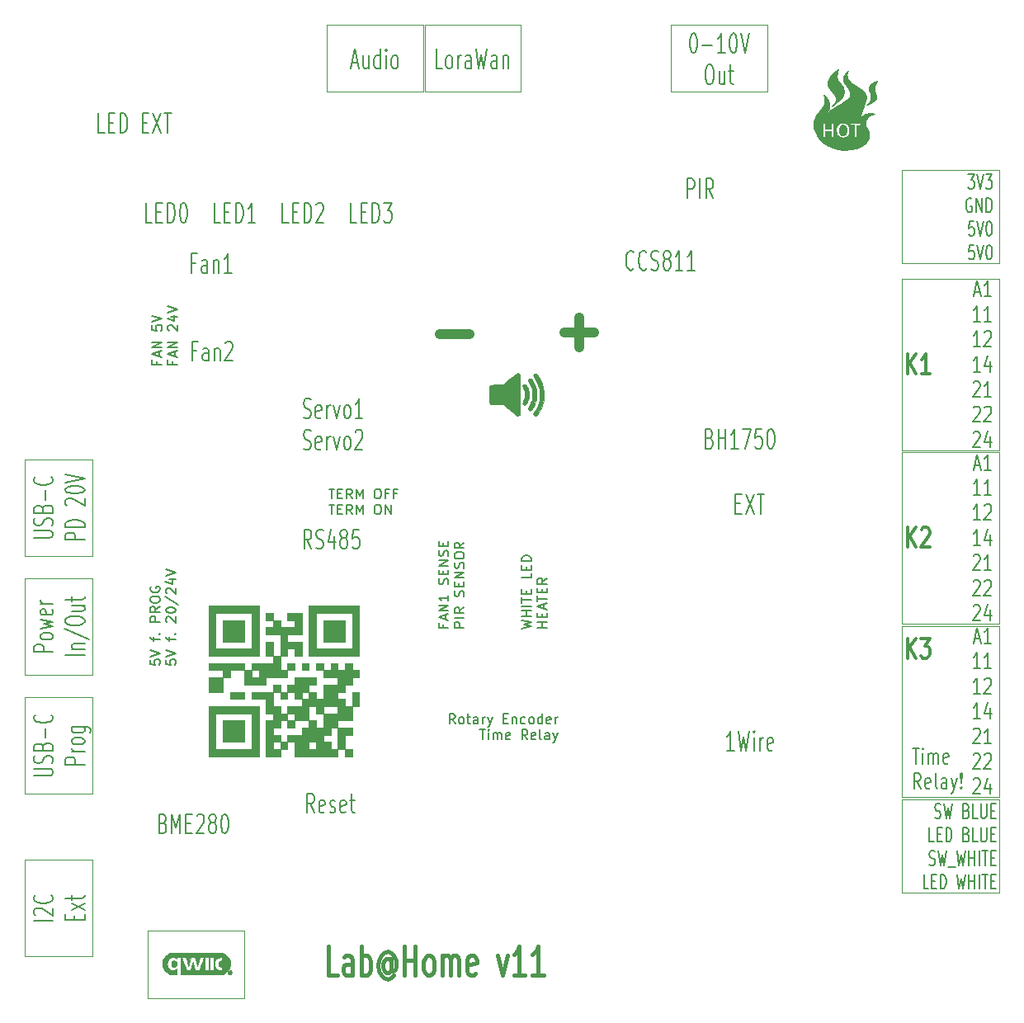
<source format=gbr>
%TF.GenerationSoftware,KiCad,Pcbnew,(6.0.1)*%
%TF.CreationDate,2022-02-25T15:50:48+01:00*%
%TF.ProjectId,pcbV10_front,70636256-3130-45f6-9672-6f6e742e6b69,rev?*%
%TF.SameCoordinates,Original*%
%TF.FileFunction,Legend,Top*%
%TF.FilePolarity,Positive*%
%FSLAX46Y46*%
G04 Gerber Fmt 4.6, Leading zero omitted, Abs format (unit mm)*
G04 Created by KiCad (PCBNEW (6.0.1)) date 2022-02-25 15:50:48*
%MOMM*%
%LPD*%
G01*
G04 APERTURE LIST*
%ADD10C,0.120000*%
%ADD11C,0.300000*%
%ADD12C,0.200000*%
%ADD13C,1.000000*%
%ADD14C,0.150000*%
%ADD15C,0.400000*%
%ADD16C,0.010000*%
G04 APERTURE END LIST*
D10*
X50000000Y-106800000D02*
X56900000Y-106800000D01*
X56900000Y-106800000D02*
X56900000Y-116700000D01*
X56900000Y-116700000D02*
X50000000Y-116700000D01*
X50000000Y-116700000D02*
X50000000Y-106800000D01*
X150000000Y-139100000D02*
X140000000Y-139100000D01*
X140000000Y-139100000D02*
X140000000Y-129500000D01*
X140000000Y-129500000D02*
X150000000Y-129500000D01*
X150000000Y-129500000D02*
X150000000Y-139100000D01*
X150000000Y-111700000D02*
X140000000Y-111700000D01*
X140000000Y-111700000D02*
X140000000Y-129300000D01*
X140000000Y-129300000D02*
X150000000Y-129300000D01*
X150000000Y-129300000D02*
X150000000Y-111700000D01*
X150000000Y-74500000D02*
X140000000Y-74500000D01*
X140000000Y-74500000D02*
X140000000Y-64900000D01*
X140000000Y-64900000D02*
X150000000Y-64900000D01*
X150000000Y-64900000D02*
X150000000Y-74500000D01*
X126200000Y-50000000D02*
X116300000Y-50000000D01*
X116300000Y-50000000D02*
X116300000Y-56900000D01*
X116300000Y-56900000D02*
X126200000Y-56900000D01*
X126200000Y-56900000D02*
X126200000Y-50000000D01*
X50000000Y-94600000D02*
X56900000Y-94600000D01*
X56900000Y-94600000D02*
X56900000Y-104500000D01*
X56900000Y-104500000D02*
X50000000Y-104500000D01*
X50000000Y-104500000D02*
X50000000Y-94600000D01*
X90900000Y-50000000D02*
X81000000Y-50000000D01*
X81000000Y-50000000D02*
X81000000Y-56900000D01*
X81000000Y-56900000D02*
X90900000Y-56900000D01*
X90900000Y-56900000D02*
X90900000Y-50000000D01*
X72500000Y-143000000D02*
X62600000Y-143000000D01*
X62600000Y-143000000D02*
X62600000Y-149900000D01*
X62600000Y-149900000D02*
X72500000Y-149900000D01*
X72500000Y-149900000D02*
X72500000Y-143000000D01*
X50000000Y-119000000D02*
X56900000Y-119000000D01*
X56900000Y-119000000D02*
X56900000Y-128900000D01*
X56900000Y-128900000D02*
X50000000Y-128900000D01*
X50000000Y-128900000D02*
X50000000Y-119000000D01*
X150000000Y-76100000D02*
X140000000Y-76100000D01*
X140000000Y-76100000D02*
X140000000Y-93700000D01*
X140000000Y-93700000D02*
X150000000Y-93700000D01*
X150000000Y-93700000D02*
X150000000Y-76100000D01*
X150000000Y-93900000D02*
X140000000Y-93900000D01*
X140000000Y-93900000D02*
X140000000Y-111500000D01*
X140000000Y-111500000D02*
X150000000Y-111500000D01*
X150000000Y-111500000D02*
X150000000Y-93900000D01*
X50000000Y-135700000D02*
X56900000Y-135700000D01*
X56900000Y-135700000D02*
X56900000Y-145600000D01*
X56900000Y-145600000D02*
X50000000Y-145600000D01*
X50000000Y-145600000D02*
X50000000Y-135700000D01*
X100900000Y-50000000D02*
X91000000Y-50000000D01*
X91000000Y-50000000D02*
X91000000Y-56900000D01*
X91000000Y-56900000D02*
X100900000Y-56900000D01*
X100900000Y-56900000D02*
X100900000Y-50000000D01*
D11*
X140552142Y-115004761D02*
X140552142Y-113004761D01*
X141409285Y-115004761D02*
X140766428Y-113861904D01*
X141409285Y-113004761D02*
X140552142Y-114147619D01*
X141909285Y-113004761D02*
X142837857Y-113004761D01*
X142337857Y-113766666D01*
X142552142Y-113766666D01*
X142695000Y-113861904D01*
X142766428Y-113957142D01*
X142837857Y-114147619D01*
X142837857Y-114623809D01*
X142766428Y-114814285D01*
X142695000Y-114909523D01*
X142552142Y-115004761D01*
X142123571Y-115004761D01*
X141980714Y-114909523D01*
X141909285Y-114814285D01*
D12*
X77045238Y-70304761D02*
X76426190Y-70304761D01*
X76426190Y-68304761D01*
X77478571Y-69257142D02*
X77911904Y-69257142D01*
X78097619Y-70304761D02*
X77478571Y-70304761D01*
X77478571Y-68304761D01*
X78097619Y-68304761D01*
X78654761Y-70304761D02*
X78654761Y-68304761D01*
X78964285Y-68304761D01*
X79150000Y-68400000D01*
X79273809Y-68590476D01*
X79335714Y-68780952D01*
X79397619Y-69161904D01*
X79397619Y-69447619D01*
X79335714Y-69828571D01*
X79273809Y-70019047D01*
X79150000Y-70209523D01*
X78964285Y-70304761D01*
X78654761Y-70304761D01*
X79892857Y-68495238D02*
X79954761Y-68400000D01*
X80078571Y-68304761D01*
X80388095Y-68304761D01*
X80511904Y-68400000D01*
X80573809Y-68495238D01*
X80635714Y-68685714D01*
X80635714Y-68876190D01*
X80573809Y-69161904D01*
X79830952Y-70304761D01*
X80635714Y-70304761D01*
D13*
X105376190Y-81585714D02*
X108423809Y-81585714D01*
X106900000Y-83109523D02*
X106900000Y-80061904D01*
D14*
X100947380Y-111959642D02*
X101947380Y-111721547D01*
X101233095Y-111531071D01*
X101947380Y-111340595D01*
X100947380Y-111102500D01*
X101947380Y-110721547D02*
X100947380Y-110721547D01*
X101423571Y-110721547D02*
X101423571Y-110150119D01*
X101947380Y-110150119D02*
X100947380Y-110150119D01*
X101947380Y-109673928D02*
X100947380Y-109673928D01*
X100947380Y-109340595D02*
X100947380Y-108769166D01*
X101947380Y-109054880D02*
X100947380Y-109054880D01*
X101423571Y-108435833D02*
X101423571Y-108102500D01*
X101947380Y-107959642D02*
X101947380Y-108435833D01*
X100947380Y-108435833D01*
X100947380Y-107959642D01*
X101947380Y-106292976D02*
X101947380Y-106769166D01*
X100947380Y-106769166D01*
X101423571Y-105959642D02*
X101423571Y-105626309D01*
X101947380Y-105483452D02*
X101947380Y-105959642D01*
X100947380Y-105959642D01*
X100947380Y-105483452D01*
X101947380Y-105054880D02*
X100947380Y-105054880D01*
X100947380Y-104816785D01*
X100995000Y-104673928D01*
X101090238Y-104578690D01*
X101185476Y-104531071D01*
X101375952Y-104483452D01*
X101518809Y-104483452D01*
X101709285Y-104531071D01*
X101804523Y-104578690D01*
X101899761Y-104673928D01*
X101947380Y-104816785D01*
X101947380Y-105054880D01*
X103557380Y-111864404D02*
X102557380Y-111864404D01*
X103033571Y-111864404D02*
X103033571Y-111292976D01*
X103557380Y-111292976D02*
X102557380Y-111292976D01*
X103033571Y-110816785D02*
X103033571Y-110483452D01*
X103557380Y-110340595D02*
X103557380Y-110816785D01*
X102557380Y-110816785D01*
X102557380Y-110340595D01*
X103271666Y-109959642D02*
X103271666Y-109483452D01*
X103557380Y-110054880D02*
X102557380Y-109721547D01*
X103557380Y-109388214D01*
X102557380Y-109197738D02*
X102557380Y-108626309D01*
X103557380Y-108912023D02*
X102557380Y-108912023D01*
X103033571Y-108292976D02*
X103033571Y-107959642D01*
X103557380Y-107816785D02*
X103557380Y-108292976D01*
X102557380Y-108292976D01*
X102557380Y-107816785D01*
X103557380Y-106816785D02*
X103081190Y-107150119D01*
X103557380Y-107388214D02*
X102557380Y-107388214D01*
X102557380Y-107007261D01*
X102605000Y-106912023D01*
X102652619Y-106864404D01*
X102747857Y-106816785D01*
X102890714Y-106816785D01*
X102985952Y-106864404D01*
X103033571Y-106912023D01*
X103081190Y-107007261D01*
X103081190Y-107388214D01*
D12*
X79382380Y-103804761D02*
X78949047Y-102852380D01*
X78639523Y-103804761D02*
X78639523Y-101804761D01*
X79134761Y-101804761D01*
X79258571Y-101900000D01*
X79320476Y-101995238D01*
X79382380Y-102185714D01*
X79382380Y-102471428D01*
X79320476Y-102661904D01*
X79258571Y-102757142D01*
X79134761Y-102852380D01*
X78639523Y-102852380D01*
X79877619Y-103709523D02*
X80063333Y-103804761D01*
X80372857Y-103804761D01*
X80496666Y-103709523D01*
X80558571Y-103614285D01*
X80620476Y-103423809D01*
X80620476Y-103233333D01*
X80558571Y-103042857D01*
X80496666Y-102947619D01*
X80372857Y-102852380D01*
X80125238Y-102757142D01*
X80001428Y-102661904D01*
X79939523Y-102566666D01*
X79877619Y-102376190D01*
X79877619Y-102185714D01*
X79939523Y-101995238D01*
X80001428Y-101900000D01*
X80125238Y-101804761D01*
X80434761Y-101804761D01*
X80620476Y-101900000D01*
X81734761Y-102471428D02*
X81734761Y-103804761D01*
X81425238Y-101709523D02*
X81115714Y-103138095D01*
X81920476Y-103138095D01*
X82601428Y-102661904D02*
X82477619Y-102566666D01*
X82415714Y-102471428D01*
X82353809Y-102280952D01*
X82353809Y-102185714D01*
X82415714Y-101995238D01*
X82477619Y-101900000D01*
X82601428Y-101804761D01*
X82849047Y-101804761D01*
X82972857Y-101900000D01*
X83034761Y-101995238D01*
X83096666Y-102185714D01*
X83096666Y-102280952D01*
X83034761Y-102471428D01*
X82972857Y-102566666D01*
X82849047Y-102661904D01*
X82601428Y-102661904D01*
X82477619Y-102757142D01*
X82415714Y-102852380D01*
X82353809Y-103042857D01*
X82353809Y-103423809D01*
X82415714Y-103614285D01*
X82477619Y-103709523D01*
X82601428Y-103804761D01*
X82849047Y-103804761D01*
X82972857Y-103709523D01*
X83034761Y-103614285D01*
X83096666Y-103423809D01*
X83096666Y-103042857D01*
X83034761Y-102852380D01*
X82972857Y-102757142D01*
X82849047Y-102661904D01*
X84272857Y-101804761D02*
X83653809Y-101804761D01*
X83591904Y-102757142D01*
X83653809Y-102661904D01*
X83777619Y-102566666D01*
X84087142Y-102566666D01*
X84210952Y-102661904D01*
X84272857Y-102757142D01*
X84334761Y-102947619D01*
X84334761Y-103423809D01*
X84272857Y-103614285D01*
X84210952Y-103709523D01*
X84087142Y-103804761D01*
X83777619Y-103804761D01*
X83653809Y-103709523D01*
X83591904Y-103614285D01*
X84045238Y-70304761D02*
X83426190Y-70304761D01*
X83426190Y-68304761D01*
X84478571Y-69257142D02*
X84911904Y-69257142D01*
X85097619Y-70304761D02*
X84478571Y-70304761D01*
X84478571Y-68304761D01*
X85097619Y-68304761D01*
X85654761Y-70304761D02*
X85654761Y-68304761D01*
X85964285Y-68304761D01*
X86150000Y-68400000D01*
X86273809Y-68590476D01*
X86335714Y-68780952D01*
X86397619Y-69161904D01*
X86397619Y-69447619D01*
X86335714Y-69828571D01*
X86273809Y-70019047D01*
X86150000Y-70209523D01*
X85964285Y-70304761D01*
X85654761Y-70304761D01*
X86830952Y-68304761D02*
X87635714Y-68304761D01*
X87202380Y-69066666D01*
X87388095Y-69066666D01*
X87511904Y-69161904D01*
X87573809Y-69257142D01*
X87635714Y-69447619D01*
X87635714Y-69923809D01*
X87573809Y-70114285D01*
X87511904Y-70209523D01*
X87388095Y-70304761D01*
X87016666Y-70304761D01*
X86892857Y-70209523D01*
X86830952Y-70114285D01*
D11*
X140552142Y-103604761D02*
X140552142Y-101604761D01*
X141409285Y-103604761D02*
X140766428Y-102461904D01*
X141409285Y-101604761D02*
X140552142Y-102747619D01*
X141980714Y-101795238D02*
X142052142Y-101700000D01*
X142195000Y-101604761D01*
X142552142Y-101604761D01*
X142695000Y-101700000D01*
X142766428Y-101795238D01*
X142837857Y-101985714D01*
X142837857Y-102176190D01*
X142766428Y-102461904D01*
X141909285Y-103604761D01*
X142837857Y-103604761D01*
D14*
X63523571Y-84531071D02*
X63523571Y-84864404D01*
X64047380Y-84864404D02*
X63047380Y-84864404D01*
X63047380Y-84388214D01*
X63761666Y-84054880D02*
X63761666Y-83578690D01*
X64047380Y-84150119D02*
X63047380Y-83816785D01*
X64047380Y-83483452D01*
X64047380Y-83150119D02*
X63047380Y-83150119D01*
X64047380Y-82578690D01*
X63047380Y-82578690D01*
X63047380Y-80864404D02*
X63047380Y-81340595D01*
X63523571Y-81388214D01*
X63475952Y-81340595D01*
X63428333Y-81245357D01*
X63428333Y-81007261D01*
X63475952Y-80912023D01*
X63523571Y-80864404D01*
X63618809Y-80816785D01*
X63856904Y-80816785D01*
X63952142Y-80864404D01*
X63999761Y-80912023D01*
X64047380Y-81007261D01*
X64047380Y-81245357D01*
X63999761Y-81340595D01*
X63952142Y-81388214D01*
X63047380Y-80531071D02*
X64047380Y-80197738D01*
X63047380Y-79864404D01*
X65133571Y-84531071D02*
X65133571Y-84864404D01*
X65657380Y-84864404D02*
X64657380Y-84864404D01*
X64657380Y-84388214D01*
X65371666Y-84054880D02*
X65371666Y-83578690D01*
X65657380Y-84150119D02*
X64657380Y-83816785D01*
X65657380Y-83483452D01*
X65657380Y-83150119D02*
X64657380Y-83150119D01*
X65657380Y-82578690D01*
X64657380Y-82578690D01*
X64752619Y-81388214D02*
X64705000Y-81340595D01*
X64657380Y-81245357D01*
X64657380Y-81007261D01*
X64705000Y-80912023D01*
X64752619Y-80864404D01*
X64847857Y-80816785D01*
X64943095Y-80816785D01*
X65085952Y-80864404D01*
X65657380Y-81435833D01*
X65657380Y-80816785D01*
X64990714Y-79959642D02*
X65657380Y-79959642D01*
X64609761Y-80197738D02*
X65324047Y-80435833D01*
X65324047Y-79816785D01*
X64657380Y-79578690D02*
X65657380Y-79245357D01*
X64657380Y-78912023D01*
D12*
X92804761Y-54504761D02*
X92185714Y-54504761D01*
X92185714Y-52504761D01*
X93423809Y-54504761D02*
X93300000Y-54409523D01*
X93238095Y-54314285D01*
X93176190Y-54123809D01*
X93176190Y-53552380D01*
X93238095Y-53361904D01*
X93300000Y-53266666D01*
X93423809Y-53171428D01*
X93609523Y-53171428D01*
X93733333Y-53266666D01*
X93795238Y-53361904D01*
X93857142Y-53552380D01*
X93857142Y-54123809D01*
X93795238Y-54314285D01*
X93733333Y-54409523D01*
X93609523Y-54504761D01*
X93423809Y-54504761D01*
X94414285Y-54504761D02*
X94414285Y-53171428D01*
X94414285Y-53552380D02*
X94476190Y-53361904D01*
X94538095Y-53266666D01*
X94661904Y-53171428D01*
X94785714Y-53171428D01*
X95776190Y-54504761D02*
X95776190Y-53457142D01*
X95714285Y-53266666D01*
X95590476Y-53171428D01*
X95342857Y-53171428D01*
X95219047Y-53266666D01*
X95776190Y-54409523D02*
X95652380Y-54504761D01*
X95342857Y-54504761D01*
X95219047Y-54409523D01*
X95157142Y-54219047D01*
X95157142Y-54028571D01*
X95219047Y-53838095D01*
X95342857Y-53742857D01*
X95652380Y-53742857D01*
X95776190Y-53647619D01*
X96271428Y-52504761D02*
X96580952Y-54504761D01*
X96828571Y-53076190D01*
X97076190Y-54504761D01*
X97385714Y-52504761D01*
X98438095Y-54504761D02*
X98438095Y-53457142D01*
X98376190Y-53266666D01*
X98252380Y-53171428D01*
X98004761Y-53171428D01*
X97880952Y-53266666D01*
X98438095Y-54409523D02*
X98314285Y-54504761D01*
X98004761Y-54504761D01*
X97880952Y-54409523D01*
X97819047Y-54219047D01*
X97819047Y-54028571D01*
X97880952Y-53838095D01*
X98004761Y-53742857D01*
X98314285Y-53742857D01*
X98438095Y-53647619D01*
X99057142Y-53171428D02*
X99057142Y-54504761D01*
X99057142Y-53361904D02*
X99119047Y-53266666D01*
X99242857Y-53171428D01*
X99428571Y-53171428D01*
X99552380Y-53266666D01*
X99614285Y-53457142D01*
X99614285Y-54504761D01*
X112470000Y-75014285D02*
X112408095Y-75109523D01*
X112222380Y-75204761D01*
X112098571Y-75204761D01*
X111912857Y-75109523D01*
X111789047Y-74919047D01*
X111727142Y-74728571D01*
X111665238Y-74347619D01*
X111665238Y-74061904D01*
X111727142Y-73680952D01*
X111789047Y-73490476D01*
X111912857Y-73300000D01*
X112098571Y-73204761D01*
X112222380Y-73204761D01*
X112408095Y-73300000D01*
X112470000Y-73395238D01*
X113770000Y-75014285D02*
X113708095Y-75109523D01*
X113522380Y-75204761D01*
X113398571Y-75204761D01*
X113212857Y-75109523D01*
X113089047Y-74919047D01*
X113027142Y-74728571D01*
X112965238Y-74347619D01*
X112965238Y-74061904D01*
X113027142Y-73680952D01*
X113089047Y-73490476D01*
X113212857Y-73300000D01*
X113398571Y-73204761D01*
X113522380Y-73204761D01*
X113708095Y-73300000D01*
X113770000Y-73395238D01*
X114265238Y-75109523D02*
X114450952Y-75204761D01*
X114760476Y-75204761D01*
X114884285Y-75109523D01*
X114946190Y-75014285D01*
X115008095Y-74823809D01*
X115008095Y-74633333D01*
X114946190Y-74442857D01*
X114884285Y-74347619D01*
X114760476Y-74252380D01*
X114512857Y-74157142D01*
X114389047Y-74061904D01*
X114327142Y-73966666D01*
X114265238Y-73776190D01*
X114265238Y-73585714D01*
X114327142Y-73395238D01*
X114389047Y-73300000D01*
X114512857Y-73204761D01*
X114822380Y-73204761D01*
X115008095Y-73300000D01*
X115750952Y-74061904D02*
X115627142Y-73966666D01*
X115565238Y-73871428D01*
X115503333Y-73680952D01*
X115503333Y-73585714D01*
X115565238Y-73395238D01*
X115627142Y-73300000D01*
X115750952Y-73204761D01*
X115998571Y-73204761D01*
X116122380Y-73300000D01*
X116184285Y-73395238D01*
X116246190Y-73585714D01*
X116246190Y-73680952D01*
X116184285Y-73871428D01*
X116122380Y-73966666D01*
X115998571Y-74061904D01*
X115750952Y-74061904D01*
X115627142Y-74157142D01*
X115565238Y-74252380D01*
X115503333Y-74442857D01*
X115503333Y-74823809D01*
X115565238Y-75014285D01*
X115627142Y-75109523D01*
X115750952Y-75204761D01*
X115998571Y-75204761D01*
X116122380Y-75109523D01*
X116184285Y-75014285D01*
X116246190Y-74823809D01*
X116246190Y-74442857D01*
X116184285Y-74252380D01*
X116122380Y-74157142D01*
X115998571Y-74061904D01*
X117484285Y-75204761D02*
X116741428Y-75204761D01*
X117112857Y-75204761D02*
X117112857Y-73204761D01*
X116989047Y-73490476D01*
X116865238Y-73680952D01*
X116741428Y-73776190D01*
X118722380Y-75204761D02*
X117979523Y-75204761D01*
X118350952Y-75204761D02*
X118350952Y-73204761D01*
X118227142Y-73490476D01*
X118103333Y-73680952D01*
X117979523Y-73776190D01*
D14*
X62847380Y-115188214D02*
X62847380Y-115664404D01*
X63323571Y-115712023D01*
X63275952Y-115664404D01*
X63228333Y-115569166D01*
X63228333Y-115331071D01*
X63275952Y-115235833D01*
X63323571Y-115188214D01*
X63418809Y-115140595D01*
X63656904Y-115140595D01*
X63752142Y-115188214D01*
X63799761Y-115235833D01*
X63847380Y-115331071D01*
X63847380Y-115569166D01*
X63799761Y-115664404D01*
X63752142Y-115712023D01*
X62847380Y-114854880D02*
X63847380Y-114521547D01*
X62847380Y-114188214D01*
X63180714Y-113235833D02*
X63180714Y-112854880D01*
X63847380Y-113092976D02*
X62990238Y-113092976D01*
X62895000Y-113045357D01*
X62847380Y-112950119D01*
X62847380Y-112854880D01*
X63752142Y-112521547D02*
X63799761Y-112473928D01*
X63847380Y-112521547D01*
X63799761Y-112569166D01*
X63752142Y-112521547D01*
X63847380Y-112521547D01*
X63847380Y-111283452D02*
X62847380Y-111283452D01*
X62847380Y-110902500D01*
X62895000Y-110807261D01*
X62942619Y-110759642D01*
X63037857Y-110712023D01*
X63180714Y-110712023D01*
X63275952Y-110759642D01*
X63323571Y-110807261D01*
X63371190Y-110902500D01*
X63371190Y-111283452D01*
X63847380Y-109712023D02*
X63371190Y-110045357D01*
X63847380Y-110283452D02*
X62847380Y-110283452D01*
X62847380Y-109902500D01*
X62895000Y-109807261D01*
X62942619Y-109759642D01*
X63037857Y-109712023D01*
X63180714Y-109712023D01*
X63275952Y-109759642D01*
X63323571Y-109807261D01*
X63371190Y-109902500D01*
X63371190Y-110283452D01*
X62847380Y-109092976D02*
X62847380Y-108902500D01*
X62895000Y-108807261D01*
X62990238Y-108712023D01*
X63180714Y-108664404D01*
X63514047Y-108664404D01*
X63704523Y-108712023D01*
X63799761Y-108807261D01*
X63847380Y-108902500D01*
X63847380Y-109092976D01*
X63799761Y-109188214D01*
X63704523Y-109283452D01*
X63514047Y-109331071D01*
X63180714Y-109331071D01*
X62990238Y-109283452D01*
X62895000Y-109188214D01*
X62847380Y-109092976D01*
X62895000Y-107712023D02*
X62847380Y-107807261D01*
X62847380Y-107950119D01*
X62895000Y-108092976D01*
X62990238Y-108188214D01*
X63085476Y-108235833D01*
X63275952Y-108283452D01*
X63418809Y-108283452D01*
X63609285Y-108235833D01*
X63704523Y-108188214D01*
X63799761Y-108092976D01*
X63847380Y-107950119D01*
X63847380Y-107854880D01*
X63799761Y-107712023D01*
X63752142Y-107664404D01*
X63418809Y-107664404D01*
X63418809Y-107854880D01*
X64457380Y-115188214D02*
X64457380Y-115664404D01*
X64933571Y-115712023D01*
X64885952Y-115664404D01*
X64838333Y-115569166D01*
X64838333Y-115331071D01*
X64885952Y-115235833D01*
X64933571Y-115188214D01*
X65028809Y-115140595D01*
X65266904Y-115140595D01*
X65362142Y-115188214D01*
X65409761Y-115235833D01*
X65457380Y-115331071D01*
X65457380Y-115569166D01*
X65409761Y-115664404D01*
X65362142Y-115712023D01*
X64457380Y-114854880D02*
X65457380Y-114521547D01*
X64457380Y-114188214D01*
X64790714Y-113235833D02*
X64790714Y-112854880D01*
X65457380Y-113092976D02*
X64600238Y-113092976D01*
X64505000Y-113045357D01*
X64457380Y-112950119D01*
X64457380Y-112854880D01*
X65362142Y-112521547D02*
X65409761Y-112473928D01*
X65457380Y-112521547D01*
X65409761Y-112569166D01*
X65362142Y-112521547D01*
X65457380Y-112521547D01*
X64552619Y-111331071D02*
X64505000Y-111283452D01*
X64457380Y-111188214D01*
X64457380Y-110950119D01*
X64505000Y-110854880D01*
X64552619Y-110807261D01*
X64647857Y-110759642D01*
X64743095Y-110759642D01*
X64885952Y-110807261D01*
X65457380Y-111378690D01*
X65457380Y-110759642D01*
X64457380Y-110140595D02*
X64457380Y-110045357D01*
X64505000Y-109950119D01*
X64552619Y-109902500D01*
X64647857Y-109854880D01*
X64838333Y-109807261D01*
X65076428Y-109807261D01*
X65266904Y-109854880D01*
X65362142Y-109902500D01*
X65409761Y-109950119D01*
X65457380Y-110045357D01*
X65457380Y-110140595D01*
X65409761Y-110235833D01*
X65362142Y-110283452D01*
X65266904Y-110331071D01*
X65076428Y-110378690D01*
X64838333Y-110378690D01*
X64647857Y-110331071D01*
X64552619Y-110283452D01*
X64505000Y-110235833D01*
X64457380Y-110140595D01*
X64409761Y-108664404D02*
X65695476Y-109521547D01*
X64552619Y-108378690D02*
X64505000Y-108331071D01*
X64457380Y-108235833D01*
X64457380Y-107997738D01*
X64505000Y-107902500D01*
X64552619Y-107854880D01*
X64647857Y-107807261D01*
X64743095Y-107807261D01*
X64885952Y-107854880D01*
X65457380Y-108426309D01*
X65457380Y-107807261D01*
X64790714Y-106950119D02*
X65457380Y-106950119D01*
X64409761Y-107188214D02*
X65124047Y-107426309D01*
X65124047Y-106807261D01*
X64457380Y-106569166D02*
X65457380Y-106235833D01*
X64457380Y-105902500D01*
X92923571Y-111531071D02*
X92923571Y-111864404D01*
X93447380Y-111864404D02*
X92447380Y-111864404D01*
X92447380Y-111388214D01*
X93161666Y-111054880D02*
X93161666Y-110578690D01*
X93447380Y-111150119D02*
X92447380Y-110816785D01*
X93447380Y-110483452D01*
X93447380Y-110150119D02*
X92447380Y-110150119D01*
X93447380Y-109578690D01*
X92447380Y-109578690D01*
X93447380Y-108578690D02*
X93447380Y-109150119D01*
X93447380Y-108864404D02*
X92447380Y-108864404D01*
X92590238Y-108959642D01*
X92685476Y-109054880D01*
X92733095Y-109150119D01*
X93399761Y-107435833D02*
X93447380Y-107292976D01*
X93447380Y-107054880D01*
X93399761Y-106959642D01*
X93352142Y-106912023D01*
X93256904Y-106864404D01*
X93161666Y-106864404D01*
X93066428Y-106912023D01*
X93018809Y-106959642D01*
X92971190Y-107054880D01*
X92923571Y-107245357D01*
X92875952Y-107340595D01*
X92828333Y-107388214D01*
X92733095Y-107435833D01*
X92637857Y-107435833D01*
X92542619Y-107388214D01*
X92495000Y-107340595D01*
X92447380Y-107245357D01*
X92447380Y-107007261D01*
X92495000Y-106864404D01*
X92923571Y-106435833D02*
X92923571Y-106102500D01*
X93447380Y-105959642D02*
X93447380Y-106435833D01*
X92447380Y-106435833D01*
X92447380Y-105959642D01*
X93447380Y-105531071D02*
X92447380Y-105531071D01*
X93447380Y-104959642D01*
X92447380Y-104959642D01*
X93399761Y-104531071D02*
X93447380Y-104388214D01*
X93447380Y-104150119D01*
X93399761Y-104054880D01*
X93352142Y-104007261D01*
X93256904Y-103959642D01*
X93161666Y-103959642D01*
X93066428Y-104007261D01*
X93018809Y-104054880D01*
X92971190Y-104150119D01*
X92923571Y-104340595D01*
X92875952Y-104435833D01*
X92828333Y-104483452D01*
X92733095Y-104531071D01*
X92637857Y-104531071D01*
X92542619Y-104483452D01*
X92495000Y-104435833D01*
X92447380Y-104340595D01*
X92447380Y-104102500D01*
X92495000Y-103959642D01*
X92923571Y-103531071D02*
X92923571Y-103197738D01*
X93447380Y-103054880D02*
X93447380Y-103531071D01*
X92447380Y-103531071D01*
X92447380Y-103054880D01*
X95057380Y-111864404D02*
X94057380Y-111864404D01*
X94057380Y-111483452D01*
X94105000Y-111388214D01*
X94152619Y-111340595D01*
X94247857Y-111292976D01*
X94390714Y-111292976D01*
X94485952Y-111340595D01*
X94533571Y-111388214D01*
X94581190Y-111483452D01*
X94581190Y-111864404D01*
X95057380Y-110864404D02*
X94057380Y-110864404D01*
X95057380Y-109816785D02*
X94581190Y-110150119D01*
X95057380Y-110388214D02*
X94057380Y-110388214D01*
X94057380Y-110007261D01*
X94105000Y-109912023D01*
X94152619Y-109864404D01*
X94247857Y-109816785D01*
X94390714Y-109816785D01*
X94485952Y-109864404D01*
X94533571Y-109912023D01*
X94581190Y-110007261D01*
X94581190Y-110388214D01*
X95009761Y-108673928D02*
X95057380Y-108531071D01*
X95057380Y-108292976D01*
X95009761Y-108197738D01*
X94962142Y-108150119D01*
X94866904Y-108102500D01*
X94771666Y-108102500D01*
X94676428Y-108150119D01*
X94628809Y-108197738D01*
X94581190Y-108292976D01*
X94533571Y-108483452D01*
X94485952Y-108578690D01*
X94438333Y-108626309D01*
X94343095Y-108673928D01*
X94247857Y-108673928D01*
X94152619Y-108626309D01*
X94105000Y-108578690D01*
X94057380Y-108483452D01*
X94057380Y-108245357D01*
X94105000Y-108102500D01*
X94533571Y-107673928D02*
X94533571Y-107340595D01*
X95057380Y-107197738D02*
X95057380Y-107673928D01*
X94057380Y-107673928D01*
X94057380Y-107197738D01*
X95057380Y-106769166D02*
X94057380Y-106769166D01*
X95057380Y-106197738D01*
X94057380Y-106197738D01*
X95009761Y-105769166D02*
X95057380Y-105626309D01*
X95057380Y-105388214D01*
X95009761Y-105292976D01*
X94962142Y-105245357D01*
X94866904Y-105197738D01*
X94771666Y-105197738D01*
X94676428Y-105245357D01*
X94628809Y-105292976D01*
X94581190Y-105388214D01*
X94533571Y-105578690D01*
X94485952Y-105673928D01*
X94438333Y-105721547D01*
X94343095Y-105769166D01*
X94247857Y-105769166D01*
X94152619Y-105721547D01*
X94105000Y-105673928D01*
X94057380Y-105578690D01*
X94057380Y-105340595D01*
X94105000Y-105197738D01*
X94057380Y-104578690D02*
X94057380Y-104388214D01*
X94105000Y-104292976D01*
X94200238Y-104197738D01*
X94390714Y-104150119D01*
X94724047Y-104150119D01*
X94914523Y-104197738D01*
X95009761Y-104292976D01*
X95057380Y-104388214D01*
X95057380Y-104578690D01*
X95009761Y-104673928D01*
X94914523Y-104769166D01*
X94724047Y-104816785D01*
X94390714Y-104816785D01*
X94200238Y-104769166D01*
X94105000Y-104673928D01*
X94057380Y-104578690D01*
X95057380Y-103150119D02*
X94581190Y-103483452D01*
X95057380Y-103721547D02*
X94057380Y-103721547D01*
X94057380Y-103340595D01*
X94105000Y-103245357D01*
X94152619Y-103197738D01*
X94247857Y-103150119D01*
X94390714Y-103150119D01*
X94485952Y-103197738D01*
X94533571Y-103245357D01*
X94581190Y-103340595D01*
X94581190Y-103721547D01*
X94135833Y-121747380D02*
X93802500Y-121271190D01*
X93564404Y-121747380D02*
X93564404Y-120747380D01*
X93945357Y-120747380D01*
X94040595Y-120795000D01*
X94088214Y-120842619D01*
X94135833Y-120937857D01*
X94135833Y-121080714D01*
X94088214Y-121175952D01*
X94040595Y-121223571D01*
X93945357Y-121271190D01*
X93564404Y-121271190D01*
X94707261Y-121747380D02*
X94612023Y-121699761D01*
X94564404Y-121652142D01*
X94516785Y-121556904D01*
X94516785Y-121271190D01*
X94564404Y-121175952D01*
X94612023Y-121128333D01*
X94707261Y-121080714D01*
X94850119Y-121080714D01*
X94945357Y-121128333D01*
X94992976Y-121175952D01*
X95040595Y-121271190D01*
X95040595Y-121556904D01*
X94992976Y-121652142D01*
X94945357Y-121699761D01*
X94850119Y-121747380D01*
X94707261Y-121747380D01*
X95326309Y-121080714D02*
X95707261Y-121080714D01*
X95469166Y-120747380D02*
X95469166Y-121604523D01*
X95516785Y-121699761D01*
X95612023Y-121747380D01*
X95707261Y-121747380D01*
X96469166Y-121747380D02*
X96469166Y-121223571D01*
X96421547Y-121128333D01*
X96326309Y-121080714D01*
X96135833Y-121080714D01*
X96040595Y-121128333D01*
X96469166Y-121699761D02*
X96373928Y-121747380D01*
X96135833Y-121747380D01*
X96040595Y-121699761D01*
X95992976Y-121604523D01*
X95992976Y-121509285D01*
X96040595Y-121414047D01*
X96135833Y-121366428D01*
X96373928Y-121366428D01*
X96469166Y-121318809D01*
X96945357Y-121747380D02*
X96945357Y-121080714D01*
X96945357Y-121271190D02*
X96992976Y-121175952D01*
X97040595Y-121128333D01*
X97135833Y-121080714D01*
X97231071Y-121080714D01*
X97469166Y-121080714D02*
X97707261Y-121747380D01*
X97945357Y-121080714D02*
X97707261Y-121747380D01*
X97612023Y-121985476D01*
X97564404Y-122033095D01*
X97469166Y-122080714D01*
X99088214Y-121223571D02*
X99421547Y-121223571D01*
X99564404Y-121747380D02*
X99088214Y-121747380D01*
X99088214Y-120747380D01*
X99564404Y-120747380D01*
X99992976Y-121080714D02*
X99992976Y-121747380D01*
X99992976Y-121175952D02*
X100040595Y-121128333D01*
X100135833Y-121080714D01*
X100278690Y-121080714D01*
X100373928Y-121128333D01*
X100421547Y-121223571D01*
X100421547Y-121747380D01*
X101326309Y-121699761D02*
X101231071Y-121747380D01*
X101040595Y-121747380D01*
X100945357Y-121699761D01*
X100897738Y-121652142D01*
X100850119Y-121556904D01*
X100850119Y-121271190D01*
X100897738Y-121175952D01*
X100945357Y-121128333D01*
X101040595Y-121080714D01*
X101231071Y-121080714D01*
X101326309Y-121128333D01*
X101897738Y-121747380D02*
X101802500Y-121699761D01*
X101754880Y-121652142D01*
X101707261Y-121556904D01*
X101707261Y-121271190D01*
X101754880Y-121175952D01*
X101802500Y-121128333D01*
X101897738Y-121080714D01*
X102040595Y-121080714D01*
X102135833Y-121128333D01*
X102183452Y-121175952D01*
X102231071Y-121271190D01*
X102231071Y-121556904D01*
X102183452Y-121652142D01*
X102135833Y-121699761D01*
X102040595Y-121747380D01*
X101897738Y-121747380D01*
X103088214Y-121747380D02*
X103088214Y-120747380D01*
X103088214Y-121699761D02*
X102992976Y-121747380D01*
X102802500Y-121747380D01*
X102707261Y-121699761D01*
X102659642Y-121652142D01*
X102612023Y-121556904D01*
X102612023Y-121271190D01*
X102659642Y-121175952D01*
X102707261Y-121128333D01*
X102802500Y-121080714D01*
X102992976Y-121080714D01*
X103088214Y-121128333D01*
X103945357Y-121699761D02*
X103850119Y-121747380D01*
X103659642Y-121747380D01*
X103564404Y-121699761D01*
X103516785Y-121604523D01*
X103516785Y-121223571D01*
X103564404Y-121128333D01*
X103659642Y-121080714D01*
X103850119Y-121080714D01*
X103945357Y-121128333D01*
X103992976Y-121223571D01*
X103992976Y-121318809D01*
X103516785Y-121414047D01*
X104421547Y-121747380D02*
X104421547Y-121080714D01*
X104421547Y-121271190D02*
X104469166Y-121175952D01*
X104516785Y-121128333D01*
X104612023Y-121080714D01*
X104707261Y-121080714D01*
X96659642Y-122357380D02*
X97231071Y-122357380D01*
X96945357Y-123357380D02*
X96945357Y-122357380D01*
X97564404Y-123357380D02*
X97564404Y-122690714D01*
X97564404Y-122357380D02*
X97516785Y-122405000D01*
X97564404Y-122452619D01*
X97612023Y-122405000D01*
X97564404Y-122357380D01*
X97564404Y-122452619D01*
X98040595Y-123357380D02*
X98040595Y-122690714D01*
X98040595Y-122785952D02*
X98088214Y-122738333D01*
X98183452Y-122690714D01*
X98326309Y-122690714D01*
X98421547Y-122738333D01*
X98469166Y-122833571D01*
X98469166Y-123357380D01*
X98469166Y-122833571D02*
X98516785Y-122738333D01*
X98612023Y-122690714D01*
X98754880Y-122690714D01*
X98850119Y-122738333D01*
X98897738Y-122833571D01*
X98897738Y-123357380D01*
X99754880Y-123309761D02*
X99659642Y-123357380D01*
X99469166Y-123357380D01*
X99373928Y-123309761D01*
X99326309Y-123214523D01*
X99326309Y-122833571D01*
X99373928Y-122738333D01*
X99469166Y-122690714D01*
X99659642Y-122690714D01*
X99754880Y-122738333D01*
X99802500Y-122833571D01*
X99802500Y-122928809D01*
X99326309Y-123024047D01*
X101564404Y-123357380D02*
X101231071Y-122881190D01*
X100992976Y-123357380D02*
X100992976Y-122357380D01*
X101373928Y-122357380D01*
X101469166Y-122405000D01*
X101516785Y-122452619D01*
X101564404Y-122547857D01*
X101564404Y-122690714D01*
X101516785Y-122785952D01*
X101469166Y-122833571D01*
X101373928Y-122881190D01*
X100992976Y-122881190D01*
X102373928Y-123309761D02*
X102278690Y-123357380D01*
X102088214Y-123357380D01*
X101992976Y-123309761D01*
X101945357Y-123214523D01*
X101945357Y-122833571D01*
X101992976Y-122738333D01*
X102088214Y-122690714D01*
X102278690Y-122690714D01*
X102373928Y-122738333D01*
X102421547Y-122833571D01*
X102421547Y-122928809D01*
X101945357Y-123024047D01*
X102992976Y-123357380D02*
X102897738Y-123309761D01*
X102850119Y-123214523D01*
X102850119Y-122357380D01*
X103802500Y-123357380D02*
X103802500Y-122833571D01*
X103754880Y-122738333D01*
X103659642Y-122690714D01*
X103469166Y-122690714D01*
X103373928Y-122738333D01*
X103802500Y-123309761D02*
X103707261Y-123357380D01*
X103469166Y-123357380D01*
X103373928Y-123309761D01*
X103326309Y-123214523D01*
X103326309Y-123119285D01*
X103373928Y-123024047D01*
X103469166Y-122976428D01*
X103707261Y-122976428D01*
X103802500Y-122928809D01*
X104183452Y-122690714D02*
X104421547Y-123357380D01*
X104659642Y-122690714D02*
X104421547Y-123357380D01*
X104326309Y-123595476D01*
X104278690Y-123643095D01*
X104183452Y-123690714D01*
D12*
X67590476Y-83457142D02*
X67157142Y-83457142D01*
X67157142Y-84504761D02*
X67157142Y-82504761D01*
X67776190Y-82504761D01*
X68828571Y-84504761D02*
X68828571Y-83457142D01*
X68766666Y-83266666D01*
X68642857Y-83171428D01*
X68395238Y-83171428D01*
X68271428Y-83266666D01*
X68828571Y-84409523D02*
X68704761Y-84504761D01*
X68395238Y-84504761D01*
X68271428Y-84409523D01*
X68209523Y-84219047D01*
X68209523Y-84028571D01*
X68271428Y-83838095D01*
X68395238Y-83742857D01*
X68704761Y-83742857D01*
X68828571Y-83647619D01*
X69447619Y-83171428D02*
X69447619Y-84504761D01*
X69447619Y-83361904D02*
X69509523Y-83266666D01*
X69633333Y-83171428D01*
X69819047Y-83171428D01*
X69942857Y-83266666D01*
X70004761Y-83457142D01*
X70004761Y-84504761D01*
X70561904Y-82695238D02*
X70623809Y-82600000D01*
X70747619Y-82504761D01*
X71057142Y-82504761D01*
X71180952Y-82600000D01*
X71242857Y-82695238D01*
X71304761Y-82885714D01*
X71304761Y-83076190D01*
X71242857Y-83361904D01*
X70500000Y-84504761D01*
X71304761Y-84504761D01*
X83516666Y-53933333D02*
X84135714Y-53933333D01*
X83392857Y-54504761D02*
X83826190Y-52504761D01*
X84259523Y-54504761D01*
X85250000Y-53171428D02*
X85250000Y-54504761D01*
X84692857Y-53171428D02*
X84692857Y-54219047D01*
X84754761Y-54409523D01*
X84878571Y-54504761D01*
X85064285Y-54504761D01*
X85188095Y-54409523D01*
X85250000Y-54314285D01*
X86426190Y-54504761D02*
X86426190Y-52504761D01*
X86426190Y-54409523D02*
X86302380Y-54504761D01*
X86054761Y-54504761D01*
X85930952Y-54409523D01*
X85869047Y-54314285D01*
X85807142Y-54123809D01*
X85807142Y-53552380D01*
X85869047Y-53361904D01*
X85930952Y-53266666D01*
X86054761Y-53171428D01*
X86302380Y-53171428D01*
X86426190Y-53266666D01*
X87045238Y-54504761D02*
X87045238Y-53171428D01*
X87045238Y-52504761D02*
X86983333Y-52600000D01*
X87045238Y-52695238D01*
X87107142Y-52600000D01*
X87045238Y-52504761D01*
X87045238Y-52695238D01*
X87850000Y-54504761D02*
X87726190Y-54409523D01*
X87664285Y-54314285D01*
X87602380Y-54123809D01*
X87602380Y-53552380D01*
X87664285Y-53361904D01*
X87726190Y-53266666D01*
X87850000Y-53171428D01*
X88035714Y-53171428D01*
X88159523Y-53266666D01*
X88221428Y-53361904D01*
X88283333Y-53552380D01*
X88283333Y-54123809D01*
X88221428Y-54314285D01*
X88159523Y-54409523D01*
X88035714Y-54504761D01*
X87850000Y-54504761D01*
D13*
X92576190Y-81785714D02*
X95623809Y-81785714D01*
D12*
X52894761Y-141969047D02*
X50894761Y-141969047D01*
X51085238Y-141411904D02*
X50990000Y-141350000D01*
X50894761Y-141226190D01*
X50894761Y-140916666D01*
X50990000Y-140792857D01*
X51085238Y-140730952D01*
X51275714Y-140669047D01*
X51466190Y-140669047D01*
X51751904Y-140730952D01*
X52894761Y-141473809D01*
X52894761Y-140669047D01*
X52704285Y-139369047D02*
X52799523Y-139430952D01*
X52894761Y-139616666D01*
X52894761Y-139740476D01*
X52799523Y-139926190D01*
X52609047Y-140050000D01*
X52418571Y-140111904D01*
X52037619Y-140173809D01*
X51751904Y-140173809D01*
X51370952Y-140111904D01*
X51180476Y-140050000D01*
X50990000Y-139926190D01*
X50894761Y-139740476D01*
X50894761Y-139616666D01*
X50990000Y-139430952D01*
X51085238Y-139369047D01*
X55067142Y-141876190D02*
X55067142Y-141442857D01*
X56114761Y-141257142D02*
X56114761Y-141876190D01*
X54114761Y-141876190D01*
X54114761Y-141257142D01*
X56114761Y-140823809D02*
X54781428Y-140142857D01*
X54781428Y-140823809D02*
X56114761Y-140142857D01*
X54781428Y-139833333D02*
X54781428Y-139338095D01*
X54114761Y-139647619D02*
X55829047Y-139647619D01*
X56019523Y-139585714D01*
X56114761Y-139461904D01*
X56114761Y-139338095D01*
X78577619Y-90299523D02*
X78763333Y-90394761D01*
X79072857Y-90394761D01*
X79196666Y-90299523D01*
X79258571Y-90204285D01*
X79320476Y-90013809D01*
X79320476Y-89823333D01*
X79258571Y-89632857D01*
X79196666Y-89537619D01*
X79072857Y-89442380D01*
X78825238Y-89347142D01*
X78701428Y-89251904D01*
X78639523Y-89156666D01*
X78577619Y-88966190D01*
X78577619Y-88775714D01*
X78639523Y-88585238D01*
X78701428Y-88490000D01*
X78825238Y-88394761D01*
X79134761Y-88394761D01*
X79320476Y-88490000D01*
X80372857Y-90299523D02*
X80249047Y-90394761D01*
X80001428Y-90394761D01*
X79877619Y-90299523D01*
X79815714Y-90109047D01*
X79815714Y-89347142D01*
X79877619Y-89156666D01*
X80001428Y-89061428D01*
X80249047Y-89061428D01*
X80372857Y-89156666D01*
X80434761Y-89347142D01*
X80434761Y-89537619D01*
X79815714Y-89728095D01*
X80991904Y-90394761D02*
X80991904Y-89061428D01*
X80991904Y-89442380D02*
X81053809Y-89251904D01*
X81115714Y-89156666D01*
X81239523Y-89061428D01*
X81363333Y-89061428D01*
X81672857Y-89061428D02*
X81982380Y-90394761D01*
X82291904Y-89061428D01*
X82972857Y-90394761D02*
X82849047Y-90299523D01*
X82787142Y-90204285D01*
X82725238Y-90013809D01*
X82725238Y-89442380D01*
X82787142Y-89251904D01*
X82849047Y-89156666D01*
X82972857Y-89061428D01*
X83158571Y-89061428D01*
X83282380Y-89156666D01*
X83344285Y-89251904D01*
X83406190Y-89442380D01*
X83406190Y-90013809D01*
X83344285Y-90204285D01*
X83282380Y-90299523D01*
X83158571Y-90394761D01*
X82972857Y-90394761D01*
X84644285Y-90394761D02*
X83901428Y-90394761D01*
X84272857Y-90394761D02*
X84272857Y-88394761D01*
X84149047Y-88680476D01*
X84025238Y-88870952D01*
X83901428Y-88966190D01*
X78577619Y-93519523D02*
X78763333Y-93614761D01*
X79072857Y-93614761D01*
X79196666Y-93519523D01*
X79258571Y-93424285D01*
X79320476Y-93233809D01*
X79320476Y-93043333D01*
X79258571Y-92852857D01*
X79196666Y-92757619D01*
X79072857Y-92662380D01*
X78825238Y-92567142D01*
X78701428Y-92471904D01*
X78639523Y-92376666D01*
X78577619Y-92186190D01*
X78577619Y-91995714D01*
X78639523Y-91805238D01*
X78701428Y-91710000D01*
X78825238Y-91614761D01*
X79134761Y-91614761D01*
X79320476Y-91710000D01*
X80372857Y-93519523D02*
X80249047Y-93614761D01*
X80001428Y-93614761D01*
X79877619Y-93519523D01*
X79815714Y-93329047D01*
X79815714Y-92567142D01*
X79877619Y-92376666D01*
X80001428Y-92281428D01*
X80249047Y-92281428D01*
X80372857Y-92376666D01*
X80434761Y-92567142D01*
X80434761Y-92757619D01*
X79815714Y-92948095D01*
X80991904Y-93614761D02*
X80991904Y-92281428D01*
X80991904Y-92662380D02*
X81053809Y-92471904D01*
X81115714Y-92376666D01*
X81239523Y-92281428D01*
X81363333Y-92281428D01*
X81672857Y-92281428D02*
X81982380Y-93614761D01*
X82291904Y-92281428D01*
X82972857Y-93614761D02*
X82849047Y-93519523D01*
X82787142Y-93424285D01*
X82725238Y-93233809D01*
X82725238Y-92662380D01*
X82787142Y-92471904D01*
X82849047Y-92376666D01*
X82972857Y-92281428D01*
X83158571Y-92281428D01*
X83282380Y-92376666D01*
X83344285Y-92471904D01*
X83406190Y-92662380D01*
X83406190Y-93233809D01*
X83344285Y-93424285D01*
X83282380Y-93519523D01*
X83158571Y-93614761D01*
X82972857Y-93614761D01*
X83901428Y-91805238D02*
X83963333Y-91710000D01*
X84087142Y-91614761D01*
X84396666Y-91614761D01*
X84520476Y-91710000D01*
X84582380Y-91805238D01*
X84644285Y-91995714D01*
X84644285Y-92186190D01*
X84582380Y-92471904D01*
X83839523Y-93614761D01*
X84644285Y-93614761D01*
X50894761Y-102695238D02*
X52513809Y-102695238D01*
X52704285Y-102633333D01*
X52799523Y-102571428D01*
X52894761Y-102447619D01*
X52894761Y-102200000D01*
X52799523Y-102076190D01*
X52704285Y-102014285D01*
X52513809Y-101952380D01*
X50894761Y-101952380D01*
X52799523Y-101395238D02*
X52894761Y-101209523D01*
X52894761Y-100900000D01*
X52799523Y-100776190D01*
X52704285Y-100714285D01*
X52513809Y-100652380D01*
X52323333Y-100652380D01*
X52132857Y-100714285D01*
X52037619Y-100776190D01*
X51942380Y-100900000D01*
X51847142Y-101147619D01*
X51751904Y-101271428D01*
X51656666Y-101333333D01*
X51466190Y-101395238D01*
X51275714Y-101395238D01*
X51085238Y-101333333D01*
X50990000Y-101271428D01*
X50894761Y-101147619D01*
X50894761Y-100838095D01*
X50990000Y-100652380D01*
X51847142Y-99661904D02*
X51942380Y-99476190D01*
X52037619Y-99414285D01*
X52228095Y-99352380D01*
X52513809Y-99352380D01*
X52704285Y-99414285D01*
X52799523Y-99476190D01*
X52894761Y-99600000D01*
X52894761Y-100095238D01*
X50894761Y-100095238D01*
X50894761Y-99661904D01*
X50990000Y-99538095D01*
X51085238Y-99476190D01*
X51275714Y-99414285D01*
X51466190Y-99414285D01*
X51656666Y-99476190D01*
X51751904Y-99538095D01*
X51847142Y-99661904D01*
X51847142Y-100095238D01*
X52132857Y-98795238D02*
X52132857Y-97804761D01*
X52704285Y-96442857D02*
X52799523Y-96504761D01*
X52894761Y-96690476D01*
X52894761Y-96814285D01*
X52799523Y-97000000D01*
X52609047Y-97123809D01*
X52418571Y-97185714D01*
X52037619Y-97247619D01*
X51751904Y-97247619D01*
X51370952Y-97185714D01*
X51180476Y-97123809D01*
X50990000Y-97000000D01*
X50894761Y-96814285D01*
X50894761Y-96690476D01*
X50990000Y-96504761D01*
X51085238Y-96442857D01*
X56114761Y-102880952D02*
X54114761Y-102880952D01*
X54114761Y-102385714D01*
X54210000Y-102261904D01*
X54305238Y-102200000D01*
X54495714Y-102138095D01*
X54781428Y-102138095D01*
X54971904Y-102200000D01*
X55067142Y-102261904D01*
X55162380Y-102385714D01*
X55162380Y-102880952D01*
X56114761Y-101580952D02*
X54114761Y-101580952D01*
X54114761Y-101271428D01*
X54210000Y-101085714D01*
X54400476Y-100961904D01*
X54590952Y-100900000D01*
X54971904Y-100838095D01*
X55257619Y-100838095D01*
X55638571Y-100900000D01*
X55829047Y-100961904D01*
X56019523Y-101085714D01*
X56114761Y-101271428D01*
X56114761Y-101580952D01*
X54305238Y-99352380D02*
X54210000Y-99290476D01*
X54114761Y-99166666D01*
X54114761Y-98857142D01*
X54210000Y-98733333D01*
X54305238Y-98671428D01*
X54495714Y-98609523D01*
X54686190Y-98609523D01*
X54971904Y-98671428D01*
X56114761Y-99414285D01*
X56114761Y-98609523D01*
X54114761Y-97804761D02*
X54114761Y-97680952D01*
X54210000Y-97557142D01*
X54305238Y-97495238D01*
X54495714Y-97433333D01*
X54876666Y-97371428D01*
X55352857Y-97371428D01*
X55733809Y-97433333D01*
X55924285Y-97495238D01*
X56019523Y-97557142D01*
X56114761Y-97680952D01*
X56114761Y-97804761D01*
X56019523Y-97928571D01*
X55924285Y-97990476D01*
X55733809Y-98052380D01*
X55352857Y-98114285D01*
X54876666Y-98114285D01*
X54495714Y-98052380D01*
X54305238Y-97990476D01*
X54210000Y-97928571D01*
X54114761Y-97804761D01*
X54114761Y-97000000D02*
X56114761Y-96566666D01*
X54114761Y-96133333D01*
X122759523Y-124504761D02*
X122016666Y-124504761D01*
X122388095Y-124504761D02*
X122388095Y-122504761D01*
X122264285Y-122790476D01*
X122140476Y-122980952D01*
X122016666Y-123076190D01*
X123192857Y-122504761D02*
X123502380Y-124504761D01*
X123750000Y-123076190D01*
X123997619Y-124504761D01*
X124307142Y-122504761D01*
X124802380Y-124504761D02*
X124802380Y-123171428D01*
X124802380Y-122504761D02*
X124740476Y-122600000D01*
X124802380Y-122695238D01*
X124864285Y-122600000D01*
X124802380Y-122504761D01*
X124802380Y-122695238D01*
X125421428Y-124504761D02*
X125421428Y-123171428D01*
X125421428Y-123552380D02*
X125483333Y-123361904D01*
X125545238Y-123266666D01*
X125669047Y-123171428D01*
X125792857Y-123171428D01*
X126721428Y-124409523D02*
X126597619Y-124504761D01*
X126350000Y-124504761D01*
X126226190Y-124409523D01*
X126164285Y-124219047D01*
X126164285Y-123457142D01*
X126226190Y-123266666D01*
X126350000Y-123171428D01*
X126597619Y-123171428D01*
X126721428Y-123266666D01*
X126783333Y-123457142D01*
X126783333Y-123647619D01*
X126164285Y-123838095D01*
X118538095Y-50894761D02*
X118661904Y-50894761D01*
X118785714Y-50990000D01*
X118847619Y-51085238D01*
X118909523Y-51275714D01*
X118971428Y-51656666D01*
X118971428Y-52132857D01*
X118909523Y-52513809D01*
X118847619Y-52704285D01*
X118785714Y-52799523D01*
X118661904Y-52894761D01*
X118538095Y-52894761D01*
X118414285Y-52799523D01*
X118352380Y-52704285D01*
X118290476Y-52513809D01*
X118228571Y-52132857D01*
X118228571Y-51656666D01*
X118290476Y-51275714D01*
X118352380Y-51085238D01*
X118414285Y-50990000D01*
X118538095Y-50894761D01*
X119528571Y-52132857D02*
X120519047Y-52132857D01*
X121819047Y-52894761D02*
X121076190Y-52894761D01*
X121447619Y-52894761D02*
X121447619Y-50894761D01*
X121323809Y-51180476D01*
X121200000Y-51370952D01*
X121076190Y-51466190D01*
X122623809Y-50894761D02*
X122747619Y-50894761D01*
X122871428Y-50990000D01*
X122933333Y-51085238D01*
X122995238Y-51275714D01*
X123057142Y-51656666D01*
X123057142Y-52132857D01*
X122995238Y-52513809D01*
X122933333Y-52704285D01*
X122871428Y-52799523D01*
X122747619Y-52894761D01*
X122623809Y-52894761D01*
X122500000Y-52799523D01*
X122438095Y-52704285D01*
X122376190Y-52513809D01*
X122314285Y-52132857D01*
X122314285Y-51656666D01*
X122376190Y-51275714D01*
X122438095Y-51085238D01*
X122500000Y-50990000D01*
X122623809Y-50894761D01*
X123428571Y-50894761D02*
X123861904Y-52894761D01*
X124295238Y-50894761D01*
X120116666Y-54114761D02*
X120364285Y-54114761D01*
X120488095Y-54210000D01*
X120611904Y-54400476D01*
X120673809Y-54781428D01*
X120673809Y-55448095D01*
X120611904Y-55829047D01*
X120488095Y-56019523D01*
X120364285Y-56114761D01*
X120116666Y-56114761D01*
X119992857Y-56019523D01*
X119869047Y-55829047D01*
X119807142Y-55448095D01*
X119807142Y-54781428D01*
X119869047Y-54400476D01*
X119992857Y-54210000D01*
X120116666Y-54114761D01*
X121788095Y-54781428D02*
X121788095Y-56114761D01*
X121230952Y-54781428D02*
X121230952Y-55829047D01*
X121292857Y-56019523D01*
X121416666Y-56114761D01*
X121602380Y-56114761D01*
X121726190Y-56019523D01*
X121788095Y-55924285D01*
X122221428Y-54781428D02*
X122716666Y-54781428D01*
X122407142Y-54114761D02*
X122407142Y-55829047D01*
X122469047Y-56019523D01*
X122592857Y-56114761D01*
X122716666Y-56114761D01*
X147427142Y-95238666D02*
X147998571Y-95238666D01*
X147312857Y-95695809D02*
X147712857Y-94095809D01*
X148112857Y-95695809D01*
X149141428Y-95695809D02*
X148455714Y-95695809D01*
X148798571Y-95695809D02*
X148798571Y-94095809D01*
X148684285Y-94324380D01*
X148570000Y-94476761D01*
X148455714Y-94552952D01*
X147998571Y-98271809D02*
X147312857Y-98271809D01*
X147655714Y-98271809D02*
X147655714Y-96671809D01*
X147541428Y-96900380D01*
X147427142Y-97052761D01*
X147312857Y-97128952D01*
X149141428Y-98271809D02*
X148455714Y-98271809D01*
X148798571Y-98271809D02*
X148798571Y-96671809D01*
X148684285Y-96900380D01*
X148570000Y-97052761D01*
X148455714Y-97128952D01*
X147998571Y-100847809D02*
X147312857Y-100847809D01*
X147655714Y-100847809D02*
X147655714Y-99247809D01*
X147541428Y-99476380D01*
X147427142Y-99628761D01*
X147312857Y-99704952D01*
X148455714Y-99400190D02*
X148512857Y-99324000D01*
X148627142Y-99247809D01*
X148912857Y-99247809D01*
X149027142Y-99324000D01*
X149084285Y-99400190D01*
X149141428Y-99552571D01*
X149141428Y-99704952D01*
X149084285Y-99933523D01*
X148398571Y-100847809D01*
X149141428Y-100847809D01*
X147998571Y-103423809D02*
X147312857Y-103423809D01*
X147655714Y-103423809D02*
X147655714Y-101823809D01*
X147541428Y-102052380D01*
X147427142Y-102204761D01*
X147312857Y-102280952D01*
X149027142Y-102357142D02*
X149027142Y-103423809D01*
X148741428Y-101747619D02*
X148455714Y-102890476D01*
X149198571Y-102890476D01*
X147312857Y-104552190D02*
X147370000Y-104476000D01*
X147484285Y-104399809D01*
X147770000Y-104399809D01*
X147884285Y-104476000D01*
X147941428Y-104552190D01*
X147998571Y-104704571D01*
X147998571Y-104856952D01*
X147941428Y-105085523D01*
X147255714Y-105999809D01*
X147998571Y-105999809D01*
X149141428Y-105999809D02*
X148455714Y-105999809D01*
X148798571Y-105999809D02*
X148798571Y-104399809D01*
X148684285Y-104628380D01*
X148570000Y-104780761D01*
X148455714Y-104856952D01*
X147312857Y-107128190D02*
X147370000Y-107052000D01*
X147484285Y-106975809D01*
X147770000Y-106975809D01*
X147884285Y-107052000D01*
X147941428Y-107128190D01*
X147998571Y-107280571D01*
X147998571Y-107432952D01*
X147941428Y-107661523D01*
X147255714Y-108575809D01*
X147998571Y-108575809D01*
X148455714Y-107128190D02*
X148512857Y-107052000D01*
X148627142Y-106975809D01*
X148912857Y-106975809D01*
X149027142Y-107052000D01*
X149084285Y-107128190D01*
X149141428Y-107280571D01*
X149141428Y-107432952D01*
X149084285Y-107661523D01*
X148398571Y-108575809D01*
X149141428Y-108575809D01*
X147312857Y-109704190D02*
X147370000Y-109628000D01*
X147484285Y-109551809D01*
X147770000Y-109551809D01*
X147884285Y-109628000D01*
X147941428Y-109704190D01*
X147998571Y-109856571D01*
X147998571Y-110008952D01*
X147941428Y-110237523D01*
X147255714Y-111151809D01*
X147998571Y-111151809D01*
X149027142Y-110085142D02*
X149027142Y-111151809D01*
X148741428Y-109475619D02*
X148455714Y-110618476D01*
X149198571Y-110618476D01*
D14*
X81192738Y-97647380D02*
X81764166Y-97647380D01*
X81478452Y-98647380D02*
X81478452Y-97647380D01*
X82097500Y-98123571D02*
X82430833Y-98123571D01*
X82573690Y-98647380D02*
X82097500Y-98647380D01*
X82097500Y-97647380D01*
X82573690Y-97647380D01*
X83573690Y-98647380D02*
X83240357Y-98171190D01*
X83002261Y-98647380D02*
X83002261Y-97647380D01*
X83383214Y-97647380D01*
X83478452Y-97695000D01*
X83526071Y-97742619D01*
X83573690Y-97837857D01*
X83573690Y-97980714D01*
X83526071Y-98075952D01*
X83478452Y-98123571D01*
X83383214Y-98171190D01*
X83002261Y-98171190D01*
X84002261Y-98647380D02*
X84002261Y-97647380D01*
X84335595Y-98361666D01*
X84668928Y-97647380D01*
X84668928Y-98647380D01*
X86097500Y-97647380D02*
X86287976Y-97647380D01*
X86383214Y-97695000D01*
X86478452Y-97790238D01*
X86526071Y-97980714D01*
X86526071Y-98314047D01*
X86478452Y-98504523D01*
X86383214Y-98599761D01*
X86287976Y-98647380D01*
X86097500Y-98647380D01*
X86002261Y-98599761D01*
X85907023Y-98504523D01*
X85859404Y-98314047D01*
X85859404Y-97980714D01*
X85907023Y-97790238D01*
X86002261Y-97695000D01*
X86097500Y-97647380D01*
X87287976Y-98123571D02*
X86954642Y-98123571D01*
X86954642Y-98647380D02*
X86954642Y-97647380D01*
X87430833Y-97647380D01*
X88145119Y-98123571D02*
X87811785Y-98123571D01*
X87811785Y-98647380D02*
X87811785Y-97647380D01*
X88287976Y-97647380D01*
X81192738Y-99257380D02*
X81764166Y-99257380D01*
X81478452Y-100257380D02*
X81478452Y-99257380D01*
X82097500Y-99733571D02*
X82430833Y-99733571D01*
X82573690Y-100257380D02*
X82097500Y-100257380D01*
X82097500Y-99257380D01*
X82573690Y-99257380D01*
X83573690Y-100257380D02*
X83240357Y-99781190D01*
X83002261Y-100257380D02*
X83002261Y-99257380D01*
X83383214Y-99257380D01*
X83478452Y-99305000D01*
X83526071Y-99352619D01*
X83573690Y-99447857D01*
X83573690Y-99590714D01*
X83526071Y-99685952D01*
X83478452Y-99733571D01*
X83383214Y-99781190D01*
X83002261Y-99781190D01*
X84002261Y-100257380D02*
X84002261Y-99257380D01*
X84335595Y-99971666D01*
X84668928Y-99257380D01*
X84668928Y-100257380D01*
X86097500Y-99257380D02*
X86287976Y-99257380D01*
X86383214Y-99305000D01*
X86478452Y-99400238D01*
X86526071Y-99590714D01*
X86526071Y-99924047D01*
X86478452Y-100114523D01*
X86383214Y-100209761D01*
X86287976Y-100257380D01*
X86097500Y-100257380D01*
X86002261Y-100209761D01*
X85907023Y-100114523D01*
X85859404Y-99924047D01*
X85859404Y-99590714D01*
X85907023Y-99400238D01*
X86002261Y-99305000D01*
X86097500Y-99257380D01*
X86954642Y-100257380D02*
X86954642Y-99257380D01*
X87526071Y-100257380D01*
X87526071Y-99257380D01*
D12*
X64172857Y-131957142D02*
X64358571Y-132052380D01*
X64420476Y-132147619D01*
X64482380Y-132338095D01*
X64482380Y-132623809D01*
X64420476Y-132814285D01*
X64358571Y-132909523D01*
X64234761Y-133004761D01*
X63739523Y-133004761D01*
X63739523Y-131004761D01*
X64172857Y-131004761D01*
X64296666Y-131100000D01*
X64358571Y-131195238D01*
X64420476Y-131385714D01*
X64420476Y-131576190D01*
X64358571Y-131766666D01*
X64296666Y-131861904D01*
X64172857Y-131957142D01*
X63739523Y-131957142D01*
X65039523Y-133004761D02*
X65039523Y-131004761D01*
X65472857Y-132433333D01*
X65906190Y-131004761D01*
X65906190Y-133004761D01*
X66525238Y-131957142D02*
X66958571Y-131957142D01*
X67144285Y-133004761D02*
X66525238Y-133004761D01*
X66525238Y-131004761D01*
X67144285Y-131004761D01*
X67639523Y-131195238D02*
X67701428Y-131100000D01*
X67825238Y-131004761D01*
X68134761Y-131004761D01*
X68258571Y-131100000D01*
X68320476Y-131195238D01*
X68382380Y-131385714D01*
X68382380Y-131576190D01*
X68320476Y-131861904D01*
X67577619Y-133004761D01*
X68382380Y-133004761D01*
X69125238Y-131861904D02*
X69001428Y-131766666D01*
X68939523Y-131671428D01*
X68877619Y-131480952D01*
X68877619Y-131385714D01*
X68939523Y-131195238D01*
X69001428Y-131100000D01*
X69125238Y-131004761D01*
X69372857Y-131004761D01*
X69496666Y-131100000D01*
X69558571Y-131195238D01*
X69620476Y-131385714D01*
X69620476Y-131480952D01*
X69558571Y-131671428D01*
X69496666Y-131766666D01*
X69372857Y-131861904D01*
X69125238Y-131861904D01*
X69001428Y-131957142D01*
X68939523Y-132052380D01*
X68877619Y-132242857D01*
X68877619Y-132623809D01*
X68939523Y-132814285D01*
X69001428Y-132909523D01*
X69125238Y-133004761D01*
X69372857Y-133004761D01*
X69496666Y-132909523D01*
X69558571Y-132814285D01*
X69620476Y-132623809D01*
X69620476Y-132242857D01*
X69558571Y-132052380D01*
X69496666Y-131957142D01*
X69372857Y-131861904D01*
X70425238Y-131004761D02*
X70549047Y-131004761D01*
X70672857Y-131100000D01*
X70734761Y-131195238D01*
X70796666Y-131385714D01*
X70858571Y-131766666D01*
X70858571Y-132242857D01*
X70796666Y-132623809D01*
X70734761Y-132814285D01*
X70672857Y-132909523D01*
X70549047Y-133004761D01*
X70425238Y-133004761D01*
X70301428Y-132909523D01*
X70239523Y-132814285D01*
X70177619Y-132623809D01*
X70115714Y-132242857D01*
X70115714Y-131766666D01*
X70177619Y-131385714D01*
X70239523Y-131195238D01*
X70301428Y-131100000D01*
X70425238Y-131004761D01*
X147427142Y-77438666D02*
X147998571Y-77438666D01*
X147312857Y-77895809D02*
X147712857Y-76295809D01*
X148112857Y-77895809D01*
X149141428Y-77895809D02*
X148455714Y-77895809D01*
X148798571Y-77895809D02*
X148798571Y-76295809D01*
X148684285Y-76524380D01*
X148570000Y-76676761D01*
X148455714Y-76752952D01*
X147998571Y-80471809D02*
X147312857Y-80471809D01*
X147655714Y-80471809D02*
X147655714Y-78871809D01*
X147541428Y-79100380D01*
X147427142Y-79252761D01*
X147312857Y-79328952D01*
X149141428Y-80471809D02*
X148455714Y-80471809D01*
X148798571Y-80471809D02*
X148798571Y-78871809D01*
X148684285Y-79100380D01*
X148570000Y-79252761D01*
X148455714Y-79328952D01*
X147998571Y-83047809D02*
X147312857Y-83047809D01*
X147655714Y-83047809D02*
X147655714Y-81447809D01*
X147541428Y-81676380D01*
X147427142Y-81828761D01*
X147312857Y-81904952D01*
X148455714Y-81600190D02*
X148512857Y-81524000D01*
X148627142Y-81447809D01*
X148912857Y-81447809D01*
X149027142Y-81524000D01*
X149084285Y-81600190D01*
X149141428Y-81752571D01*
X149141428Y-81904952D01*
X149084285Y-82133523D01*
X148398571Y-83047809D01*
X149141428Y-83047809D01*
X147998571Y-85623809D02*
X147312857Y-85623809D01*
X147655714Y-85623809D02*
X147655714Y-84023809D01*
X147541428Y-84252380D01*
X147427142Y-84404761D01*
X147312857Y-84480952D01*
X149027142Y-84557142D02*
X149027142Y-85623809D01*
X148741428Y-83947619D02*
X148455714Y-85090476D01*
X149198571Y-85090476D01*
X147312857Y-86752190D02*
X147370000Y-86676000D01*
X147484285Y-86599809D01*
X147770000Y-86599809D01*
X147884285Y-86676000D01*
X147941428Y-86752190D01*
X147998571Y-86904571D01*
X147998571Y-87056952D01*
X147941428Y-87285523D01*
X147255714Y-88199809D01*
X147998571Y-88199809D01*
X149141428Y-88199809D02*
X148455714Y-88199809D01*
X148798571Y-88199809D02*
X148798571Y-86599809D01*
X148684285Y-86828380D01*
X148570000Y-86980761D01*
X148455714Y-87056952D01*
X147312857Y-89328190D02*
X147370000Y-89252000D01*
X147484285Y-89175809D01*
X147770000Y-89175809D01*
X147884285Y-89252000D01*
X147941428Y-89328190D01*
X147998571Y-89480571D01*
X147998571Y-89632952D01*
X147941428Y-89861523D01*
X147255714Y-90775809D01*
X147998571Y-90775809D01*
X148455714Y-89328190D02*
X148512857Y-89252000D01*
X148627142Y-89175809D01*
X148912857Y-89175809D01*
X149027142Y-89252000D01*
X149084285Y-89328190D01*
X149141428Y-89480571D01*
X149141428Y-89632952D01*
X149084285Y-89861523D01*
X148398571Y-90775809D01*
X149141428Y-90775809D01*
X147312857Y-91904190D02*
X147370000Y-91828000D01*
X147484285Y-91751809D01*
X147770000Y-91751809D01*
X147884285Y-91828000D01*
X147941428Y-91904190D01*
X147998571Y-92056571D01*
X147998571Y-92208952D01*
X147941428Y-92437523D01*
X147255714Y-93351809D01*
X147998571Y-93351809D01*
X149027142Y-92285142D02*
X149027142Y-93351809D01*
X148741428Y-91675619D02*
X148455714Y-92818476D01*
X149198571Y-92818476D01*
X122907142Y-99157142D02*
X123340476Y-99157142D01*
X123526190Y-100204761D02*
X122907142Y-100204761D01*
X122907142Y-98204761D01*
X123526190Y-98204761D01*
X123959523Y-98204761D02*
X124826190Y-100204761D01*
X124826190Y-98204761D02*
X123959523Y-100204761D01*
X125135714Y-98204761D02*
X125878571Y-98204761D01*
X125507142Y-100204761D02*
X125507142Y-98204761D01*
X58158571Y-61104761D02*
X57539523Y-61104761D01*
X57539523Y-59104761D01*
X58591904Y-60057142D02*
X59025238Y-60057142D01*
X59210952Y-61104761D02*
X58591904Y-61104761D01*
X58591904Y-59104761D01*
X59210952Y-59104761D01*
X59768095Y-61104761D02*
X59768095Y-59104761D01*
X60077619Y-59104761D01*
X60263333Y-59200000D01*
X60387142Y-59390476D01*
X60449047Y-59580952D01*
X60510952Y-59961904D01*
X60510952Y-60247619D01*
X60449047Y-60628571D01*
X60387142Y-60819047D01*
X60263333Y-61009523D01*
X60077619Y-61104761D01*
X59768095Y-61104761D01*
X62058571Y-60057142D02*
X62491904Y-60057142D01*
X62677619Y-61104761D02*
X62058571Y-61104761D01*
X62058571Y-59104761D01*
X62677619Y-59104761D01*
X63110952Y-59104761D02*
X63977619Y-61104761D01*
X63977619Y-59104761D02*
X63110952Y-61104761D01*
X64287142Y-59104761D02*
X65030000Y-59104761D01*
X64658571Y-61104761D02*
X64658571Y-59104761D01*
D15*
X82052380Y-147557142D02*
X81100000Y-147557142D01*
X81100000Y-144557142D01*
X83576190Y-147557142D02*
X83576190Y-145985714D01*
X83480952Y-145700000D01*
X83290476Y-145557142D01*
X82909523Y-145557142D01*
X82719047Y-145700000D01*
X83576190Y-147414285D02*
X83385714Y-147557142D01*
X82909523Y-147557142D01*
X82719047Y-147414285D01*
X82623809Y-147128571D01*
X82623809Y-146842857D01*
X82719047Y-146557142D01*
X82909523Y-146414285D01*
X83385714Y-146414285D01*
X83576190Y-146271428D01*
X84528571Y-147557142D02*
X84528571Y-144557142D01*
X84528571Y-145700000D02*
X84719047Y-145557142D01*
X85100000Y-145557142D01*
X85290476Y-145700000D01*
X85385714Y-145842857D01*
X85480952Y-146128571D01*
X85480952Y-146985714D01*
X85385714Y-147271428D01*
X85290476Y-147414285D01*
X85100000Y-147557142D01*
X84719047Y-147557142D01*
X84528571Y-147414285D01*
X87576190Y-146128571D02*
X87480952Y-145985714D01*
X87290476Y-145842857D01*
X87100000Y-145842857D01*
X86909523Y-145985714D01*
X86814285Y-146128571D01*
X86719047Y-146414285D01*
X86719047Y-146700000D01*
X86814285Y-146985714D01*
X86909523Y-147128571D01*
X87100000Y-147271428D01*
X87290476Y-147271428D01*
X87480952Y-147128571D01*
X87576190Y-146985714D01*
X87576190Y-145842857D02*
X87576190Y-146985714D01*
X87671428Y-147128571D01*
X87766666Y-147128571D01*
X87957142Y-146985714D01*
X88052380Y-146700000D01*
X88052380Y-145985714D01*
X87861904Y-145557142D01*
X87576190Y-145271428D01*
X87195238Y-145128571D01*
X86814285Y-145271428D01*
X86528571Y-145557142D01*
X86338095Y-145985714D01*
X86242857Y-146557142D01*
X86338095Y-147128571D01*
X86528571Y-147557142D01*
X86814285Y-147842857D01*
X87195238Y-147985714D01*
X87576190Y-147842857D01*
X87861904Y-147557142D01*
X88909523Y-147557142D02*
X88909523Y-144557142D01*
X88909523Y-145985714D02*
X90052380Y-145985714D01*
X90052380Y-147557142D02*
X90052380Y-144557142D01*
X91290476Y-147557142D02*
X91100000Y-147414285D01*
X91004761Y-147271428D01*
X90909523Y-146985714D01*
X90909523Y-146128571D01*
X91004761Y-145842857D01*
X91100000Y-145700000D01*
X91290476Y-145557142D01*
X91576190Y-145557142D01*
X91766666Y-145700000D01*
X91861904Y-145842857D01*
X91957142Y-146128571D01*
X91957142Y-146985714D01*
X91861904Y-147271428D01*
X91766666Y-147414285D01*
X91576190Y-147557142D01*
X91290476Y-147557142D01*
X92814285Y-147557142D02*
X92814285Y-145557142D01*
X92814285Y-145842857D02*
X92909523Y-145700000D01*
X93100000Y-145557142D01*
X93385714Y-145557142D01*
X93576190Y-145700000D01*
X93671428Y-145985714D01*
X93671428Y-147557142D01*
X93671428Y-145985714D02*
X93766666Y-145700000D01*
X93957142Y-145557142D01*
X94242857Y-145557142D01*
X94433333Y-145700000D01*
X94528571Y-145985714D01*
X94528571Y-147557142D01*
X96242857Y-147414285D02*
X96052380Y-147557142D01*
X95671428Y-147557142D01*
X95480952Y-147414285D01*
X95385714Y-147128571D01*
X95385714Y-145985714D01*
X95480952Y-145700000D01*
X95671428Y-145557142D01*
X96052380Y-145557142D01*
X96242857Y-145700000D01*
X96338095Y-145985714D01*
X96338095Y-146271428D01*
X95385714Y-146557142D01*
X98528571Y-145557142D02*
X99004761Y-147557142D01*
X99480952Y-145557142D01*
X101290476Y-147557142D02*
X100147619Y-147557142D01*
X100719047Y-147557142D02*
X100719047Y-144557142D01*
X100528571Y-144985714D01*
X100338095Y-145271428D01*
X100147619Y-145414285D01*
X103195238Y-147557142D02*
X102052380Y-147557142D01*
X102623809Y-147557142D02*
X102623809Y-144557142D01*
X102433333Y-144985714D01*
X102242857Y-145271428D01*
X102052380Y-145414285D01*
D12*
X52894761Y-114369047D02*
X50894761Y-114369047D01*
X50894761Y-113873809D01*
X50990000Y-113750000D01*
X51085238Y-113688095D01*
X51275714Y-113626190D01*
X51561428Y-113626190D01*
X51751904Y-113688095D01*
X51847142Y-113750000D01*
X51942380Y-113873809D01*
X51942380Y-114369047D01*
X52894761Y-112883333D02*
X52799523Y-113007142D01*
X52704285Y-113069047D01*
X52513809Y-113130952D01*
X51942380Y-113130952D01*
X51751904Y-113069047D01*
X51656666Y-113007142D01*
X51561428Y-112883333D01*
X51561428Y-112697619D01*
X51656666Y-112573809D01*
X51751904Y-112511904D01*
X51942380Y-112450000D01*
X52513809Y-112450000D01*
X52704285Y-112511904D01*
X52799523Y-112573809D01*
X52894761Y-112697619D01*
X52894761Y-112883333D01*
X51561428Y-112016666D02*
X52894761Y-111769047D01*
X51942380Y-111521428D01*
X52894761Y-111273809D01*
X51561428Y-111026190D01*
X52799523Y-110035714D02*
X52894761Y-110159523D01*
X52894761Y-110407142D01*
X52799523Y-110530952D01*
X52609047Y-110592857D01*
X51847142Y-110592857D01*
X51656666Y-110530952D01*
X51561428Y-110407142D01*
X51561428Y-110159523D01*
X51656666Y-110035714D01*
X51847142Y-109973809D01*
X52037619Y-109973809D01*
X52228095Y-110592857D01*
X52894761Y-109416666D02*
X51561428Y-109416666D01*
X51942380Y-109416666D02*
X51751904Y-109354761D01*
X51656666Y-109292857D01*
X51561428Y-109169047D01*
X51561428Y-109045238D01*
X56114761Y-114709523D02*
X54114761Y-114709523D01*
X54781428Y-114090476D02*
X56114761Y-114090476D01*
X54971904Y-114090476D02*
X54876666Y-114028571D01*
X54781428Y-113904761D01*
X54781428Y-113719047D01*
X54876666Y-113595238D01*
X55067142Y-113533333D01*
X56114761Y-113533333D01*
X54019523Y-111985714D02*
X56590952Y-113100000D01*
X54114761Y-111304761D02*
X54114761Y-111057142D01*
X54210000Y-110933333D01*
X54400476Y-110809523D01*
X54781428Y-110747619D01*
X55448095Y-110747619D01*
X55829047Y-110809523D01*
X56019523Y-110933333D01*
X56114761Y-111057142D01*
X56114761Y-111304761D01*
X56019523Y-111428571D01*
X55829047Y-111552380D01*
X55448095Y-111614285D01*
X54781428Y-111614285D01*
X54400476Y-111552380D01*
X54210000Y-111428571D01*
X54114761Y-111304761D01*
X54781428Y-109633333D02*
X56114761Y-109633333D01*
X54781428Y-110190476D02*
X55829047Y-110190476D01*
X56019523Y-110128571D01*
X56114761Y-110004761D01*
X56114761Y-109819047D01*
X56019523Y-109695238D01*
X55924285Y-109633333D01*
X54781428Y-109200000D02*
X54781428Y-108704761D01*
X54114761Y-109014285D02*
X55829047Y-109014285D01*
X56019523Y-108952380D01*
X56114761Y-108828571D01*
X56114761Y-108704761D01*
X63045238Y-70304761D02*
X62426190Y-70304761D01*
X62426190Y-68304761D01*
X63478571Y-69257142D02*
X63911904Y-69257142D01*
X64097619Y-70304761D02*
X63478571Y-70304761D01*
X63478571Y-68304761D01*
X64097619Y-68304761D01*
X64654761Y-70304761D02*
X64654761Y-68304761D01*
X64964285Y-68304761D01*
X65150000Y-68400000D01*
X65273809Y-68590476D01*
X65335714Y-68780952D01*
X65397619Y-69161904D01*
X65397619Y-69447619D01*
X65335714Y-69828571D01*
X65273809Y-70019047D01*
X65150000Y-70209523D01*
X64964285Y-70304761D01*
X64654761Y-70304761D01*
X66202380Y-68304761D02*
X66326190Y-68304761D01*
X66450000Y-68400000D01*
X66511904Y-68495238D01*
X66573809Y-68685714D01*
X66635714Y-69066666D01*
X66635714Y-69542857D01*
X66573809Y-69923809D01*
X66511904Y-70114285D01*
X66450000Y-70209523D01*
X66326190Y-70304761D01*
X66202380Y-70304761D01*
X66078571Y-70209523D01*
X66016666Y-70114285D01*
X65954761Y-69923809D01*
X65892857Y-69542857D01*
X65892857Y-69066666D01*
X65954761Y-68685714D01*
X66016666Y-68495238D01*
X66078571Y-68400000D01*
X66202380Y-68304761D01*
X79682380Y-130904761D02*
X79249047Y-129952380D01*
X78939523Y-130904761D02*
X78939523Y-128904761D01*
X79434761Y-128904761D01*
X79558571Y-129000000D01*
X79620476Y-129095238D01*
X79682380Y-129285714D01*
X79682380Y-129571428D01*
X79620476Y-129761904D01*
X79558571Y-129857142D01*
X79434761Y-129952380D01*
X78939523Y-129952380D01*
X80734761Y-130809523D02*
X80610952Y-130904761D01*
X80363333Y-130904761D01*
X80239523Y-130809523D01*
X80177619Y-130619047D01*
X80177619Y-129857142D01*
X80239523Y-129666666D01*
X80363333Y-129571428D01*
X80610952Y-129571428D01*
X80734761Y-129666666D01*
X80796666Y-129857142D01*
X80796666Y-130047619D01*
X80177619Y-130238095D01*
X81291904Y-130809523D02*
X81415714Y-130904761D01*
X81663333Y-130904761D01*
X81787142Y-130809523D01*
X81849047Y-130619047D01*
X81849047Y-130523809D01*
X81787142Y-130333333D01*
X81663333Y-130238095D01*
X81477619Y-130238095D01*
X81353809Y-130142857D01*
X81291904Y-129952380D01*
X81291904Y-129857142D01*
X81353809Y-129666666D01*
X81477619Y-129571428D01*
X81663333Y-129571428D01*
X81787142Y-129666666D01*
X82901428Y-130809523D02*
X82777619Y-130904761D01*
X82530000Y-130904761D01*
X82406190Y-130809523D01*
X82344285Y-130619047D01*
X82344285Y-129857142D01*
X82406190Y-129666666D01*
X82530000Y-129571428D01*
X82777619Y-129571428D01*
X82901428Y-129666666D01*
X82963333Y-129857142D01*
X82963333Y-130047619D01*
X82344285Y-130238095D01*
X83334761Y-129571428D02*
X83830000Y-129571428D01*
X83520476Y-128904761D02*
X83520476Y-130619047D01*
X83582380Y-130809523D01*
X83706190Y-130904761D01*
X83830000Y-130904761D01*
D14*
X143373928Y-131384642D02*
X143516785Y-131456071D01*
X143754880Y-131456071D01*
X143850119Y-131384642D01*
X143897738Y-131313214D01*
X143945357Y-131170357D01*
X143945357Y-131027500D01*
X143897738Y-130884642D01*
X143850119Y-130813214D01*
X143754880Y-130741785D01*
X143564404Y-130670357D01*
X143469166Y-130598928D01*
X143421547Y-130527500D01*
X143373928Y-130384642D01*
X143373928Y-130241785D01*
X143421547Y-130098928D01*
X143469166Y-130027500D01*
X143564404Y-129956071D01*
X143802500Y-129956071D01*
X143945357Y-130027500D01*
X144278690Y-129956071D02*
X144516785Y-131456071D01*
X144707261Y-130384642D01*
X144897738Y-131456071D01*
X145135833Y-129956071D01*
X146612023Y-130670357D02*
X146754880Y-130741785D01*
X146802500Y-130813214D01*
X146850119Y-130956071D01*
X146850119Y-131170357D01*
X146802500Y-131313214D01*
X146754880Y-131384642D01*
X146659642Y-131456071D01*
X146278690Y-131456071D01*
X146278690Y-129956071D01*
X146612023Y-129956071D01*
X146707261Y-130027500D01*
X146754880Y-130098928D01*
X146802500Y-130241785D01*
X146802500Y-130384642D01*
X146754880Y-130527500D01*
X146707261Y-130598928D01*
X146612023Y-130670357D01*
X146278690Y-130670357D01*
X147754880Y-131456071D02*
X147278690Y-131456071D01*
X147278690Y-129956071D01*
X148088214Y-129956071D02*
X148088214Y-131170357D01*
X148135833Y-131313214D01*
X148183452Y-131384642D01*
X148278690Y-131456071D01*
X148469166Y-131456071D01*
X148564404Y-131384642D01*
X148612023Y-131313214D01*
X148659642Y-131170357D01*
X148659642Y-129956071D01*
X149135833Y-130670357D02*
X149469166Y-130670357D01*
X149612023Y-131456071D02*
X149135833Y-131456071D01*
X149135833Y-129956071D01*
X149612023Y-129956071D01*
X143278690Y-133871071D02*
X142802500Y-133871071D01*
X142802500Y-132371071D01*
X143612023Y-133085357D02*
X143945357Y-133085357D01*
X144088214Y-133871071D02*
X143612023Y-133871071D01*
X143612023Y-132371071D01*
X144088214Y-132371071D01*
X144516785Y-133871071D02*
X144516785Y-132371071D01*
X144754880Y-132371071D01*
X144897738Y-132442500D01*
X144992976Y-132585357D01*
X145040595Y-132728214D01*
X145088214Y-133013928D01*
X145088214Y-133228214D01*
X145040595Y-133513928D01*
X144992976Y-133656785D01*
X144897738Y-133799642D01*
X144754880Y-133871071D01*
X144516785Y-133871071D01*
X146612023Y-133085357D02*
X146754880Y-133156785D01*
X146802500Y-133228214D01*
X146850119Y-133371071D01*
X146850119Y-133585357D01*
X146802500Y-133728214D01*
X146754880Y-133799642D01*
X146659642Y-133871071D01*
X146278690Y-133871071D01*
X146278690Y-132371071D01*
X146612023Y-132371071D01*
X146707261Y-132442500D01*
X146754880Y-132513928D01*
X146802500Y-132656785D01*
X146802500Y-132799642D01*
X146754880Y-132942500D01*
X146707261Y-133013928D01*
X146612023Y-133085357D01*
X146278690Y-133085357D01*
X147754880Y-133871071D02*
X147278690Y-133871071D01*
X147278690Y-132371071D01*
X148088214Y-132371071D02*
X148088214Y-133585357D01*
X148135833Y-133728214D01*
X148183452Y-133799642D01*
X148278690Y-133871071D01*
X148469166Y-133871071D01*
X148564404Y-133799642D01*
X148612023Y-133728214D01*
X148659642Y-133585357D01*
X148659642Y-132371071D01*
X149135833Y-133085357D02*
X149469166Y-133085357D01*
X149612023Y-133871071D02*
X149135833Y-133871071D01*
X149135833Y-132371071D01*
X149612023Y-132371071D01*
X142802500Y-136214642D02*
X142945357Y-136286071D01*
X143183452Y-136286071D01*
X143278690Y-136214642D01*
X143326309Y-136143214D01*
X143373928Y-136000357D01*
X143373928Y-135857500D01*
X143326309Y-135714642D01*
X143278690Y-135643214D01*
X143183452Y-135571785D01*
X142992976Y-135500357D01*
X142897738Y-135428928D01*
X142850119Y-135357500D01*
X142802500Y-135214642D01*
X142802500Y-135071785D01*
X142850119Y-134928928D01*
X142897738Y-134857500D01*
X142992976Y-134786071D01*
X143231071Y-134786071D01*
X143373928Y-134857500D01*
X143707261Y-134786071D02*
X143945357Y-136286071D01*
X144135833Y-135214642D01*
X144326309Y-136286071D01*
X144564404Y-134786071D01*
X144707261Y-136428928D02*
X145469166Y-136428928D01*
X145612023Y-134786071D02*
X145850119Y-136286071D01*
X146040595Y-135214642D01*
X146231071Y-136286071D01*
X146469166Y-134786071D01*
X146850119Y-136286071D02*
X146850119Y-134786071D01*
X146850119Y-135500357D02*
X147421547Y-135500357D01*
X147421547Y-136286071D02*
X147421547Y-134786071D01*
X147897738Y-136286071D02*
X147897738Y-134786071D01*
X148231071Y-134786071D02*
X148802500Y-134786071D01*
X148516785Y-136286071D02*
X148516785Y-134786071D01*
X149135833Y-135500357D02*
X149469166Y-135500357D01*
X149612023Y-136286071D02*
X149135833Y-136286071D01*
X149135833Y-134786071D01*
X149612023Y-134786071D01*
X142707261Y-138701071D02*
X142231071Y-138701071D01*
X142231071Y-137201071D01*
X143040595Y-137915357D02*
X143373928Y-137915357D01*
X143516785Y-138701071D02*
X143040595Y-138701071D01*
X143040595Y-137201071D01*
X143516785Y-137201071D01*
X143945357Y-138701071D02*
X143945357Y-137201071D01*
X144183452Y-137201071D01*
X144326309Y-137272500D01*
X144421547Y-137415357D01*
X144469166Y-137558214D01*
X144516785Y-137843928D01*
X144516785Y-138058214D01*
X144469166Y-138343928D01*
X144421547Y-138486785D01*
X144326309Y-138629642D01*
X144183452Y-138701071D01*
X143945357Y-138701071D01*
X145612023Y-137201071D02*
X145850119Y-138701071D01*
X146040595Y-137629642D01*
X146231071Y-138701071D01*
X146469166Y-137201071D01*
X146850119Y-138701071D02*
X146850119Y-137201071D01*
X146850119Y-137915357D02*
X147421547Y-137915357D01*
X147421547Y-138701071D02*
X147421547Y-137201071D01*
X147897738Y-138701071D02*
X147897738Y-137201071D01*
X148231071Y-137201071D02*
X148802500Y-137201071D01*
X148516785Y-138701071D02*
X148516785Y-137201071D01*
X149135833Y-137915357D02*
X149469166Y-137915357D01*
X149612023Y-138701071D02*
X149135833Y-138701071D01*
X149135833Y-137201071D01*
X149612023Y-137201071D01*
D11*
X140552142Y-85804761D02*
X140552142Y-83804761D01*
X141409285Y-85804761D02*
X140766428Y-84661904D01*
X141409285Y-83804761D02*
X140552142Y-84947619D01*
X142837857Y-85804761D02*
X141980714Y-85804761D01*
X142409285Y-85804761D02*
X142409285Y-83804761D01*
X142266428Y-84090476D01*
X142123571Y-84280952D01*
X141980714Y-84376190D01*
D12*
X117960476Y-67804761D02*
X117960476Y-65804761D01*
X118455714Y-65804761D01*
X118579523Y-65900000D01*
X118641428Y-65995238D01*
X118703333Y-66185714D01*
X118703333Y-66471428D01*
X118641428Y-66661904D01*
X118579523Y-66757142D01*
X118455714Y-66852380D01*
X117960476Y-66852380D01*
X119260476Y-67804761D02*
X119260476Y-65804761D01*
X120622380Y-67804761D02*
X120189047Y-66852380D01*
X119879523Y-67804761D02*
X119879523Y-65804761D01*
X120374761Y-65804761D01*
X120498571Y-65900000D01*
X120560476Y-65995238D01*
X120622380Y-66185714D01*
X120622380Y-66471428D01*
X120560476Y-66661904D01*
X120498571Y-66757142D01*
X120374761Y-66852380D01*
X119879523Y-66852380D01*
X50894761Y-127095238D02*
X52513809Y-127095238D01*
X52704285Y-127033333D01*
X52799523Y-126971428D01*
X52894761Y-126847619D01*
X52894761Y-126600000D01*
X52799523Y-126476190D01*
X52704285Y-126414285D01*
X52513809Y-126352380D01*
X50894761Y-126352380D01*
X52799523Y-125795238D02*
X52894761Y-125609523D01*
X52894761Y-125300000D01*
X52799523Y-125176190D01*
X52704285Y-125114285D01*
X52513809Y-125052380D01*
X52323333Y-125052380D01*
X52132857Y-125114285D01*
X52037619Y-125176190D01*
X51942380Y-125300000D01*
X51847142Y-125547619D01*
X51751904Y-125671428D01*
X51656666Y-125733333D01*
X51466190Y-125795238D01*
X51275714Y-125795238D01*
X51085238Y-125733333D01*
X50990000Y-125671428D01*
X50894761Y-125547619D01*
X50894761Y-125238095D01*
X50990000Y-125052380D01*
X51847142Y-124061904D02*
X51942380Y-123876190D01*
X52037619Y-123814285D01*
X52228095Y-123752380D01*
X52513809Y-123752380D01*
X52704285Y-123814285D01*
X52799523Y-123876190D01*
X52894761Y-124000000D01*
X52894761Y-124495238D01*
X50894761Y-124495238D01*
X50894761Y-124061904D01*
X50990000Y-123938095D01*
X51085238Y-123876190D01*
X51275714Y-123814285D01*
X51466190Y-123814285D01*
X51656666Y-123876190D01*
X51751904Y-123938095D01*
X51847142Y-124061904D01*
X51847142Y-124495238D01*
X52132857Y-123195238D02*
X52132857Y-122204761D01*
X52704285Y-120842857D02*
X52799523Y-120904761D01*
X52894761Y-121090476D01*
X52894761Y-121214285D01*
X52799523Y-121400000D01*
X52609047Y-121523809D01*
X52418571Y-121585714D01*
X52037619Y-121647619D01*
X51751904Y-121647619D01*
X51370952Y-121585714D01*
X51180476Y-121523809D01*
X50990000Y-121400000D01*
X50894761Y-121214285D01*
X50894761Y-121090476D01*
X50990000Y-120904761D01*
X51085238Y-120842857D01*
X56114761Y-125919047D02*
X54114761Y-125919047D01*
X54114761Y-125423809D01*
X54210000Y-125300000D01*
X54305238Y-125238095D01*
X54495714Y-125176190D01*
X54781428Y-125176190D01*
X54971904Y-125238095D01*
X55067142Y-125300000D01*
X55162380Y-125423809D01*
X55162380Y-125919047D01*
X56114761Y-124619047D02*
X54781428Y-124619047D01*
X55162380Y-124619047D02*
X54971904Y-124557142D01*
X54876666Y-124495238D01*
X54781428Y-124371428D01*
X54781428Y-124247619D01*
X56114761Y-123628571D02*
X56019523Y-123752380D01*
X55924285Y-123814285D01*
X55733809Y-123876190D01*
X55162380Y-123876190D01*
X54971904Y-123814285D01*
X54876666Y-123752380D01*
X54781428Y-123628571D01*
X54781428Y-123442857D01*
X54876666Y-123319047D01*
X54971904Y-123257142D01*
X55162380Y-123195238D01*
X55733809Y-123195238D01*
X55924285Y-123257142D01*
X56019523Y-123319047D01*
X56114761Y-123442857D01*
X56114761Y-123628571D01*
X54781428Y-122080952D02*
X56400476Y-122080952D01*
X56590952Y-122142857D01*
X56686190Y-122204761D01*
X56781428Y-122328571D01*
X56781428Y-122514285D01*
X56686190Y-122638095D01*
X56019523Y-122080952D02*
X56114761Y-122204761D01*
X56114761Y-122452380D01*
X56019523Y-122576190D01*
X55924285Y-122638095D01*
X55733809Y-122700000D01*
X55162380Y-122700000D01*
X54971904Y-122638095D01*
X54876666Y-122576190D01*
X54781428Y-122452380D01*
X54781428Y-122204761D01*
X54876666Y-122080952D01*
X120272857Y-92457142D02*
X120458571Y-92552380D01*
X120520476Y-92647619D01*
X120582380Y-92838095D01*
X120582380Y-93123809D01*
X120520476Y-93314285D01*
X120458571Y-93409523D01*
X120334761Y-93504761D01*
X119839523Y-93504761D01*
X119839523Y-91504761D01*
X120272857Y-91504761D01*
X120396666Y-91600000D01*
X120458571Y-91695238D01*
X120520476Y-91885714D01*
X120520476Y-92076190D01*
X120458571Y-92266666D01*
X120396666Y-92361904D01*
X120272857Y-92457142D01*
X119839523Y-92457142D01*
X121139523Y-93504761D02*
X121139523Y-91504761D01*
X121139523Y-92457142D02*
X121882380Y-92457142D01*
X121882380Y-93504761D02*
X121882380Y-91504761D01*
X123182380Y-93504761D02*
X122439523Y-93504761D01*
X122810952Y-93504761D02*
X122810952Y-91504761D01*
X122687142Y-91790476D01*
X122563333Y-91980952D01*
X122439523Y-92076190D01*
X123615714Y-91504761D02*
X124482380Y-91504761D01*
X123925238Y-93504761D01*
X125596666Y-91504761D02*
X124977619Y-91504761D01*
X124915714Y-92457142D01*
X124977619Y-92361904D01*
X125101428Y-92266666D01*
X125410952Y-92266666D01*
X125534761Y-92361904D01*
X125596666Y-92457142D01*
X125658571Y-92647619D01*
X125658571Y-93123809D01*
X125596666Y-93314285D01*
X125534761Y-93409523D01*
X125410952Y-93504761D01*
X125101428Y-93504761D01*
X124977619Y-93409523D01*
X124915714Y-93314285D01*
X126463333Y-91504761D02*
X126587142Y-91504761D01*
X126710952Y-91600000D01*
X126772857Y-91695238D01*
X126834761Y-91885714D01*
X126896666Y-92266666D01*
X126896666Y-92742857D01*
X126834761Y-93123809D01*
X126772857Y-93314285D01*
X126710952Y-93409523D01*
X126587142Y-93504761D01*
X126463333Y-93504761D01*
X126339523Y-93409523D01*
X126277619Y-93314285D01*
X126215714Y-93123809D01*
X126153809Y-92742857D01*
X126153809Y-92266666D01*
X126215714Y-91885714D01*
X126277619Y-91695238D01*
X126339523Y-91600000D01*
X126463333Y-91504761D01*
X67490476Y-74457142D02*
X67057142Y-74457142D01*
X67057142Y-75504761D02*
X67057142Y-73504761D01*
X67676190Y-73504761D01*
X68728571Y-75504761D02*
X68728571Y-74457142D01*
X68666666Y-74266666D01*
X68542857Y-74171428D01*
X68295238Y-74171428D01*
X68171428Y-74266666D01*
X68728571Y-75409523D02*
X68604761Y-75504761D01*
X68295238Y-75504761D01*
X68171428Y-75409523D01*
X68109523Y-75219047D01*
X68109523Y-75028571D01*
X68171428Y-74838095D01*
X68295238Y-74742857D01*
X68604761Y-74742857D01*
X68728571Y-74647619D01*
X69347619Y-74171428D02*
X69347619Y-75504761D01*
X69347619Y-74361904D02*
X69409523Y-74266666D01*
X69533333Y-74171428D01*
X69719047Y-74171428D01*
X69842857Y-74266666D01*
X69904761Y-74457142D01*
X69904761Y-75504761D01*
X71204761Y-75504761D02*
X70461904Y-75504761D01*
X70833333Y-75504761D02*
X70833333Y-73504761D01*
X70709523Y-73790476D01*
X70585714Y-73980952D01*
X70461904Y-74076190D01*
D14*
X146783452Y-65356071D02*
X147402500Y-65356071D01*
X147069166Y-65927500D01*
X147212023Y-65927500D01*
X147307261Y-65998928D01*
X147354880Y-66070357D01*
X147402500Y-66213214D01*
X147402500Y-66570357D01*
X147354880Y-66713214D01*
X147307261Y-66784642D01*
X147212023Y-66856071D01*
X146926309Y-66856071D01*
X146831071Y-66784642D01*
X146783452Y-66713214D01*
X147688214Y-65356071D02*
X148021547Y-66856071D01*
X148354880Y-65356071D01*
X148592976Y-65356071D02*
X149212023Y-65356071D01*
X148878690Y-65927500D01*
X149021547Y-65927500D01*
X149116785Y-65998928D01*
X149164404Y-66070357D01*
X149212023Y-66213214D01*
X149212023Y-66570357D01*
X149164404Y-66713214D01*
X149116785Y-66784642D01*
X149021547Y-66856071D01*
X148735833Y-66856071D01*
X148640595Y-66784642D01*
X148592976Y-66713214D01*
X147116785Y-67842500D02*
X147021547Y-67771071D01*
X146878690Y-67771071D01*
X146735833Y-67842500D01*
X146640595Y-67985357D01*
X146592976Y-68128214D01*
X146545357Y-68413928D01*
X146545357Y-68628214D01*
X146592976Y-68913928D01*
X146640595Y-69056785D01*
X146735833Y-69199642D01*
X146878690Y-69271071D01*
X146973928Y-69271071D01*
X147116785Y-69199642D01*
X147164404Y-69128214D01*
X147164404Y-68628214D01*
X146973928Y-68628214D01*
X147592976Y-69271071D02*
X147592976Y-67771071D01*
X148164404Y-69271071D01*
X148164404Y-67771071D01*
X148640595Y-69271071D02*
X148640595Y-67771071D01*
X148878690Y-67771071D01*
X149021547Y-67842500D01*
X149116785Y-67985357D01*
X149164404Y-68128214D01*
X149212023Y-68413928D01*
X149212023Y-68628214D01*
X149164404Y-68913928D01*
X149116785Y-69056785D01*
X149021547Y-69199642D01*
X148878690Y-69271071D01*
X148640595Y-69271071D01*
X147354880Y-70186071D02*
X146878690Y-70186071D01*
X146831071Y-70900357D01*
X146878690Y-70828928D01*
X146973928Y-70757500D01*
X147212023Y-70757500D01*
X147307261Y-70828928D01*
X147354880Y-70900357D01*
X147402500Y-71043214D01*
X147402500Y-71400357D01*
X147354880Y-71543214D01*
X147307261Y-71614642D01*
X147212023Y-71686071D01*
X146973928Y-71686071D01*
X146878690Y-71614642D01*
X146831071Y-71543214D01*
X147688214Y-70186071D02*
X148021547Y-71686071D01*
X148354880Y-70186071D01*
X148878690Y-70186071D02*
X148973928Y-70186071D01*
X149069166Y-70257500D01*
X149116785Y-70328928D01*
X149164404Y-70471785D01*
X149212023Y-70757500D01*
X149212023Y-71114642D01*
X149164404Y-71400357D01*
X149116785Y-71543214D01*
X149069166Y-71614642D01*
X148973928Y-71686071D01*
X148878690Y-71686071D01*
X148783452Y-71614642D01*
X148735833Y-71543214D01*
X148688214Y-71400357D01*
X148640595Y-71114642D01*
X148640595Y-70757500D01*
X148688214Y-70471785D01*
X148735833Y-70328928D01*
X148783452Y-70257500D01*
X148878690Y-70186071D01*
X147354880Y-72601071D02*
X146878690Y-72601071D01*
X146831071Y-73315357D01*
X146878690Y-73243928D01*
X146973928Y-73172500D01*
X147212023Y-73172500D01*
X147307261Y-73243928D01*
X147354880Y-73315357D01*
X147402500Y-73458214D01*
X147402500Y-73815357D01*
X147354880Y-73958214D01*
X147307261Y-74029642D01*
X147212023Y-74101071D01*
X146973928Y-74101071D01*
X146878690Y-74029642D01*
X146831071Y-73958214D01*
X147688214Y-72601071D02*
X148021547Y-74101071D01*
X148354880Y-72601071D01*
X148878690Y-72601071D02*
X148973928Y-72601071D01*
X149069166Y-72672500D01*
X149116785Y-72743928D01*
X149164404Y-72886785D01*
X149212023Y-73172500D01*
X149212023Y-73529642D01*
X149164404Y-73815357D01*
X149116785Y-73958214D01*
X149069166Y-74029642D01*
X148973928Y-74101071D01*
X148878690Y-74101071D01*
X148783452Y-74029642D01*
X148735833Y-73958214D01*
X148688214Y-73815357D01*
X148640595Y-73529642D01*
X148640595Y-73172500D01*
X148688214Y-72886785D01*
X148735833Y-72743928D01*
X148783452Y-72672500D01*
X148878690Y-72601071D01*
D12*
X141044285Y-124235809D02*
X141730000Y-124235809D01*
X141387142Y-125835809D02*
X141387142Y-124235809D01*
X142130000Y-125835809D02*
X142130000Y-124769142D01*
X142130000Y-124235809D02*
X142072857Y-124312000D01*
X142130000Y-124388190D01*
X142187142Y-124312000D01*
X142130000Y-124235809D01*
X142130000Y-124388190D01*
X142701428Y-125835809D02*
X142701428Y-124769142D01*
X142701428Y-124921523D02*
X142758571Y-124845333D01*
X142872857Y-124769142D01*
X143044285Y-124769142D01*
X143158571Y-124845333D01*
X143215714Y-124997714D01*
X143215714Y-125835809D01*
X143215714Y-124997714D02*
X143272857Y-124845333D01*
X143387142Y-124769142D01*
X143558571Y-124769142D01*
X143672857Y-124845333D01*
X143730000Y-124997714D01*
X143730000Y-125835809D01*
X144758571Y-125759619D02*
X144644285Y-125835809D01*
X144415714Y-125835809D01*
X144301428Y-125759619D01*
X144244285Y-125607238D01*
X144244285Y-124997714D01*
X144301428Y-124845333D01*
X144415714Y-124769142D01*
X144644285Y-124769142D01*
X144758571Y-124845333D01*
X144815714Y-124997714D01*
X144815714Y-125150095D01*
X144244285Y-125302476D01*
X141901428Y-128411809D02*
X141501428Y-127649904D01*
X141215714Y-128411809D02*
X141215714Y-126811809D01*
X141672857Y-126811809D01*
X141787142Y-126888000D01*
X141844285Y-126964190D01*
X141901428Y-127116571D01*
X141901428Y-127345142D01*
X141844285Y-127497523D01*
X141787142Y-127573714D01*
X141672857Y-127649904D01*
X141215714Y-127649904D01*
X142872857Y-128335619D02*
X142758571Y-128411809D01*
X142530000Y-128411809D01*
X142415714Y-128335619D01*
X142358571Y-128183238D01*
X142358571Y-127573714D01*
X142415714Y-127421333D01*
X142530000Y-127345142D01*
X142758571Y-127345142D01*
X142872857Y-127421333D01*
X142930000Y-127573714D01*
X142930000Y-127726095D01*
X142358571Y-127878476D01*
X143615714Y-128411809D02*
X143501428Y-128335619D01*
X143444285Y-128183238D01*
X143444285Y-126811809D01*
X144587142Y-128411809D02*
X144587142Y-127573714D01*
X144530000Y-127421333D01*
X144415714Y-127345142D01*
X144187142Y-127345142D01*
X144072857Y-127421333D01*
X144587142Y-128335619D02*
X144472857Y-128411809D01*
X144187142Y-128411809D01*
X144072857Y-128335619D01*
X144015714Y-128183238D01*
X144015714Y-128030857D01*
X144072857Y-127878476D01*
X144187142Y-127802285D01*
X144472857Y-127802285D01*
X144587142Y-127726095D01*
X145044285Y-127345142D02*
X145330000Y-128411809D01*
X145615714Y-127345142D02*
X145330000Y-128411809D01*
X145215714Y-128792761D01*
X145158571Y-128868952D01*
X145044285Y-128945142D01*
X146072857Y-128259428D02*
X146130000Y-128335619D01*
X146072857Y-128411809D01*
X146015714Y-128335619D01*
X146072857Y-128259428D01*
X146072857Y-128411809D01*
X146072857Y-127802285D02*
X146015714Y-126888000D01*
X146072857Y-126811809D01*
X146130000Y-126888000D01*
X146072857Y-127802285D01*
X146072857Y-126811809D01*
X147427142Y-113038666D02*
X147998571Y-113038666D01*
X147312857Y-113495809D02*
X147712857Y-111895809D01*
X148112857Y-113495809D01*
X149141428Y-113495809D02*
X148455714Y-113495809D01*
X148798571Y-113495809D02*
X148798571Y-111895809D01*
X148684285Y-112124380D01*
X148570000Y-112276761D01*
X148455714Y-112352952D01*
X147998571Y-116071809D02*
X147312857Y-116071809D01*
X147655714Y-116071809D02*
X147655714Y-114471809D01*
X147541428Y-114700380D01*
X147427142Y-114852761D01*
X147312857Y-114928952D01*
X149141428Y-116071809D02*
X148455714Y-116071809D01*
X148798571Y-116071809D02*
X148798571Y-114471809D01*
X148684285Y-114700380D01*
X148570000Y-114852761D01*
X148455714Y-114928952D01*
X147998571Y-118647809D02*
X147312857Y-118647809D01*
X147655714Y-118647809D02*
X147655714Y-117047809D01*
X147541428Y-117276380D01*
X147427142Y-117428761D01*
X147312857Y-117504952D01*
X148455714Y-117200190D02*
X148512857Y-117124000D01*
X148627142Y-117047809D01*
X148912857Y-117047809D01*
X149027142Y-117124000D01*
X149084285Y-117200190D01*
X149141428Y-117352571D01*
X149141428Y-117504952D01*
X149084285Y-117733523D01*
X148398571Y-118647809D01*
X149141428Y-118647809D01*
X147998571Y-121223809D02*
X147312857Y-121223809D01*
X147655714Y-121223809D02*
X147655714Y-119623809D01*
X147541428Y-119852380D01*
X147427142Y-120004761D01*
X147312857Y-120080952D01*
X149027142Y-120157142D02*
X149027142Y-121223809D01*
X148741428Y-119547619D02*
X148455714Y-120690476D01*
X149198571Y-120690476D01*
X147312857Y-122352190D02*
X147370000Y-122276000D01*
X147484285Y-122199809D01*
X147770000Y-122199809D01*
X147884285Y-122276000D01*
X147941428Y-122352190D01*
X147998571Y-122504571D01*
X147998571Y-122656952D01*
X147941428Y-122885523D01*
X147255714Y-123799809D01*
X147998571Y-123799809D01*
X149141428Y-123799809D02*
X148455714Y-123799809D01*
X148798571Y-123799809D02*
X148798571Y-122199809D01*
X148684285Y-122428380D01*
X148570000Y-122580761D01*
X148455714Y-122656952D01*
X147312857Y-124928190D02*
X147370000Y-124852000D01*
X147484285Y-124775809D01*
X147770000Y-124775809D01*
X147884285Y-124852000D01*
X147941428Y-124928190D01*
X147998571Y-125080571D01*
X147998571Y-125232952D01*
X147941428Y-125461523D01*
X147255714Y-126375809D01*
X147998571Y-126375809D01*
X148455714Y-124928190D02*
X148512857Y-124852000D01*
X148627142Y-124775809D01*
X148912857Y-124775809D01*
X149027142Y-124852000D01*
X149084285Y-124928190D01*
X149141428Y-125080571D01*
X149141428Y-125232952D01*
X149084285Y-125461523D01*
X148398571Y-126375809D01*
X149141428Y-126375809D01*
X147312857Y-127504190D02*
X147370000Y-127428000D01*
X147484285Y-127351809D01*
X147770000Y-127351809D01*
X147884285Y-127428000D01*
X147941428Y-127504190D01*
X147998571Y-127656571D01*
X147998571Y-127808952D01*
X147941428Y-128037523D01*
X147255714Y-128951809D01*
X147998571Y-128951809D01*
X149027142Y-127885142D02*
X149027142Y-128951809D01*
X148741428Y-127275619D02*
X148455714Y-128418476D01*
X149198571Y-128418476D01*
X70045238Y-70304761D02*
X69426190Y-70304761D01*
X69426190Y-68304761D01*
X70478571Y-69257142D02*
X70911904Y-69257142D01*
X71097619Y-70304761D02*
X70478571Y-70304761D01*
X70478571Y-68304761D01*
X71097619Y-68304761D01*
X71654761Y-70304761D02*
X71654761Y-68304761D01*
X71964285Y-68304761D01*
X72150000Y-68400000D01*
X72273809Y-68590476D01*
X72335714Y-68780952D01*
X72397619Y-69161904D01*
X72397619Y-69447619D01*
X72335714Y-69828571D01*
X72273809Y-70019047D01*
X72150000Y-70209523D01*
X71964285Y-70304761D01*
X71654761Y-70304761D01*
X73635714Y-70304761D02*
X72892857Y-70304761D01*
X73264285Y-70304761D02*
X73264285Y-68304761D01*
X73140476Y-68590476D01*
X73016666Y-68780952D01*
X72892857Y-68876190D01*
D16*
%TO.C,G\u002A\u002A\u002A*%
X82103334Y-122183667D02*
X83585000Y-122183667D01*
X83585000Y-122183667D02*
X83585000Y-122903334D01*
X83585000Y-122903334D02*
X82823000Y-122903334D01*
X82823000Y-122903334D02*
X82823000Y-124385000D01*
X82823000Y-124385000D02*
X82103334Y-124385000D01*
X82103334Y-124385000D02*
X82103334Y-122183667D01*
X82103334Y-122183667D02*
X82103334Y-122183667D01*
G36*
X83585000Y-122903334D02*
G01*
X82823000Y-122903334D01*
X82823000Y-124385000D01*
X82103334Y-124385000D01*
X82103334Y-122183667D01*
X83585000Y-122183667D01*
X83585000Y-122903334D01*
G37*
X83585000Y-122903334D02*
X82823000Y-122903334D01*
X82823000Y-124385000D01*
X82103334Y-124385000D01*
X82103334Y-122183667D01*
X83585000Y-122183667D01*
X83585000Y-122903334D01*
X83585000Y-118500667D02*
X84304667Y-118500667D01*
X84304667Y-118500667D02*
X84304667Y-119940000D01*
X84304667Y-119940000D02*
X83585000Y-119940000D01*
X83585000Y-119940000D02*
X83585000Y-118500667D01*
X83585000Y-118500667D02*
X83585000Y-118500667D01*
G36*
X84304667Y-119940000D02*
G01*
X83585000Y-119940000D01*
X83585000Y-118500667D01*
X84304667Y-118500667D01*
X84304667Y-119940000D01*
G37*
X84304667Y-119940000D02*
X83585000Y-119940000D01*
X83585000Y-118500667D01*
X84304667Y-118500667D01*
X84304667Y-119940000D01*
X74017667Y-114817667D02*
X68853000Y-114817667D01*
X68853000Y-114817667D02*
X68853000Y-110372667D01*
X68853000Y-110372667D02*
X69572667Y-110372667D01*
X69572667Y-110372667D02*
X69572667Y-114055667D01*
X69572667Y-114055667D02*
X73255667Y-114055667D01*
X73255667Y-114055667D02*
X73255667Y-110372667D01*
X73255667Y-110372667D02*
X69572667Y-110372667D01*
X69572667Y-110372667D02*
X68853000Y-110372667D01*
X68853000Y-110372667D02*
X68853000Y-109653000D01*
X68853000Y-109653000D02*
X74017667Y-109653000D01*
X74017667Y-109653000D02*
X74017667Y-114817667D01*
X74017667Y-114817667D02*
X74017667Y-114817667D01*
G36*
X74017667Y-109653000D02*
G01*
X74017667Y-114817667D01*
X68853000Y-114817667D01*
X68853000Y-114055667D01*
X69572667Y-114055667D01*
X73255667Y-114055667D01*
X73255667Y-110372667D01*
X69572667Y-110372667D01*
X69572667Y-114055667D01*
X68853000Y-114055667D01*
X68853000Y-109653000D01*
X74017667Y-109653000D01*
G37*
X74017667Y-109653000D02*
X74017667Y-114817667D01*
X68853000Y-114817667D01*
X68853000Y-114055667D01*
X69572667Y-114055667D01*
X73255667Y-114055667D01*
X73255667Y-110372667D01*
X69572667Y-110372667D01*
X69572667Y-114055667D01*
X68853000Y-114055667D01*
X68853000Y-109653000D01*
X74017667Y-109653000D01*
X82823000Y-113336000D02*
X80621667Y-113336000D01*
X80621667Y-113336000D02*
X80621667Y-111134667D01*
X80621667Y-111134667D02*
X82823000Y-111134667D01*
X82823000Y-111134667D02*
X82823000Y-113336000D01*
X82823000Y-113336000D02*
X82823000Y-113336000D01*
G36*
X82823000Y-113336000D02*
G01*
X80621667Y-113336000D01*
X80621667Y-111134667D01*
X82823000Y-111134667D01*
X82823000Y-113336000D01*
G37*
X82823000Y-113336000D02*
X80621667Y-113336000D01*
X80621667Y-111134667D01*
X82823000Y-111134667D01*
X82823000Y-113336000D01*
X70334667Y-116257000D02*
X68853000Y-116257000D01*
X68853000Y-116257000D02*
X68853000Y-115537334D01*
X68853000Y-115537334D02*
X72536000Y-115537334D01*
X72536000Y-115537334D02*
X72536000Y-116257000D01*
X72536000Y-116257000D02*
X71054334Y-116257000D01*
X71054334Y-116257000D02*
X71054334Y-117019000D01*
X71054334Y-117019000D02*
X70334667Y-117019000D01*
X70334667Y-117019000D02*
X70334667Y-116257000D01*
X70334667Y-116257000D02*
X70334667Y-116257000D01*
G36*
X72536000Y-116257000D02*
G01*
X71054334Y-116257000D01*
X71054334Y-117019000D01*
X70334667Y-117019000D01*
X70334667Y-116257000D01*
X68853000Y-116257000D01*
X68853000Y-115537334D01*
X72536000Y-115537334D01*
X72536000Y-116257000D01*
G37*
X72536000Y-116257000D02*
X71054334Y-116257000D01*
X71054334Y-117019000D01*
X70334667Y-117019000D01*
X70334667Y-116257000D01*
X68853000Y-116257000D01*
X68853000Y-115537334D01*
X72536000Y-115537334D01*
X72536000Y-116257000D01*
X83585000Y-125104667D02*
X82823000Y-125104667D01*
X82823000Y-125104667D02*
X82823000Y-124385000D01*
X82823000Y-124385000D02*
X83585000Y-124385000D01*
X83585000Y-124385000D02*
X83585000Y-125104667D01*
X83585000Y-125104667D02*
X83585000Y-125104667D01*
G36*
X83585000Y-125104667D02*
G01*
X82823000Y-125104667D01*
X82823000Y-124385000D01*
X83585000Y-124385000D01*
X83585000Y-125104667D01*
G37*
X83585000Y-125104667D02*
X82823000Y-125104667D01*
X82823000Y-124385000D01*
X83585000Y-124385000D01*
X83585000Y-125104667D01*
X70334667Y-118500667D02*
X68853000Y-118500667D01*
X68853000Y-118500667D02*
X68853000Y-117019000D01*
X68853000Y-117019000D02*
X70334667Y-117019000D01*
X70334667Y-117019000D02*
X70334667Y-118500667D01*
X70334667Y-118500667D02*
X70334667Y-118500667D01*
G36*
X70334667Y-118500667D02*
G01*
X68853000Y-118500667D01*
X68853000Y-117019000D01*
X70334667Y-117019000D01*
X70334667Y-118500667D01*
G37*
X70334667Y-118500667D02*
X68853000Y-118500667D01*
X68853000Y-117019000D01*
X70334667Y-117019000D01*
X70334667Y-118500667D01*
X77700667Y-122183667D02*
X76938667Y-122183667D01*
X76938667Y-122183667D02*
X76938667Y-121421667D01*
X76938667Y-121421667D02*
X77700667Y-121421667D01*
X77700667Y-121421667D02*
X77700667Y-122183667D01*
X77700667Y-122183667D02*
X77700667Y-122183667D01*
G36*
X77700667Y-122183667D02*
G01*
X76938667Y-122183667D01*
X76938667Y-121421667D01*
X77700667Y-121421667D01*
X77700667Y-122183667D01*
G37*
X77700667Y-122183667D02*
X76938667Y-122183667D01*
X76938667Y-121421667D01*
X77700667Y-121421667D01*
X77700667Y-122183667D01*
X76938667Y-117019000D02*
X74737334Y-117019000D01*
X74737334Y-117019000D02*
X74737334Y-117738667D01*
X74737334Y-117738667D02*
X72536000Y-117738667D01*
X72536000Y-117738667D02*
X72536000Y-116257000D01*
X72536000Y-116257000D02*
X73255667Y-116257000D01*
X73255667Y-116257000D02*
X73255667Y-117019000D01*
X73255667Y-117019000D02*
X74017667Y-117019000D01*
X74017667Y-117019000D02*
X74017667Y-116257000D01*
X74017667Y-116257000D02*
X73255667Y-116257000D01*
X73255667Y-116257000D02*
X73255667Y-115537334D01*
X73255667Y-115537334D02*
X75457000Y-115537334D01*
X75457000Y-115537334D02*
X75457000Y-114817667D01*
X75457000Y-114817667D02*
X76219000Y-114817667D01*
X76219000Y-114817667D02*
X76219000Y-116257000D01*
X76219000Y-116257000D02*
X76938667Y-116257000D01*
X76938667Y-116257000D02*
X76938667Y-117019000D01*
X76938667Y-117019000D02*
X76938667Y-117019000D01*
G36*
X76219000Y-116257000D02*
G01*
X76938667Y-116257000D01*
X76938667Y-117019000D01*
X74737334Y-117019000D01*
X74737334Y-117738667D01*
X72536000Y-117738667D01*
X72536000Y-117019000D01*
X73255667Y-117019000D01*
X74017667Y-117019000D01*
X74017667Y-116257000D01*
X73255667Y-116257000D01*
X73255667Y-117019000D01*
X72536000Y-117019000D01*
X72536000Y-116257000D01*
X73255667Y-116257000D01*
X73255667Y-115537334D01*
X75457000Y-115537334D01*
X75457000Y-114817667D01*
X76219000Y-114817667D01*
X76219000Y-116257000D01*
G37*
X76219000Y-116257000D02*
X76938667Y-116257000D01*
X76938667Y-117019000D01*
X74737334Y-117019000D01*
X74737334Y-117738667D01*
X72536000Y-117738667D01*
X72536000Y-117019000D01*
X73255667Y-117019000D01*
X74017667Y-117019000D01*
X74017667Y-116257000D01*
X73255667Y-116257000D01*
X73255667Y-117019000D01*
X72536000Y-117019000D01*
X72536000Y-116257000D01*
X73255667Y-116257000D01*
X73255667Y-115537334D01*
X75457000Y-115537334D01*
X75457000Y-114817667D01*
X76219000Y-114817667D01*
X76219000Y-116257000D01*
X72536000Y-119220334D02*
X71054334Y-119220334D01*
X71054334Y-119220334D02*
X71054334Y-118500667D01*
X71054334Y-118500667D02*
X72536000Y-118500667D01*
X72536000Y-118500667D02*
X72536000Y-119220334D01*
X72536000Y-119220334D02*
X72536000Y-119220334D01*
G36*
X72536000Y-119220334D02*
G01*
X71054334Y-119220334D01*
X71054334Y-118500667D01*
X72536000Y-118500667D01*
X72536000Y-119220334D01*
G37*
X72536000Y-119220334D02*
X71054334Y-119220334D01*
X71054334Y-118500667D01*
X72536000Y-118500667D01*
X72536000Y-119220334D01*
X83585000Y-121421667D02*
X82103334Y-121421667D01*
X82103334Y-121421667D02*
X82103334Y-122183667D01*
X82103334Y-122183667D02*
X81383667Y-122183667D01*
X81383667Y-122183667D02*
X81383667Y-122903334D01*
X81383667Y-122903334D02*
X80621667Y-122903334D01*
X80621667Y-122903334D02*
X80621667Y-123623000D01*
X80621667Y-123623000D02*
X81383667Y-123623000D01*
X81383667Y-123623000D02*
X81383667Y-124385000D01*
X81383667Y-124385000D02*
X82103334Y-124385000D01*
X82103334Y-124385000D02*
X82103334Y-125104667D01*
X82103334Y-125104667D02*
X77700667Y-125104667D01*
X77700667Y-125104667D02*
X77700667Y-123623000D01*
X77700667Y-123623000D02*
X79140000Y-123623000D01*
X79140000Y-123623000D02*
X79140000Y-124385000D01*
X79140000Y-124385000D02*
X79902000Y-124385000D01*
X79902000Y-124385000D02*
X79902000Y-123623000D01*
X79902000Y-123623000D02*
X79140000Y-123623000D01*
X79140000Y-123623000D02*
X77700667Y-123623000D01*
X77700667Y-123623000D02*
X76938667Y-123623000D01*
X76938667Y-123623000D02*
X76938667Y-124385000D01*
X76938667Y-124385000D02*
X76219000Y-124385000D01*
X76219000Y-124385000D02*
X76219000Y-125104667D01*
X76219000Y-125104667D02*
X74737334Y-125104667D01*
X74737334Y-125104667D02*
X74737334Y-123623000D01*
X74737334Y-123623000D02*
X75457000Y-123623000D01*
X75457000Y-123623000D02*
X75457000Y-124385000D01*
X75457000Y-124385000D02*
X76219000Y-124385000D01*
X76219000Y-124385000D02*
X76219000Y-123623000D01*
X76219000Y-123623000D02*
X75457000Y-123623000D01*
X75457000Y-123623000D02*
X74737334Y-123623000D01*
X74737334Y-123623000D02*
X74737334Y-122183667D01*
X74737334Y-122183667D02*
X75457000Y-122183667D01*
X75457000Y-122183667D02*
X75457000Y-122903334D01*
X75457000Y-122903334D02*
X76219000Y-122903334D01*
X76219000Y-122903334D02*
X76219000Y-123623000D01*
X76219000Y-123623000D02*
X76938667Y-123623000D01*
X76938667Y-123623000D02*
X76938667Y-122903334D01*
X76938667Y-122903334D02*
X78420334Y-122903334D01*
X78420334Y-122903334D02*
X78420334Y-122183667D01*
X78420334Y-122183667D02*
X79140000Y-122183667D01*
X79140000Y-122183667D02*
X79140000Y-121421667D01*
X79140000Y-121421667D02*
X77700667Y-121421667D01*
X77700667Y-121421667D02*
X77700667Y-120702000D01*
X77700667Y-120702000D02*
X76938667Y-120702000D01*
X76938667Y-120702000D02*
X76938667Y-121421667D01*
X76938667Y-121421667D02*
X76219000Y-121421667D01*
X76219000Y-121421667D02*
X76219000Y-122183667D01*
X76219000Y-122183667D02*
X75457000Y-122183667D01*
X75457000Y-122183667D02*
X74737334Y-122183667D01*
X74737334Y-122183667D02*
X74737334Y-121421667D01*
X74737334Y-121421667D02*
X75457000Y-121421667D01*
X75457000Y-121421667D02*
X75457000Y-120702000D01*
X75457000Y-120702000D02*
X74737334Y-120702000D01*
X74737334Y-120702000D02*
X74737334Y-119220334D01*
X74737334Y-119220334D02*
X73255667Y-119220334D01*
X73255667Y-119220334D02*
X73255667Y-118500667D01*
X73255667Y-118500667D02*
X75457000Y-118500667D01*
X75457000Y-118500667D02*
X75457000Y-119940000D01*
X75457000Y-119940000D02*
X76219000Y-119940000D01*
X76219000Y-119940000D02*
X76219000Y-120702000D01*
X76219000Y-120702000D02*
X76938667Y-120702000D01*
X76938667Y-120702000D02*
X76938667Y-119940000D01*
X76938667Y-119940000D02*
X78420334Y-119940000D01*
X78420334Y-119940000D02*
X79140000Y-119940000D01*
X79140000Y-119940000D02*
X79140000Y-121421667D01*
X79140000Y-121421667D02*
X79902000Y-121421667D01*
X79902000Y-121421667D02*
X79902000Y-122183667D01*
X79902000Y-122183667D02*
X80621667Y-122183667D01*
X80621667Y-122183667D02*
X80621667Y-120702000D01*
X80621667Y-120702000D02*
X79902000Y-120702000D01*
X79902000Y-120702000D02*
X79902000Y-119940000D01*
X79902000Y-119940000D02*
X80621667Y-119940000D01*
X80621667Y-119940000D02*
X80621667Y-120702000D01*
X80621667Y-120702000D02*
X82103334Y-120702000D01*
X82103334Y-120702000D02*
X82103334Y-119940000D01*
X82103334Y-119940000D02*
X80621667Y-119940000D01*
X80621667Y-119940000D02*
X79902000Y-119940000D01*
X79902000Y-119940000D02*
X79140000Y-119940000D01*
X79140000Y-119940000D02*
X78420334Y-119940000D01*
X78420334Y-119940000D02*
X78420334Y-119220334D01*
X78420334Y-119220334D02*
X77700667Y-119220334D01*
X77700667Y-119220334D02*
X77700667Y-118500667D01*
X77700667Y-118500667D02*
X78420334Y-118500667D01*
X78420334Y-118500667D02*
X78420334Y-119220334D01*
X78420334Y-119220334D02*
X79140000Y-119220334D01*
X79140000Y-119220334D02*
X79140000Y-118500667D01*
X79140000Y-118500667D02*
X78420334Y-118500667D01*
X78420334Y-118500667D02*
X77700667Y-118500667D01*
X77700667Y-118500667D02*
X76938667Y-118500667D01*
X76938667Y-118500667D02*
X76938667Y-119220334D01*
X76938667Y-119220334D02*
X76219000Y-119220334D01*
X76219000Y-119220334D02*
X76219000Y-118500667D01*
X76219000Y-118500667D02*
X75457000Y-118500667D01*
X75457000Y-118500667D02*
X75457000Y-117738667D01*
X75457000Y-117738667D02*
X76219000Y-117738667D01*
X76219000Y-117738667D02*
X76219000Y-118500667D01*
X76219000Y-118500667D02*
X76938667Y-118500667D01*
X76938667Y-118500667D02*
X76938667Y-117738667D01*
X76938667Y-117738667D02*
X77700667Y-117738667D01*
X77700667Y-117738667D02*
X77700667Y-117019000D01*
X77700667Y-117019000D02*
X79902000Y-117019000D01*
X79902000Y-117019000D02*
X79902000Y-117738667D01*
X79902000Y-117738667D02*
X79140000Y-117738667D01*
X79140000Y-117738667D02*
X79140000Y-118500667D01*
X79140000Y-118500667D02*
X79902000Y-118500667D01*
X79902000Y-118500667D02*
X79902000Y-119220334D01*
X79902000Y-119220334D02*
X80621667Y-119220334D01*
X80621667Y-119220334D02*
X80621667Y-117738667D01*
X80621667Y-117738667D02*
X82103334Y-117738667D01*
X82103334Y-117738667D02*
X82103334Y-117019000D01*
X82103334Y-117019000D02*
X80621667Y-117019000D01*
X80621667Y-117019000D02*
X80621667Y-116257000D01*
X80621667Y-116257000D02*
X81383667Y-116257000D01*
X81383667Y-116257000D02*
X81383667Y-115537334D01*
X81383667Y-115537334D02*
X82103334Y-115537334D01*
X82103334Y-115537334D02*
X82103334Y-116257000D01*
X82103334Y-116257000D02*
X82823000Y-116257000D01*
X82823000Y-116257000D02*
X82823000Y-115537334D01*
X82823000Y-115537334D02*
X83585000Y-115537334D01*
X83585000Y-115537334D02*
X83585000Y-116257000D01*
X83585000Y-116257000D02*
X84304667Y-116257000D01*
X84304667Y-116257000D02*
X84304667Y-117019000D01*
X84304667Y-117019000D02*
X83585000Y-117019000D01*
X83585000Y-117019000D02*
X83585000Y-117738667D01*
X83585000Y-117738667D02*
X82823000Y-117738667D01*
X82823000Y-117738667D02*
X82823000Y-118500667D01*
X82823000Y-118500667D02*
X82103334Y-118500667D01*
X82103334Y-118500667D02*
X82103334Y-119220334D01*
X82103334Y-119220334D02*
X82823000Y-119220334D01*
X82823000Y-119220334D02*
X82823000Y-119940000D01*
X82823000Y-119940000D02*
X83585000Y-119940000D01*
X83585000Y-119940000D02*
X83585000Y-121421667D01*
X83585000Y-121421667D02*
X83585000Y-121421667D01*
G36*
X79902000Y-119220334D02*
G01*
X80621667Y-119220334D01*
X80621667Y-117738667D01*
X82103334Y-117738667D01*
X82103334Y-117019000D01*
X80621667Y-117019000D01*
X80621667Y-116257000D01*
X81383667Y-116257000D01*
X81383667Y-115537334D01*
X82103334Y-115537334D01*
X82103334Y-116257000D01*
X82823000Y-116257000D01*
X82823000Y-115537334D01*
X83585000Y-115537334D01*
X83585000Y-116257000D01*
X84304667Y-116257000D01*
X84304667Y-117019000D01*
X83585000Y-117019000D01*
X83585000Y-117738667D01*
X82823000Y-117738667D01*
X82823000Y-118500667D01*
X82103334Y-118500667D01*
X82103334Y-119220334D01*
X82823000Y-119220334D01*
X82823000Y-119940000D01*
X83585000Y-119940000D01*
X83585000Y-121421667D01*
X82103334Y-121421667D01*
X82103334Y-122183667D01*
X81383667Y-122183667D01*
X81383667Y-122903334D01*
X80621667Y-122903334D01*
X80621667Y-123623000D01*
X81383667Y-123623000D01*
X81383667Y-124385000D01*
X82103334Y-124385000D01*
X82103334Y-125104667D01*
X77700667Y-125104667D01*
X77700667Y-124385000D01*
X79140000Y-124385000D01*
X79902000Y-124385000D01*
X79902000Y-123623000D01*
X79140000Y-123623000D01*
X79140000Y-124385000D01*
X77700667Y-124385000D01*
X77700667Y-123623000D01*
X76938667Y-123623000D01*
X76938667Y-124385000D01*
X76219000Y-124385000D01*
X76219000Y-125104667D01*
X74737334Y-125104667D01*
X74737334Y-124385000D01*
X75457000Y-124385000D01*
X76219000Y-124385000D01*
X76219000Y-123623000D01*
X75457000Y-123623000D01*
X75457000Y-124385000D01*
X74737334Y-124385000D01*
X74737334Y-122903334D01*
X75457000Y-122903334D01*
X76219000Y-122903334D01*
X76219000Y-123623000D01*
X76938667Y-123623000D01*
X76938667Y-122903334D01*
X78420334Y-122903334D01*
X78420334Y-122183667D01*
X79140000Y-122183667D01*
X79140000Y-121421667D01*
X79902000Y-121421667D01*
X79902000Y-122183667D01*
X80621667Y-122183667D01*
X80621667Y-120702000D01*
X82103334Y-120702000D01*
X82103334Y-119940000D01*
X80621667Y-119940000D01*
X80621667Y-120702000D01*
X79902000Y-120702000D01*
X79902000Y-119940000D01*
X79140000Y-119940000D01*
X79140000Y-121421667D01*
X77700667Y-121421667D01*
X77700667Y-120702000D01*
X76938667Y-120702000D01*
X76938667Y-121421667D01*
X76219000Y-121421667D01*
X76219000Y-122183667D01*
X75457000Y-122183667D01*
X75457000Y-122903334D01*
X74737334Y-122903334D01*
X74737334Y-121421667D01*
X75457000Y-121421667D01*
X75457000Y-120702000D01*
X74737334Y-120702000D01*
X74737334Y-119940000D01*
X75457000Y-119940000D01*
X76219000Y-119940000D01*
X76219000Y-120702000D01*
X76938667Y-120702000D01*
X76938667Y-119940000D01*
X78420334Y-119940000D01*
X78420334Y-119220334D01*
X77700667Y-119220334D01*
X77700667Y-118500667D01*
X76938667Y-118500667D01*
X76938667Y-119220334D01*
X76219000Y-119220334D01*
X76219000Y-118500667D01*
X75457000Y-118500667D01*
X75457000Y-119940000D01*
X74737334Y-119940000D01*
X74737334Y-119220334D01*
X73255667Y-119220334D01*
X73255667Y-118500667D01*
X75457000Y-118500667D01*
X75457000Y-117738667D01*
X76219000Y-117738667D01*
X76219000Y-118500667D01*
X76938667Y-118500667D01*
X76938667Y-117738667D01*
X77700667Y-117738667D01*
X77700667Y-117019000D01*
X79902000Y-117019000D01*
X79902000Y-117738667D01*
X79140000Y-117738667D01*
X79140000Y-118500667D01*
X78420334Y-118500667D01*
X78420334Y-119220334D01*
X79140000Y-119220334D01*
X79140000Y-118500667D01*
X79902000Y-118500667D01*
X79902000Y-119220334D01*
G37*
X79902000Y-119220334D02*
X80621667Y-119220334D01*
X80621667Y-117738667D01*
X82103334Y-117738667D01*
X82103334Y-117019000D01*
X80621667Y-117019000D01*
X80621667Y-116257000D01*
X81383667Y-116257000D01*
X81383667Y-115537334D01*
X82103334Y-115537334D01*
X82103334Y-116257000D01*
X82823000Y-116257000D01*
X82823000Y-115537334D01*
X83585000Y-115537334D01*
X83585000Y-116257000D01*
X84304667Y-116257000D01*
X84304667Y-117019000D01*
X83585000Y-117019000D01*
X83585000Y-117738667D01*
X82823000Y-117738667D01*
X82823000Y-118500667D01*
X82103334Y-118500667D01*
X82103334Y-119220334D01*
X82823000Y-119220334D01*
X82823000Y-119940000D01*
X83585000Y-119940000D01*
X83585000Y-121421667D01*
X82103334Y-121421667D01*
X82103334Y-122183667D01*
X81383667Y-122183667D01*
X81383667Y-122903334D01*
X80621667Y-122903334D01*
X80621667Y-123623000D01*
X81383667Y-123623000D01*
X81383667Y-124385000D01*
X82103334Y-124385000D01*
X82103334Y-125104667D01*
X77700667Y-125104667D01*
X77700667Y-124385000D01*
X79140000Y-124385000D01*
X79902000Y-124385000D01*
X79902000Y-123623000D01*
X79140000Y-123623000D01*
X79140000Y-124385000D01*
X77700667Y-124385000D01*
X77700667Y-123623000D01*
X76938667Y-123623000D01*
X76938667Y-124385000D01*
X76219000Y-124385000D01*
X76219000Y-125104667D01*
X74737334Y-125104667D01*
X74737334Y-124385000D01*
X75457000Y-124385000D01*
X76219000Y-124385000D01*
X76219000Y-123623000D01*
X75457000Y-123623000D01*
X75457000Y-124385000D01*
X74737334Y-124385000D01*
X74737334Y-122903334D01*
X75457000Y-122903334D01*
X76219000Y-122903334D01*
X76219000Y-123623000D01*
X76938667Y-123623000D01*
X76938667Y-122903334D01*
X78420334Y-122903334D01*
X78420334Y-122183667D01*
X79140000Y-122183667D01*
X79140000Y-121421667D01*
X79902000Y-121421667D01*
X79902000Y-122183667D01*
X80621667Y-122183667D01*
X80621667Y-120702000D01*
X82103334Y-120702000D01*
X82103334Y-119940000D01*
X80621667Y-119940000D01*
X80621667Y-120702000D01*
X79902000Y-120702000D01*
X79902000Y-119940000D01*
X79140000Y-119940000D01*
X79140000Y-121421667D01*
X77700667Y-121421667D01*
X77700667Y-120702000D01*
X76938667Y-120702000D01*
X76938667Y-121421667D01*
X76219000Y-121421667D01*
X76219000Y-122183667D01*
X75457000Y-122183667D01*
X75457000Y-122903334D01*
X74737334Y-122903334D01*
X74737334Y-121421667D01*
X75457000Y-121421667D01*
X75457000Y-120702000D01*
X74737334Y-120702000D01*
X74737334Y-119940000D01*
X75457000Y-119940000D01*
X76219000Y-119940000D01*
X76219000Y-120702000D01*
X76938667Y-120702000D01*
X76938667Y-119940000D01*
X78420334Y-119940000D01*
X78420334Y-119220334D01*
X77700667Y-119220334D01*
X77700667Y-118500667D01*
X76938667Y-118500667D01*
X76938667Y-119220334D01*
X76219000Y-119220334D01*
X76219000Y-118500667D01*
X75457000Y-118500667D01*
X75457000Y-119940000D01*
X74737334Y-119940000D01*
X74737334Y-119220334D01*
X73255667Y-119220334D01*
X73255667Y-118500667D01*
X75457000Y-118500667D01*
X75457000Y-117738667D01*
X76219000Y-117738667D01*
X76219000Y-118500667D01*
X76938667Y-118500667D01*
X76938667Y-117738667D01*
X77700667Y-117738667D01*
X77700667Y-117019000D01*
X79902000Y-117019000D01*
X79902000Y-117738667D01*
X79140000Y-117738667D01*
X79140000Y-118500667D01*
X78420334Y-118500667D01*
X78420334Y-119220334D01*
X79140000Y-119220334D01*
X79140000Y-118500667D01*
X79902000Y-118500667D01*
X79902000Y-119220334D01*
X79140000Y-116257000D02*
X78420334Y-116257000D01*
X78420334Y-116257000D02*
X78420334Y-115537334D01*
X78420334Y-115537334D02*
X79140000Y-115537334D01*
X79140000Y-115537334D02*
X79140000Y-116257000D01*
X79140000Y-116257000D02*
X79140000Y-116257000D01*
G36*
X79140000Y-116257000D02*
G01*
X78420334Y-116257000D01*
X78420334Y-115537334D01*
X79140000Y-115537334D01*
X79140000Y-116257000D01*
G37*
X79140000Y-116257000D02*
X78420334Y-116257000D01*
X78420334Y-115537334D01*
X79140000Y-115537334D01*
X79140000Y-116257000D01*
X76219000Y-112574000D02*
X74737334Y-112574000D01*
X74737334Y-112574000D02*
X74737334Y-111854334D01*
X74737334Y-111854334D02*
X75457000Y-111854334D01*
X75457000Y-111854334D02*
X75457000Y-111134667D01*
X75457000Y-111134667D02*
X76219000Y-111134667D01*
X76219000Y-111134667D02*
X76219000Y-111854334D01*
X76219000Y-111854334D02*
X77700667Y-111854334D01*
X77700667Y-111854334D02*
X77700667Y-111134667D01*
X77700667Y-111134667D02*
X76938667Y-111134667D01*
X76938667Y-111134667D02*
X76938667Y-110372667D01*
X76938667Y-110372667D02*
X78420334Y-110372667D01*
X78420334Y-110372667D02*
X78420334Y-112574000D01*
X78420334Y-112574000D02*
X76938667Y-112574000D01*
X76938667Y-112574000D02*
X76938667Y-113336000D01*
X76938667Y-113336000D02*
X78420334Y-113336000D01*
X78420334Y-113336000D02*
X78420334Y-114817667D01*
X78420334Y-114817667D02*
X77700667Y-114817667D01*
X77700667Y-114817667D02*
X77700667Y-114055667D01*
X77700667Y-114055667D02*
X76938667Y-114055667D01*
X76938667Y-114055667D02*
X76938667Y-114817667D01*
X76938667Y-114817667D02*
X76219000Y-114817667D01*
X76219000Y-114817667D02*
X76219000Y-112574000D01*
X76219000Y-112574000D02*
X76219000Y-112574000D01*
G36*
X78420334Y-112574000D02*
G01*
X76938667Y-112574000D01*
X76938667Y-113336000D01*
X78420334Y-113336000D01*
X78420334Y-114817667D01*
X77700667Y-114817667D01*
X77700667Y-114055667D01*
X76938667Y-114055667D01*
X76938667Y-114817667D01*
X76219000Y-114817667D01*
X76219000Y-112574000D01*
X74737334Y-112574000D01*
X74737334Y-111854334D01*
X75457000Y-111854334D01*
X75457000Y-111134667D01*
X76219000Y-111134667D01*
X76219000Y-111854334D01*
X77700667Y-111854334D01*
X77700667Y-111134667D01*
X76938667Y-111134667D01*
X76938667Y-110372667D01*
X78420334Y-110372667D01*
X78420334Y-112574000D01*
G37*
X78420334Y-112574000D02*
X76938667Y-112574000D01*
X76938667Y-113336000D01*
X78420334Y-113336000D01*
X78420334Y-114817667D01*
X77700667Y-114817667D01*
X77700667Y-114055667D01*
X76938667Y-114055667D01*
X76938667Y-114817667D01*
X76219000Y-114817667D01*
X76219000Y-112574000D01*
X74737334Y-112574000D01*
X74737334Y-111854334D01*
X75457000Y-111854334D01*
X75457000Y-111134667D01*
X76219000Y-111134667D01*
X76219000Y-111854334D01*
X77700667Y-111854334D01*
X77700667Y-111134667D01*
X76938667Y-111134667D01*
X76938667Y-110372667D01*
X78420334Y-110372667D01*
X78420334Y-112574000D01*
X76938667Y-115537334D02*
X77700667Y-115537334D01*
X77700667Y-115537334D02*
X77700667Y-116257000D01*
X77700667Y-116257000D02*
X76938667Y-116257000D01*
X76938667Y-116257000D02*
X76938667Y-115537334D01*
X76938667Y-115537334D02*
X76938667Y-115537334D01*
G36*
X77700667Y-116257000D02*
G01*
X76938667Y-116257000D01*
X76938667Y-115537334D01*
X77700667Y-115537334D01*
X77700667Y-116257000D01*
G37*
X77700667Y-116257000D02*
X76938667Y-116257000D01*
X76938667Y-115537334D01*
X77700667Y-115537334D01*
X77700667Y-116257000D01*
X74737334Y-111134667D02*
X74737334Y-110372667D01*
X74737334Y-110372667D02*
X75457000Y-110372667D01*
X75457000Y-110372667D02*
X75457000Y-111134667D01*
X75457000Y-111134667D02*
X74737334Y-111134667D01*
X74737334Y-111134667D02*
X74737334Y-111134667D01*
G36*
X75457000Y-111134667D02*
G01*
X74737334Y-111134667D01*
X74737334Y-110372667D01*
X75457000Y-110372667D01*
X75457000Y-111134667D01*
G37*
X75457000Y-111134667D02*
X74737334Y-111134667D01*
X74737334Y-110372667D01*
X75457000Y-110372667D01*
X75457000Y-111134667D01*
X79902000Y-116257000D02*
X79902000Y-115537334D01*
X79902000Y-115537334D02*
X80621667Y-115537334D01*
X80621667Y-115537334D02*
X80621667Y-116257000D01*
X80621667Y-116257000D02*
X79902000Y-116257000D01*
X79902000Y-116257000D02*
X79902000Y-116257000D01*
G36*
X80621667Y-116257000D02*
G01*
X79902000Y-116257000D01*
X79902000Y-115537334D01*
X80621667Y-115537334D01*
X80621667Y-116257000D01*
G37*
X80621667Y-116257000D02*
X79902000Y-116257000D01*
X79902000Y-115537334D01*
X80621667Y-115537334D01*
X80621667Y-116257000D01*
X74017667Y-125104667D02*
X68853000Y-125104667D01*
X68853000Y-125104667D02*
X68853000Y-120702000D01*
X68853000Y-120702000D02*
X69572667Y-120702000D01*
X69572667Y-120702000D02*
X69572667Y-124385000D01*
X69572667Y-124385000D02*
X73255667Y-124385000D01*
X73255667Y-124385000D02*
X73255667Y-120702000D01*
X73255667Y-120702000D02*
X69572667Y-120702000D01*
X69572667Y-120702000D02*
X68853000Y-120702000D01*
X68853000Y-120702000D02*
X68853000Y-119940000D01*
X68853000Y-119940000D02*
X74017667Y-119940000D01*
X74017667Y-119940000D02*
X74017667Y-125104667D01*
X74017667Y-125104667D02*
X74017667Y-125104667D01*
G36*
X74017667Y-119940000D02*
G01*
X74017667Y-125104667D01*
X68853000Y-125104667D01*
X68853000Y-124385000D01*
X69572667Y-124385000D01*
X73255667Y-124385000D01*
X73255667Y-120702000D01*
X69572667Y-120702000D01*
X69572667Y-124385000D01*
X68853000Y-124385000D01*
X68853000Y-119940000D01*
X74017667Y-119940000D01*
G37*
X74017667Y-119940000D02*
X74017667Y-125104667D01*
X68853000Y-125104667D01*
X68853000Y-124385000D01*
X69572667Y-124385000D01*
X73255667Y-124385000D01*
X73255667Y-120702000D01*
X69572667Y-120702000D01*
X69572667Y-124385000D01*
X68853000Y-124385000D01*
X68853000Y-119940000D01*
X74017667Y-119940000D01*
X72536000Y-123623000D02*
X70334667Y-123623000D01*
X70334667Y-123623000D02*
X70334667Y-121421667D01*
X70334667Y-121421667D02*
X72536000Y-121421667D01*
X72536000Y-121421667D02*
X72536000Y-123623000D01*
X72536000Y-123623000D02*
X72536000Y-123623000D01*
G36*
X72536000Y-123623000D02*
G01*
X70334667Y-123623000D01*
X70334667Y-121421667D01*
X72536000Y-121421667D01*
X72536000Y-123623000D01*
G37*
X72536000Y-123623000D02*
X70334667Y-123623000D01*
X70334667Y-121421667D01*
X72536000Y-121421667D01*
X72536000Y-123623000D01*
X74737334Y-114817667D02*
X74737334Y-113336000D01*
X74737334Y-113336000D02*
X75457000Y-113336000D01*
X75457000Y-113336000D02*
X75457000Y-114817667D01*
X75457000Y-114817667D02*
X74737334Y-114817667D01*
X74737334Y-114817667D02*
X74737334Y-114817667D01*
G36*
X75457000Y-114817667D02*
G01*
X74737334Y-114817667D01*
X74737334Y-113336000D01*
X75457000Y-113336000D01*
X75457000Y-114817667D01*
G37*
X75457000Y-114817667D02*
X74737334Y-114817667D01*
X74737334Y-113336000D01*
X75457000Y-113336000D01*
X75457000Y-114817667D01*
X84304667Y-114817667D02*
X79140000Y-114817667D01*
X79140000Y-114817667D02*
X79140000Y-110372667D01*
X79140000Y-110372667D02*
X79902000Y-110372667D01*
X79902000Y-110372667D02*
X79902000Y-114055667D01*
X79902000Y-114055667D02*
X83585000Y-114055667D01*
X83585000Y-114055667D02*
X83585000Y-110372667D01*
X83585000Y-110372667D02*
X79902000Y-110372667D01*
X79902000Y-110372667D02*
X79140000Y-110372667D01*
X79140000Y-110372667D02*
X79140000Y-109653000D01*
X79140000Y-109653000D02*
X84304667Y-109653000D01*
X84304667Y-109653000D02*
X84304667Y-114817667D01*
X84304667Y-114817667D02*
X84304667Y-114817667D01*
G36*
X84304667Y-109653000D02*
G01*
X84304667Y-114817667D01*
X79140000Y-114817667D01*
X79140000Y-114055667D01*
X79902000Y-114055667D01*
X83585000Y-114055667D01*
X83585000Y-110372667D01*
X79902000Y-110372667D01*
X79902000Y-114055667D01*
X79140000Y-114055667D01*
X79140000Y-109653000D01*
X84304667Y-109653000D01*
G37*
X84304667Y-109653000D02*
X84304667Y-114817667D01*
X79140000Y-114817667D01*
X79140000Y-114055667D01*
X79902000Y-114055667D01*
X83585000Y-114055667D01*
X83585000Y-110372667D01*
X79902000Y-110372667D01*
X79902000Y-114055667D01*
X79140000Y-114055667D01*
X79140000Y-109653000D01*
X84304667Y-109653000D01*
X72536000Y-113336000D02*
X70334667Y-113336000D01*
X70334667Y-113336000D02*
X70334667Y-111134667D01*
X70334667Y-111134667D02*
X72536000Y-111134667D01*
X72536000Y-111134667D02*
X72536000Y-113336000D01*
X72536000Y-113336000D02*
X72536000Y-113336000D01*
G36*
X72536000Y-113336000D02*
G01*
X70334667Y-113336000D01*
X70334667Y-111134667D01*
X72536000Y-111134667D01*
X72536000Y-113336000D01*
G37*
X72536000Y-113336000D02*
X70334667Y-113336000D01*
X70334667Y-111134667D01*
X72536000Y-111134667D01*
X72536000Y-113336000D01*
X71049119Y-147060308D02*
X71080407Y-147067265D01*
X71080407Y-147067265D02*
X71100966Y-147076327D01*
X71100966Y-147076327D02*
X71140846Y-147103985D01*
X71140846Y-147103985D02*
X71176632Y-147140251D01*
X71176632Y-147140251D02*
X71200799Y-147176412D01*
X71200799Y-147176412D02*
X71217808Y-147228052D01*
X71217808Y-147228052D02*
X71220030Y-147282295D01*
X71220030Y-147282295D02*
X71208581Y-147335919D01*
X71208581Y-147335919D02*
X71184576Y-147385704D01*
X71184576Y-147385704D02*
X71149128Y-147428428D01*
X71149128Y-147428428D02*
X71103353Y-147460871D01*
X71103353Y-147460871D02*
X71102157Y-147461486D01*
X71102157Y-147461486D02*
X71069644Y-147473128D01*
X71069644Y-147473128D02*
X71029879Y-147480491D01*
X71029879Y-147480491D02*
X70990029Y-147482786D01*
X70990029Y-147482786D02*
X70957260Y-147479225D01*
X70957260Y-147479225D02*
X70952745Y-147477927D01*
X70952745Y-147477927D02*
X70895837Y-147450986D01*
X70895837Y-147450986D02*
X70854264Y-147416206D01*
X70854264Y-147416206D02*
X70823719Y-147378179D01*
X70823719Y-147378179D02*
X70805760Y-147339983D01*
X70805760Y-147339983D02*
X70798340Y-147297516D01*
X70798340Y-147297516D02*
X70844535Y-147297516D01*
X70844535Y-147297516D02*
X70850421Y-147326339D01*
X70850421Y-147326339D02*
X70867438Y-147358521D01*
X70867438Y-147358521D02*
X70894628Y-147390260D01*
X70894628Y-147390260D02*
X70926232Y-147415369D01*
X70926232Y-147415369D02*
X70940100Y-147422742D01*
X70940100Y-147422742D02*
X70978850Y-147432502D01*
X70978850Y-147432502D02*
X71023138Y-147432874D01*
X71023138Y-147432874D02*
X71064588Y-147424123D01*
X71064588Y-147424123D02*
X71078020Y-147418376D01*
X71078020Y-147418376D02*
X71105066Y-147401238D01*
X71105066Y-147401238D02*
X71129735Y-147380658D01*
X71129735Y-147380658D02*
X71132178Y-147378159D01*
X71132178Y-147378159D02*
X71158967Y-147338374D01*
X71158967Y-147338374D02*
X71171991Y-147292956D01*
X71171991Y-147292956D02*
X71171672Y-147245520D01*
X71171672Y-147245520D02*
X71158433Y-147199678D01*
X71158433Y-147199678D02*
X71132696Y-147159044D01*
X71132696Y-147159044D02*
X71103509Y-147132796D01*
X71103509Y-147132796D02*
X71082184Y-147119595D01*
X71082184Y-147119595D02*
X71062030Y-147112248D01*
X71062030Y-147112248D02*
X71036613Y-147109123D01*
X71036613Y-147109123D02*
X71007937Y-147108567D01*
X71007937Y-147108567D02*
X70958194Y-147112904D01*
X70958194Y-147112904D02*
X70919293Y-147127271D01*
X70919293Y-147127271D02*
X70887150Y-147153700D01*
X70887150Y-147153700D02*
X70868021Y-147178199D01*
X70868021Y-147178199D02*
X70852672Y-147212073D01*
X70852672Y-147212073D02*
X70844553Y-147254294D01*
X70844553Y-147254294D02*
X70844535Y-147297516D01*
X70844535Y-147297516D02*
X70798340Y-147297516D01*
X70798340Y-147297516D02*
X70797973Y-147295416D01*
X70797973Y-147295416D02*
X70797139Y-147269434D01*
X70797139Y-147269434D02*
X70800829Y-147219504D01*
X70800829Y-147219504D02*
X70813509Y-147178972D01*
X70813509Y-147178972D02*
X70837595Y-147141627D01*
X70837595Y-147141627D02*
X70854264Y-147122642D01*
X70854264Y-147122642D02*
X70894226Y-147087993D01*
X70894226Y-147087993D02*
X70937632Y-147067335D01*
X70937632Y-147067335D02*
X70989018Y-147058768D01*
X70989018Y-147058768D02*
X71007833Y-147058270D01*
X71007833Y-147058270D02*
X71049119Y-147060308D01*
X71049119Y-147060308D02*
X71049119Y-147060308D01*
G36*
X70797139Y-147269434D02*
G01*
X70800829Y-147219504D01*
X70813509Y-147178972D01*
X70837595Y-147141627D01*
X70854264Y-147122642D01*
X70894226Y-147087993D01*
X70937632Y-147067335D01*
X70989018Y-147058768D01*
X71007833Y-147058270D01*
X71049119Y-147060308D01*
X71080407Y-147067265D01*
X71100966Y-147076327D01*
X71140846Y-147103985D01*
X71176632Y-147140251D01*
X71200799Y-147176412D01*
X71217808Y-147228052D01*
X71220030Y-147282295D01*
X71208581Y-147335919D01*
X71184576Y-147385704D01*
X71149128Y-147428428D01*
X71103353Y-147460871D01*
X71102157Y-147461486D01*
X71069644Y-147473128D01*
X71029879Y-147480491D01*
X70990029Y-147482786D01*
X70957260Y-147479225D01*
X70952745Y-147477927D01*
X70895837Y-147450986D01*
X70854264Y-147416206D01*
X70823719Y-147378179D01*
X70805760Y-147339983D01*
X70798340Y-147297516D01*
X70844535Y-147297516D01*
X70850421Y-147326339D01*
X70867438Y-147358521D01*
X70894628Y-147390260D01*
X70926232Y-147415369D01*
X70940100Y-147422742D01*
X70978850Y-147432502D01*
X71023138Y-147432874D01*
X71064588Y-147424123D01*
X71078020Y-147418376D01*
X71105066Y-147401238D01*
X71129735Y-147380658D01*
X71132178Y-147378159D01*
X71158967Y-147338374D01*
X71171991Y-147292956D01*
X71171672Y-147245520D01*
X71158433Y-147199678D01*
X71132696Y-147159044D01*
X71103509Y-147132796D01*
X71082184Y-147119595D01*
X71062030Y-147112248D01*
X71036613Y-147109123D01*
X71007937Y-147108567D01*
X70958194Y-147112904D01*
X70919293Y-147127271D01*
X70887150Y-147153700D01*
X70868021Y-147178199D01*
X70852672Y-147212073D01*
X70844553Y-147254294D01*
X70844535Y-147297516D01*
X70798340Y-147297516D01*
X70797973Y-147295416D01*
X70797139Y-147269434D01*
G37*
X70797139Y-147269434D02*
X70800829Y-147219504D01*
X70813509Y-147178972D01*
X70837595Y-147141627D01*
X70854264Y-147122642D01*
X70894226Y-147087993D01*
X70937632Y-147067335D01*
X70989018Y-147058768D01*
X71007833Y-147058270D01*
X71049119Y-147060308D01*
X71080407Y-147067265D01*
X71100966Y-147076327D01*
X71140846Y-147103985D01*
X71176632Y-147140251D01*
X71200799Y-147176412D01*
X71217808Y-147228052D01*
X71220030Y-147282295D01*
X71208581Y-147335919D01*
X71184576Y-147385704D01*
X71149128Y-147428428D01*
X71103353Y-147460871D01*
X71102157Y-147461486D01*
X71069644Y-147473128D01*
X71029879Y-147480491D01*
X70990029Y-147482786D01*
X70957260Y-147479225D01*
X70952745Y-147477927D01*
X70895837Y-147450986D01*
X70854264Y-147416206D01*
X70823719Y-147378179D01*
X70805760Y-147339983D01*
X70798340Y-147297516D01*
X70844535Y-147297516D01*
X70850421Y-147326339D01*
X70867438Y-147358521D01*
X70894628Y-147390260D01*
X70926232Y-147415369D01*
X70940100Y-147422742D01*
X70978850Y-147432502D01*
X71023138Y-147432874D01*
X71064588Y-147424123D01*
X71078020Y-147418376D01*
X71105066Y-147401238D01*
X71129735Y-147380658D01*
X71132178Y-147378159D01*
X71158967Y-147338374D01*
X71171991Y-147292956D01*
X71171672Y-147245520D01*
X71158433Y-147199678D01*
X71132696Y-147159044D01*
X71103509Y-147132796D01*
X71082184Y-147119595D01*
X71062030Y-147112248D01*
X71036613Y-147109123D01*
X71007937Y-147108567D01*
X70958194Y-147112904D01*
X70919293Y-147127271D01*
X70887150Y-147153700D01*
X70868021Y-147178199D01*
X70852672Y-147212073D01*
X70844553Y-147254294D01*
X70844535Y-147297516D01*
X70798340Y-147297516D01*
X70797973Y-147295416D01*
X70797139Y-147269434D01*
X71028292Y-147164191D02*
X71050619Y-147166673D01*
X71050619Y-147166673D02*
X71065244Y-147172112D01*
X71065244Y-147172112D02*
X71076774Y-147181574D01*
X71076774Y-147181574D02*
X71078324Y-147183196D01*
X71078324Y-147183196D02*
X71093246Y-147209753D01*
X71093246Y-147209753D02*
X71096629Y-147240970D01*
X71096629Y-147240970D02*
X71088419Y-147270187D01*
X71088419Y-147270187D02*
X71079123Y-147282811D01*
X71079123Y-147282811D02*
X71061512Y-147300421D01*
X71061512Y-147300421D02*
X71105440Y-147366801D01*
X71105440Y-147366801D02*
X71079634Y-147366801D01*
X71079634Y-147366801D02*
X71059794Y-147363278D01*
X71059794Y-147363278D02*
X71044680Y-147349921D01*
X71044680Y-147349921D02*
X71036345Y-147337167D01*
X71036345Y-147337167D02*
X71020886Y-147316522D01*
X71020886Y-147316522D02*
X71003970Y-147308271D01*
X71003970Y-147308271D02*
X70994297Y-147307534D01*
X70994297Y-147307534D02*
X70977780Y-147309274D01*
X70977780Y-147309274D02*
X70971006Y-147317904D01*
X70971006Y-147317904D02*
X70969733Y-147337167D01*
X70969733Y-147337167D02*
X70968152Y-147357207D01*
X70968152Y-147357207D02*
X70961035Y-147365411D01*
X70961035Y-147365411D02*
X70948566Y-147366801D01*
X70948566Y-147366801D02*
X70927400Y-147366801D01*
X70927400Y-147366801D02*
X70927400Y-147266174D01*
X70927400Y-147266174D02*
X70969733Y-147266174D01*
X70969733Y-147266174D02*
X71004854Y-147263571D01*
X71004854Y-147263571D02*
X71033493Y-147257615D01*
X71033493Y-147257615D02*
X71049261Y-147246151D01*
X71049261Y-147246151D02*
X71054155Y-147226715D01*
X71054155Y-147226715D02*
X71043961Y-147211149D01*
X71043961Y-147211149D02*
X71020401Y-147201277D01*
X71020401Y-147201277D02*
X71004854Y-147199097D01*
X71004854Y-147199097D02*
X70969733Y-147196494D01*
X70969733Y-147196494D02*
X70969733Y-147266174D01*
X70969733Y-147266174D02*
X70927400Y-147266174D01*
X70927400Y-147266174D02*
X70927400Y-147163601D01*
X70927400Y-147163601D02*
X70993657Y-147163601D01*
X70993657Y-147163601D02*
X71028292Y-147164191D01*
X71028292Y-147164191D02*
X71028292Y-147164191D01*
G36*
X70993657Y-147163601D02*
G01*
X71028292Y-147164191D01*
X71050619Y-147166673D01*
X71065244Y-147172112D01*
X71076774Y-147181574D01*
X71078324Y-147183196D01*
X71093246Y-147209753D01*
X71096629Y-147240970D01*
X71088419Y-147270187D01*
X71079123Y-147282811D01*
X71061512Y-147300421D01*
X71105440Y-147366801D01*
X71079634Y-147366801D01*
X71059794Y-147363278D01*
X71044680Y-147349921D01*
X71036345Y-147337167D01*
X71020886Y-147316522D01*
X71003970Y-147308271D01*
X70994297Y-147307534D01*
X70977780Y-147309274D01*
X70971006Y-147317904D01*
X70969733Y-147337167D01*
X70968152Y-147357207D01*
X70961035Y-147365411D01*
X70948566Y-147366801D01*
X70927400Y-147366801D01*
X70927400Y-147266174D01*
X70969733Y-147266174D01*
X71004854Y-147263571D01*
X71033493Y-147257615D01*
X71049261Y-147246151D01*
X71054155Y-147226715D01*
X71043961Y-147211149D01*
X71020401Y-147201277D01*
X71004854Y-147199097D01*
X70969733Y-147196494D01*
X70969733Y-147266174D01*
X70927400Y-147266174D01*
X70927400Y-147163601D01*
X70993657Y-147163601D01*
G37*
X70993657Y-147163601D02*
X71028292Y-147164191D01*
X71050619Y-147166673D01*
X71065244Y-147172112D01*
X71076774Y-147181574D01*
X71078324Y-147183196D01*
X71093246Y-147209753D01*
X71096629Y-147240970D01*
X71088419Y-147270187D01*
X71079123Y-147282811D01*
X71061512Y-147300421D01*
X71105440Y-147366801D01*
X71079634Y-147366801D01*
X71059794Y-147363278D01*
X71044680Y-147349921D01*
X71036345Y-147337167D01*
X71020886Y-147316522D01*
X71003970Y-147308271D01*
X70994297Y-147307534D01*
X70977780Y-147309274D01*
X70971006Y-147317904D01*
X70969733Y-147337167D01*
X70968152Y-147357207D01*
X70961035Y-147365411D01*
X70948566Y-147366801D01*
X70927400Y-147366801D01*
X70927400Y-147266174D01*
X70969733Y-147266174D01*
X71004854Y-147263571D01*
X71033493Y-147257615D01*
X71049261Y-147246151D01*
X71054155Y-147226715D01*
X71043961Y-147211149D01*
X71020401Y-147201277D01*
X71004854Y-147199097D01*
X70969733Y-147196494D01*
X70969733Y-147266174D01*
X70927400Y-147266174D01*
X70927400Y-147163601D01*
X70993657Y-147163601D01*
X68645977Y-145233174D02*
X68815864Y-145233225D01*
X68815864Y-145233225D02*
X68972383Y-145233325D01*
X68972383Y-145233325D02*
X69116129Y-145233488D01*
X69116129Y-145233488D02*
X69247695Y-145233724D01*
X69247695Y-145233724D02*
X69367676Y-145234047D01*
X69367676Y-145234047D02*
X69476667Y-145234468D01*
X69476667Y-145234468D02*
X69575261Y-145235000D01*
X69575261Y-145235000D02*
X69664052Y-145235655D01*
X69664052Y-145235655D02*
X69743635Y-145236446D01*
X69743635Y-145236446D02*
X69814605Y-145237384D01*
X69814605Y-145237384D02*
X69877554Y-145238481D01*
X69877554Y-145238481D02*
X69933079Y-145239751D01*
X69933079Y-145239751D02*
X69981772Y-145241205D01*
X69981772Y-145241205D02*
X70024229Y-145242855D01*
X70024229Y-145242855D02*
X70061042Y-145244714D01*
X70061042Y-145244714D02*
X70092808Y-145246794D01*
X70092808Y-145246794D02*
X70120119Y-145249107D01*
X70120119Y-145249107D02*
X70143570Y-145251665D01*
X70143570Y-145251665D02*
X70163755Y-145254481D01*
X70163755Y-145254481D02*
X70181270Y-145257567D01*
X70181270Y-145257567D02*
X70196707Y-145260935D01*
X70196707Y-145260935D02*
X70210661Y-145264598D01*
X70210661Y-145264598D02*
X70223726Y-145268567D01*
X70223726Y-145268567D02*
X70236497Y-145272855D01*
X70236497Y-145272855D02*
X70249568Y-145277474D01*
X70249568Y-145277474D02*
X70263532Y-145282436D01*
X70263532Y-145282436D02*
X70278985Y-145287754D01*
X70278985Y-145287754D02*
X70282716Y-145288996D01*
X70282716Y-145288996D02*
X70410088Y-145339894D01*
X70410088Y-145339894D02*
X70529299Y-145405267D01*
X70529299Y-145405267D02*
X70639342Y-145484243D01*
X70639342Y-145484243D02*
X70739215Y-145575951D01*
X70739215Y-145575951D02*
X70827914Y-145679521D01*
X70827914Y-145679521D02*
X70904433Y-145794080D01*
X70904433Y-145794080D02*
X70939762Y-145859062D01*
X70939762Y-145859062D02*
X70989973Y-145977102D01*
X70989973Y-145977102D02*
X71025970Y-146102233D01*
X71025970Y-146102233D02*
X71047576Y-146232074D01*
X71047576Y-146232074D02*
X71054614Y-146364246D01*
X71054614Y-146364246D02*
X71046907Y-146496368D01*
X71046907Y-146496368D02*
X71024278Y-146626058D01*
X71024278Y-146626058D02*
X71002644Y-146704305D01*
X71002644Y-146704305D02*
X70954849Y-146827142D01*
X70954849Y-146827142D02*
X70891991Y-146944613D01*
X70891991Y-146944613D02*
X70815606Y-147054699D01*
X70815606Y-147054699D02*
X70727232Y-147155377D01*
X70727232Y-147155377D02*
X70628404Y-147244626D01*
X70628404Y-147244626D02*
X70546901Y-147303797D01*
X70546901Y-147303797D02*
X70428186Y-147372350D01*
X70428186Y-147372350D02*
X70303787Y-147425799D01*
X70303787Y-147425799D02*
X70171435Y-147465071D01*
X70171435Y-147465071D02*
X70131365Y-147473915D01*
X70131365Y-147473915D02*
X70122798Y-147475507D01*
X70122798Y-147475507D02*
X70112798Y-147476984D01*
X70112798Y-147476984D02*
X70100713Y-147478351D01*
X70100713Y-147478351D02*
X70085893Y-147479612D01*
X70085893Y-147479612D02*
X70067687Y-147480774D01*
X70067687Y-147480774D02*
X70045446Y-147481842D01*
X70045446Y-147481842D02*
X70018519Y-147482821D01*
X70018519Y-147482821D02*
X69986256Y-147483717D01*
X69986256Y-147483717D02*
X69948006Y-147484536D01*
X69948006Y-147484536D02*
X69903119Y-147485282D01*
X69903119Y-147485282D02*
X69850945Y-147485961D01*
X69850945Y-147485961D02*
X69790833Y-147486578D01*
X69790833Y-147486578D02*
X69722133Y-147487139D01*
X69722133Y-147487139D02*
X69644194Y-147487650D01*
X69644194Y-147487650D02*
X69556367Y-147488115D01*
X69556367Y-147488115D02*
X69458001Y-147488540D01*
X69458001Y-147488540D02*
X69348445Y-147488931D01*
X69348445Y-147488931D02*
X69227050Y-147489292D01*
X69227050Y-147489292D02*
X69093164Y-147489630D01*
X69093164Y-147489630D02*
X68946138Y-147489950D01*
X68946138Y-147489950D02*
X68785321Y-147490257D01*
X68785321Y-147490257D02*
X68610063Y-147490556D01*
X68610063Y-147490556D02*
X68419713Y-147490854D01*
X68419713Y-147490854D02*
X68213621Y-147491155D01*
X68213621Y-147491155D02*
X68029683Y-147491412D01*
X68029683Y-147491412D02*
X65999800Y-147494203D01*
X65999800Y-147494203D02*
X65999800Y-145731935D01*
X65999800Y-145731935D02*
X66068896Y-145731935D01*
X66068896Y-145731935D02*
X66072173Y-145740952D01*
X66072173Y-145740952D02*
X66080802Y-145764674D01*
X66080802Y-145764674D02*
X66094343Y-145801892D01*
X66094343Y-145801892D02*
X66112356Y-145851401D01*
X66112356Y-145851401D02*
X66134402Y-145911992D01*
X66134402Y-145911992D02*
X66160042Y-145982457D01*
X66160042Y-145982457D02*
X66188836Y-146061588D01*
X66188836Y-146061588D02*
X66220346Y-146148180D01*
X66220346Y-146148180D02*
X66254130Y-146241023D01*
X66254130Y-146241023D02*
X66289751Y-146338910D01*
X66289751Y-146338910D02*
X66304600Y-146379713D01*
X66304600Y-146379713D02*
X66537433Y-147019534D01*
X66537433Y-147019534D02*
X66750646Y-147019601D01*
X66750646Y-147019601D02*
X66816465Y-147019541D01*
X66816465Y-147019541D02*
X66867319Y-147019228D01*
X66867319Y-147019228D02*
X66905175Y-147018527D01*
X66905175Y-147018527D02*
X66932000Y-147017306D01*
X66932000Y-147017306D02*
X66949761Y-147015431D01*
X66949761Y-147015431D02*
X66960427Y-147012768D01*
X66960427Y-147012768D02*
X66965963Y-147009185D01*
X66965963Y-147009185D02*
X66968251Y-147004851D01*
X66968251Y-147004851D02*
X66976351Y-146977967D01*
X66976351Y-146977967D02*
X66988194Y-146939272D01*
X66988194Y-146939272D02*
X67003175Y-146890692D01*
X67003175Y-146890692D02*
X67020692Y-146834152D01*
X67020692Y-146834152D02*
X67040143Y-146771580D01*
X67040143Y-146771580D02*
X67060922Y-146704901D01*
X67060922Y-146704901D02*
X67082428Y-146636042D01*
X67082428Y-146636042D02*
X67104057Y-146566929D01*
X67104057Y-146566929D02*
X67125207Y-146499489D01*
X67125207Y-146499489D02*
X67145273Y-146435648D01*
X67145273Y-146435648D02*
X67163652Y-146377332D01*
X67163652Y-146377332D02*
X67179742Y-146326467D01*
X67179742Y-146326467D02*
X67192940Y-146284980D01*
X67192940Y-146284980D02*
X67202641Y-146254798D01*
X67202641Y-146254798D02*
X67208244Y-146237846D01*
X67208244Y-146237846D02*
X67209343Y-146234889D01*
X67209343Y-146234889D02*
X67212833Y-146240705D01*
X67212833Y-146240705D02*
X67220738Y-146261230D01*
X67220738Y-146261230D02*
X67232563Y-146294967D01*
X67232563Y-146294967D02*
X67247814Y-146340419D01*
X67247814Y-146340419D02*
X67265998Y-146396089D01*
X67265998Y-146396089D02*
X67286621Y-146460480D01*
X67286621Y-146460480D02*
X67309187Y-146532094D01*
X67309187Y-146532094D02*
X67333205Y-146609435D01*
X67333205Y-146609435D02*
X67337148Y-146622239D01*
X67337148Y-146622239D02*
X67459423Y-147019667D01*
X67459423Y-147019667D02*
X67884780Y-147019667D01*
X67884780Y-147019667D02*
X68119231Y-146378317D01*
X68119231Y-146378317D02*
X68155619Y-146278696D01*
X68155619Y-146278696D02*
X68190277Y-146183658D01*
X68190277Y-146183658D02*
X68222769Y-146094405D01*
X68222769Y-146094405D02*
X68252662Y-146012138D01*
X68252662Y-146012138D02*
X68279520Y-145938056D01*
X68279520Y-145938056D02*
X68302910Y-145873361D01*
X68302910Y-145873361D02*
X68322396Y-145819253D01*
X68322396Y-145819253D02*
X68337545Y-145776934D01*
X68337545Y-145776934D02*
X68347922Y-145747603D01*
X68347922Y-145747603D02*
X68353093Y-145732461D01*
X68353093Y-145732461D02*
X68353607Y-145730617D01*
X68353607Y-145730617D02*
X68345501Y-145728865D01*
X68345501Y-145728865D02*
X68322754Y-145727297D01*
X68322754Y-145727297D02*
X68287655Y-145725985D01*
X68287655Y-145725985D02*
X68242497Y-145724999D01*
X68242497Y-145724999D02*
X68189570Y-145724408D01*
X68189570Y-145724408D02*
X68146100Y-145724267D01*
X68146100Y-145724267D02*
X68412800Y-145724267D01*
X68412800Y-145724267D02*
X68412800Y-147019667D01*
X68412800Y-147019667D02*
X68836133Y-147019667D01*
X68836133Y-147019667D02*
X68836133Y-145724267D01*
X68836133Y-145724267D02*
X68920800Y-145724267D01*
X68920800Y-145724267D02*
X68920800Y-147019667D01*
X68920800Y-147019667D02*
X69344133Y-147019667D01*
X69344133Y-147019667D02*
X69344133Y-146390749D01*
X69344133Y-146390749D02*
X69427654Y-146390749D01*
X69427654Y-146390749D02*
X69434990Y-146490648D01*
X69434990Y-146490648D02*
X69454017Y-146586681D01*
X69454017Y-146586681D02*
X69484723Y-146675855D01*
X69484723Y-146675855D02*
X69518269Y-146741204D01*
X69518269Y-146741204D02*
X69576301Y-146820889D01*
X69576301Y-146820889D02*
X69645936Y-146888824D01*
X69645936Y-146888824D02*
X69726065Y-146944443D01*
X69726065Y-146944443D02*
X69815577Y-146987182D01*
X69815577Y-146987182D02*
X69913363Y-147016477D01*
X69913363Y-147016477D02*
X70018313Y-147031762D01*
X70018313Y-147031762D02*
X70093433Y-147033862D01*
X70093433Y-147033862D02*
X70178100Y-147032367D01*
X70178100Y-147032367D02*
X70182678Y-146691219D01*
X70182678Y-146691219D02*
X70112656Y-146688084D01*
X70112656Y-146688084D02*
X70046057Y-146679300D01*
X70046057Y-146679300D02*
X69990954Y-146658745D01*
X69990954Y-146658745D02*
X69945697Y-146625328D01*
X69945697Y-146625328D02*
X69908638Y-146577957D01*
X69908638Y-146577957D02*
X69888245Y-146539336D01*
X69888245Y-146539336D02*
X69865838Y-146472829D01*
X69865838Y-146472829D02*
X69855903Y-146401451D01*
X69855903Y-146401451D02*
X69858038Y-146328852D01*
X69858038Y-146328852D02*
X69871841Y-146258681D01*
X69871841Y-146258681D02*
X69896910Y-146194586D01*
X69896910Y-146194586D02*
X69932106Y-146141084D01*
X69932106Y-146141084D02*
X69968628Y-146106018D01*
X69968628Y-146106018D02*
X70010623Y-146082495D01*
X70010623Y-146082495D02*
X70061667Y-146068956D01*
X70061667Y-146068956D02*
X70107828Y-146064425D01*
X70107828Y-146064425D02*
X70182670Y-146060846D01*
X70182670Y-146060846D02*
X70180385Y-145886207D01*
X70180385Y-145886207D02*
X70178100Y-145711567D01*
X70178100Y-145711567D02*
X70110366Y-145708923D01*
X70110366Y-145708923D02*
X70001181Y-145713028D01*
X70001181Y-145713028D02*
X69893302Y-145733511D01*
X69893302Y-145733511D02*
X69789043Y-145769845D01*
X69789043Y-145769845D02*
X69739991Y-145793268D01*
X69739991Y-145793268D02*
X69703361Y-145816714D01*
X69703361Y-145816714D02*
X69661226Y-145850429D01*
X69661226Y-145850429D02*
X69617491Y-145890605D01*
X69617491Y-145890605D02*
X69576060Y-145933433D01*
X69576060Y-145933433D02*
X69540838Y-145975103D01*
X69540838Y-145975103D02*
X69515730Y-146011807D01*
X69515730Y-146011807D02*
X69515444Y-146012311D01*
X69515444Y-146012311D02*
X69475903Y-146097763D01*
X69475903Y-146097763D02*
X69448099Y-146191314D01*
X69448099Y-146191314D02*
X69432020Y-146289974D01*
X69432020Y-146289974D02*
X69427654Y-146390749D01*
X69427654Y-146390749D02*
X69344133Y-146390749D01*
X69344133Y-146390749D02*
X69344133Y-145724267D01*
X69344133Y-145724267D02*
X68920800Y-145724267D01*
X68920800Y-145724267D02*
X68836133Y-145724267D01*
X68836133Y-145724267D02*
X68412800Y-145724267D01*
X68412800Y-145724267D02*
X68146100Y-145724267D01*
X68146100Y-145724267D02*
X68088850Y-145724432D01*
X68088850Y-145724432D02*
X68037653Y-145724897D01*
X68037653Y-145724897D02*
X67994800Y-145725614D01*
X67994800Y-145725614D02*
X67962579Y-145726537D01*
X67962579Y-145726537D02*
X67943281Y-145727619D01*
X67943281Y-145727619D02*
X67938667Y-145728508D01*
X67938667Y-145728508D02*
X67936340Y-145737558D01*
X67936340Y-145737558D02*
X67929726Y-145760987D01*
X67929726Y-145760987D02*
X67919371Y-145796943D01*
X67919371Y-145796943D02*
X67905820Y-145843577D01*
X67905820Y-145843577D02*
X67889621Y-145899037D01*
X67889621Y-145899037D02*
X67871319Y-145961473D01*
X67871319Y-145961473D02*
X67851462Y-146029036D01*
X67851462Y-146029036D02*
X67830595Y-146099873D01*
X67830595Y-146099873D02*
X67809265Y-146172136D01*
X67809265Y-146172136D02*
X67788019Y-146243973D01*
X67788019Y-146243973D02*
X67767403Y-146313534D01*
X67767403Y-146313534D02*
X67747963Y-146378968D01*
X67747963Y-146378968D02*
X67730246Y-146438426D01*
X67730246Y-146438426D02*
X67714799Y-146490056D01*
X67714799Y-146490056D02*
X67702167Y-146532009D01*
X67702167Y-146532009D02*
X67692897Y-146562433D01*
X67692897Y-146562433D02*
X67687535Y-146579478D01*
X67687535Y-146579478D02*
X67686554Y-146582267D01*
X67686554Y-146582267D02*
X67683035Y-146579533D01*
X67683035Y-146579533D02*
X67675869Y-146562937D01*
X67675869Y-146562937D02*
X67664941Y-146532119D01*
X67664941Y-146532119D02*
X67650135Y-146486721D01*
X67650135Y-146486721D02*
X67631339Y-146426383D01*
X67631339Y-146426383D02*
X67608437Y-146350746D01*
X67608437Y-146350746D02*
X67581316Y-146259451D01*
X67581316Y-146259451D02*
X67553077Y-146163167D01*
X67553077Y-146163167D02*
X67426214Y-145728501D01*
X67426214Y-145728501D02*
X67013274Y-145728501D01*
X67013274Y-145728501D02*
X66891268Y-146151834D01*
X66891268Y-146151834D02*
X66867675Y-146233623D01*
X66867675Y-146233623D02*
X66845401Y-146310692D01*
X66845401Y-146310692D02*
X66824905Y-146381468D01*
X66824905Y-146381468D02*
X66806643Y-146444382D01*
X66806643Y-146444382D02*
X66791071Y-146497862D01*
X66791071Y-146497862D02*
X66778648Y-146540336D01*
X66778648Y-146540336D02*
X66769830Y-146570233D01*
X66769830Y-146570233D02*
X66765073Y-146585982D01*
X66765073Y-146585982D02*
X66764450Y-146587867D01*
X66764450Y-146587867D02*
X66759496Y-146591710D01*
X66759496Y-146591710D02*
X66753470Y-146579096D01*
X66753470Y-146579096D02*
X66752279Y-146575167D01*
X66752279Y-146575167D02*
X66748479Y-146562218D01*
X66748479Y-146562218D02*
X66740363Y-146534688D01*
X66740363Y-146534688D02*
X66728420Y-146494235D01*
X66728420Y-146494235D02*
X66713142Y-146442515D01*
X66713142Y-146442515D02*
X66695016Y-146381186D01*
X66695016Y-146381186D02*
X66674533Y-146311903D01*
X66674533Y-146311903D02*
X66652183Y-146236326D01*
X66652183Y-146236326D02*
X66628454Y-146156109D01*
X66628454Y-146156109D02*
X66623432Y-146139134D01*
X66623432Y-146139134D02*
X66501944Y-145728501D01*
X66501944Y-145728501D02*
X66283985Y-145726239D01*
X66283985Y-145726239D02*
X66216335Y-145725835D01*
X66216335Y-145725835D02*
X66159886Y-145726111D01*
X66159886Y-145726111D02*
X66115910Y-145727034D01*
X66115910Y-145727034D02*
X66085682Y-145728569D01*
X66085682Y-145728569D02*
X66070474Y-145730683D01*
X66070474Y-145730683D02*
X66068896Y-145731935D01*
X66068896Y-145731935D02*
X65999800Y-145731935D01*
X65999800Y-145731935D02*
X65999800Y-145724267D01*
X65999800Y-145724267D02*
X65568000Y-145724267D01*
X65568000Y-145724267D02*
X65568000Y-145887075D01*
X65568000Y-145887075D02*
X65513510Y-145836103D01*
X65513510Y-145836103D02*
X65443766Y-145782181D01*
X65443766Y-145782181D02*
X65365666Y-145742597D01*
X65365666Y-145742597D02*
X65280276Y-145717620D01*
X65280276Y-145717620D02*
X65188664Y-145707518D01*
X65188664Y-145707518D02*
X65091895Y-145712560D01*
X65091895Y-145712560D02*
X65049624Y-145719324D01*
X65049624Y-145719324D02*
X64954252Y-145745462D01*
X64954252Y-145745462D02*
X64868641Y-145785387D01*
X64868641Y-145785387D02*
X64793128Y-145838842D01*
X64793128Y-145838842D02*
X64728050Y-145905573D01*
X64728050Y-145905573D02*
X64673747Y-145985322D01*
X64673747Y-145985322D02*
X64657297Y-146016367D01*
X64657297Y-146016367D02*
X64619770Y-146105482D01*
X64619770Y-146105482D02*
X64594979Y-146197171D01*
X64594979Y-146197171D02*
X64581617Y-146296536D01*
X64581617Y-146296536D02*
X64580249Y-146316934D01*
X64580249Y-146316934D02*
X64580581Y-146429533D01*
X64580581Y-146429533D02*
X64594387Y-146536229D01*
X64594387Y-146536229D02*
X64621066Y-146635816D01*
X64621066Y-146635816D02*
X64660018Y-146727091D01*
X64660018Y-146727091D02*
X64710642Y-146808851D01*
X64710642Y-146808851D02*
X64772338Y-146879891D01*
X64772338Y-146879891D02*
X64844506Y-146939008D01*
X64844506Y-146939008D02*
X64909443Y-146976941D01*
X64909443Y-146976941D02*
X64983439Y-147007750D01*
X64983439Y-147007750D02*
X65058728Y-147026878D01*
X65058728Y-147026878D02*
X65140763Y-147035530D01*
X65140763Y-147035530D02*
X65178533Y-147036328D01*
X65178533Y-147036328D02*
X65269732Y-147030450D01*
X65269732Y-147030450D02*
X65350468Y-147012286D01*
X65350468Y-147012286D02*
X65422643Y-146981123D01*
X65422643Y-146981123D02*
X65488158Y-146936245D01*
X65488158Y-146936245D02*
X65519088Y-146908365D01*
X65519088Y-146908365D02*
X65568000Y-146860563D01*
X65568000Y-146860563D02*
X65568000Y-147493801D01*
X65568000Y-147493801D02*
X65371150Y-147492674D01*
X65371150Y-147492674D02*
X65310299Y-147492031D01*
X65310299Y-147492031D02*
X65250773Y-147490865D01*
X65250773Y-147490865D02*
X65196134Y-147489285D01*
X65196134Y-147489285D02*
X65149940Y-147487403D01*
X65149940Y-147487403D02*
X65115753Y-147485327D01*
X65115753Y-147485327D02*
X65106566Y-147484502D01*
X65106566Y-147484502D02*
X64971490Y-147462225D01*
X64971490Y-147462225D02*
X64842266Y-147424651D01*
X64842266Y-147424651D02*
X64719887Y-147372707D01*
X64719887Y-147372707D02*
X64605343Y-147307315D01*
X64605343Y-147307315D02*
X64499623Y-147229400D01*
X64499623Y-147229400D02*
X64403719Y-147139887D01*
X64403719Y-147139887D02*
X64318621Y-147039699D01*
X64318621Y-147039699D02*
X64245319Y-146929761D01*
X64245319Y-146929761D02*
X64184804Y-146810997D01*
X64184804Y-146810997D02*
X64138066Y-146684332D01*
X64138066Y-146684332D02*
X64106136Y-146550916D01*
X64106136Y-146550916D02*
X64097210Y-146480033D01*
X64097210Y-146480033D02*
X64093045Y-146399242D01*
X64093045Y-146399242D02*
X64093575Y-146314866D01*
X64093575Y-146314866D02*
X64098736Y-146233229D01*
X64098736Y-146233229D02*
X64108465Y-146160654D01*
X64108465Y-146160654D02*
X64110203Y-146151502D01*
X64110203Y-146151502D02*
X64145149Y-146015305D01*
X64145149Y-146015305D02*
X64194344Y-145888112D01*
X64194344Y-145888112D02*
X64258112Y-145769297D01*
X64258112Y-145769297D02*
X64336771Y-145658233D01*
X64336771Y-145658233D02*
X64401495Y-145584101D01*
X64401495Y-145584101D02*
X64501584Y-145490581D01*
X64501584Y-145490581D02*
X64612223Y-145409986D01*
X64612223Y-145409986D02*
X64732122Y-145343138D01*
X64732122Y-145343138D02*
X64859991Y-145290857D01*
X64859991Y-145290857D02*
X64865680Y-145288938D01*
X64865680Y-145288938D02*
X64881332Y-145283556D01*
X64881332Y-145283556D02*
X64895412Y-145278531D01*
X64895412Y-145278531D02*
X64908515Y-145273850D01*
X64908515Y-145273850D02*
X64921234Y-145269503D01*
X64921234Y-145269503D02*
X64934163Y-145265475D01*
X64934163Y-145265475D02*
X64947895Y-145261756D01*
X64947895Y-145261756D02*
X64963025Y-145258333D01*
X64963025Y-145258333D02*
X64980145Y-145255193D01*
X64980145Y-145255193D02*
X64999849Y-145252325D01*
X64999849Y-145252325D02*
X65022730Y-145249717D01*
X65022730Y-145249717D02*
X65049384Y-145247355D01*
X65049384Y-145247355D02*
X65080402Y-145245228D01*
X65080402Y-145245228D02*
X65116379Y-145243324D01*
X65116379Y-145243324D02*
X65157908Y-145241631D01*
X65157908Y-145241631D02*
X65205583Y-145240136D01*
X65205583Y-145240136D02*
X65259998Y-145238827D01*
X65259998Y-145238827D02*
X65321746Y-145237692D01*
X65321746Y-145237692D02*
X65391420Y-145236718D01*
X65391420Y-145236718D02*
X65469615Y-145235894D01*
X65469615Y-145235894D02*
X65556923Y-145235208D01*
X65556923Y-145235208D02*
X65653939Y-145234646D01*
X65653939Y-145234646D02*
X65761256Y-145234198D01*
X65761256Y-145234198D02*
X65879468Y-145233850D01*
X65879468Y-145233850D02*
X66009168Y-145233590D01*
X66009168Y-145233590D02*
X66150951Y-145233407D01*
X66150951Y-145233407D02*
X66305408Y-145233288D01*
X66305408Y-145233288D02*
X66473135Y-145233220D01*
X66473135Y-145233220D02*
X66654725Y-145233193D01*
X66654725Y-145233193D02*
X66850771Y-145233193D01*
X66850771Y-145233193D02*
X67061867Y-145233208D01*
X67061867Y-145233208D02*
X67288607Y-145233226D01*
X67288607Y-145233226D02*
X67531584Y-145233235D01*
X67531584Y-145233235D02*
X67575225Y-145233235D01*
X67575225Y-145233235D02*
X67820865Y-145233221D01*
X67820865Y-145233221D02*
X68050166Y-145233196D01*
X68050166Y-145233196D02*
X68263722Y-145233172D01*
X68263722Y-145233172D02*
X68462127Y-145233160D01*
X68462127Y-145233160D02*
X68645977Y-145233174D01*
X68645977Y-145233174D02*
X68645977Y-145233174D01*
G36*
X65568000Y-145724267D02*
G01*
X65568000Y-145887075D01*
X65513510Y-145836103D01*
X65443766Y-145782181D01*
X65365666Y-145742597D01*
X65280276Y-145717620D01*
X65188664Y-145707518D01*
X65091895Y-145712560D01*
X65049624Y-145719324D01*
X64954252Y-145745462D01*
X64868641Y-145785387D01*
X64793128Y-145838842D01*
X64728050Y-145905573D01*
X64673747Y-145985322D01*
X64657297Y-146016367D01*
X64619770Y-146105482D01*
X64594979Y-146197171D01*
X64581617Y-146296536D01*
X64580249Y-146316934D01*
X64580581Y-146429533D01*
X64594387Y-146536229D01*
X64621066Y-146635816D01*
X64660018Y-146727091D01*
X64710642Y-146808851D01*
X64772338Y-146879891D01*
X64844506Y-146939008D01*
X64909443Y-146976941D01*
X64983439Y-147007750D01*
X65058728Y-147026878D01*
X65140763Y-147035530D01*
X65178533Y-147036328D01*
X65269732Y-147030450D01*
X65350468Y-147012286D01*
X65422643Y-146981123D01*
X65488158Y-146936245D01*
X65519088Y-146908365D01*
X65568000Y-146860563D01*
X65568000Y-147493801D01*
X65371150Y-147492674D01*
X65310299Y-147492031D01*
X65250773Y-147490865D01*
X65196134Y-147489285D01*
X65149940Y-147487403D01*
X65115753Y-147485327D01*
X65106566Y-147484502D01*
X64971490Y-147462225D01*
X64842266Y-147424651D01*
X64719887Y-147372707D01*
X64605343Y-147307315D01*
X64499623Y-147229400D01*
X64403719Y-147139887D01*
X64318621Y-147039699D01*
X64245319Y-146929761D01*
X64184804Y-146810997D01*
X64138066Y-146684332D01*
X64106136Y-146550916D01*
X64097210Y-146480033D01*
X64093045Y-146399242D01*
X64093575Y-146314866D01*
X64098736Y-146233229D01*
X64108465Y-146160654D01*
X64110203Y-146151502D01*
X64145149Y-146015305D01*
X64194344Y-145888112D01*
X64258112Y-145769297D01*
X64336771Y-145658233D01*
X64401495Y-145584101D01*
X64501584Y-145490581D01*
X64612223Y-145409986D01*
X64732122Y-145343138D01*
X64859991Y-145290857D01*
X64865680Y-145288938D01*
X64881332Y-145283556D01*
X64895412Y-145278531D01*
X64908515Y-145273850D01*
X64921234Y-145269503D01*
X64934163Y-145265475D01*
X64947895Y-145261756D01*
X64963025Y-145258333D01*
X64980145Y-145255193D01*
X64999849Y-145252325D01*
X65022730Y-145249717D01*
X65049384Y-145247355D01*
X65080402Y-145245228D01*
X65116379Y-145243324D01*
X65157908Y-145241631D01*
X65205583Y-145240136D01*
X65259998Y-145238827D01*
X65321746Y-145237692D01*
X65391420Y-145236718D01*
X65469615Y-145235894D01*
X65556923Y-145235208D01*
X65653939Y-145234646D01*
X65761256Y-145234198D01*
X65879468Y-145233850D01*
X66009168Y-145233590D01*
X66150951Y-145233407D01*
X66305408Y-145233288D01*
X66473135Y-145233220D01*
X66654725Y-145233193D01*
X66850771Y-145233193D01*
X67061867Y-145233208D01*
X67288607Y-145233226D01*
X67531584Y-145233235D01*
X67575225Y-145233235D01*
X67820865Y-145233221D01*
X68050166Y-145233196D01*
X68263722Y-145233172D01*
X68462127Y-145233160D01*
X68645977Y-145233174D01*
X68815864Y-145233225D01*
X68972383Y-145233325D01*
X69116129Y-145233488D01*
X69247695Y-145233724D01*
X69367676Y-145234047D01*
X69476667Y-145234468D01*
X69575261Y-145235000D01*
X69664052Y-145235655D01*
X69743635Y-145236446D01*
X69814605Y-145237384D01*
X69877554Y-145238481D01*
X69933079Y-145239751D01*
X69981772Y-145241205D01*
X70024229Y-145242855D01*
X70061042Y-145244714D01*
X70092808Y-145246794D01*
X70120119Y-145249107D01*
X70143570Y-145251665D01*
X70163755Y-145254481D01*
X70181270Y-145257567D01*
X70196707Y-145260935D01*
X70210661Y-145264598D01*
X70223726Y-145268567D01*
X70236497Y-145272855D01*
X70249568Y-145277474D01*
X70263532Y-145282436D01*
X70278985Y-145287754D01*
X70282716Y-145288996D01*
X70410088Y-145339894D01*
X70529299Y-145405267D01*
X70639342Y-145484243D01*
X70739215Y-145575951D01*
X70827914Y-145679521D01*
X70904433Y-145794080D01*
X70939762Y-145859062D01*
X70989973Y-145977102D01*
X71025970Y-146102233D01*
X71047576Y-146232074D01*
X71054614Y-146364246D01*
X71046907Y-146496368D01*
X71024278Y-146626058D01*
X71002644Y-146704305D01*
X70954849Y-146827142D01*
X70891991Y-146944613D01*
X70815606Y-147054699D01*
X70727232Y-147155377D01*
X70628404Y-147244626D01*
X70546901Y-147303797D01*
X70428186Y-147372350D01*
X70303787Y-147425799D01*
X70171435Y-147465071D01*
X70131365Y-147473915D01*
X70122798Y-147475507D01*
X70112798Y-147476984D01*
X70100713Y-147478351D01*
X70085893Y-147479612D01*
X70067687Y-147480774D01*
X70045446Y-147481842D01*
X70018519Y-147482821D01*
X69986256Y-147483717D01*
X69948006Y-147484536D01*
X69903119Y-147485282D01*
X69850945Y-147485961D01*
X69790833Y-147486578D01*
X69722133Y-147487139D01*
X69644194Y-147487650D01*
X69556367Y-147488115D01*
X69458001Y-147488540D01*
X69348445Y-147488931D01*
X69227050Y-147489292D01*
X69093164Y-147489630D01*
X68946138Y-147489950D01*
X68785321Y-147490257D01*
X68610063Y-147490556D01*
X68419713Y-147490854D01*
X68213621Y-147491155D01*
X68029683Y-147491412D01*
X65999800Y-147494203D01*
X65999800Y-145731935D01*
X66068896Y-145731935D01*
X66072173Y-145740952D01*
X66080802Y-145764674D01*
X66094343Y-145801892D01*
X66112356Y-145851401D01*
X66134402Y-145911992D01*
X66160042Y-145982457D01*
X66188836Y-146061588D01*
X66220346Y-146148180D01*
X66254130Y-146241023D01*
X66289751Y-146338910D01*
X66304600Y-146379713D01*
X66537433Y-147019534D01*
X66750646Y-147019601D01*
X66816465Y-147019541D01*
X66867319Y-147019228D01*
X66905175Y-147018527D01*
X66932000Y-147017306D01*
X66949761Y-147015431D01*
X66960427Y-147012768D01*
X66965963Y-147009185D01*
X66968251Y-147004851D01*
X66976351Y-146977967D01*
X66988194Y-146939272D01*
X67003175Y-146890692D01*
X67020692Y-146834152D01*
X67040143Y-146771580D01*
X67060922Y-146704901D01*
X67082428Y-146636042D01*
X67104057Y-146566929D01*
X67125207Y-146499489D01*
X67145273Y-146435648D01*
X67163652Y-146377332D01*
X67179742Y-146326467D01*
X67192940Y-146284980D01*
X67202641Y-146254798D01*
X67208244Y-146237846D01*
X67209343Y-146234889D01*
X67212833Y-146240705D01*
X67220738Y-146261230D01*
X67232563Y-146294967D01*
X67247814Y-146340419D01*
X67265998Y-146396089D01*
X67286621Y-146460480D01*
X67309187Y-146532094D01*
X67333205Y-146609435D01*
X67337148Y-146622239D01*
X67459423Y-147019667D01*
X67884780Y-147019667D01*
X68119231Y-146378317D01*
X68155619Y-146278696D01*
X68190277Y-146183658D01*
X68222769Y-146094405D01*
X68252662Y-146012138D01*
X68279520Y-145938056D01*
X68302910Y-145873361D01*
X68322396Y-145819253D01*
X68337545Y-145776934D01*
X68347922Y-145747603D01*
X68353093Y-145732461D01*
X68353607Y-145730617D01*
X68345501Y-145728865D01*
X68322754Y-145727297D01*
X68287655Y-145725985D01*
X68242497Y-145724999D01*
X68189570Y-145724408D01*
X68146100Y-145724267D01*
X68412800Y-145724267D01*
X68412800Y-147019667D01*
X68836133Y-147019667D01*
X68920800Y-147019667D01*
X69344133Y-147019667D01*
X69344133Y-146390749D01*
X69427654Y-146390749D01*
X69434990Y-146490648D01*
X69454017Y-146586681D01*
X69484723Y-146675855D01*
X69518269Y-146741204D01*
X69576301Y-146820889D01*
X69645936Y-146888824D01*
X69726065Y-146944443D01*
X69815577Y-146987182D01*
X69913363Y-147016477D01*
X70018313Y-147031762D01*
X70093433Y-147033862D01*
X70178100Y-147032367D01*
X70182678Y-146691219D01*
X70112656Y-146688084D01*
X70046057Y-146679300D01*
X69990954Y-146658745D01*
X69945697Y-146625328D01*
X69908638Y-146577957D01*
X69888245Y-146539336D01*
X69865838Y-146472829D01*
X69855903Y-146401451D01*
X69858038Y-146328852D01*
X69871841Y-146258681D01*
X69896910Y-146194586D01*
X69932106Y-146141084D01*
X69968628Y-146106018D01*
X70010623Y-146082495D01*
X70061667Y-146068956D01*
X70107828Y-146064425D01*
X70182670Y-146060846D01*
X70180385Y-145886207D01*
X70178100Y-145711567D01*
X70110366Y-145708923D01*
X70001181Y-145713028D01*
X69893302Y-145733511D01*
X69789043Y-145769845D01*
X69739991Y-145793268D01*
X69703361Y-145816714D01*
X69661226Y-145850429D01*
X69617491Y-145890605D01*
X69576060Y-145933433D01*
X69540838Y-145975103D01*
X69515730Y-146011807D01*
X69515444Y-146012311D01*
X69475903Y-146097763D01*
X69448099Y-146191314D01*
X69432020Y-146289974D01*
X69427654Y-146390749D01*
X69344133Y-146390749D01*
X69344133Y-145724267D01*
X68920800Y-145724267D01*
X68920800Y-147019667D01*
X68836133Y-147019667D01*
X68836133Y-145724267D01*
X68412800Y-145724267D01*
X68146100Y-145724267D01*
X68088850Y-145724432D01*
X68037653Y-145724897D01*
X67994800Y-145725614D01*
X67962579Y-145726537D01*
X67943281Y-145727619D01*
X67938667Y-145728508D01*
X67936340Y-145737558D01*
X67929726Y-145760987D01*
X67919371Y-145796943D01*
X67905820Y-145843577D01*
X67889621Y-145899037D01*
X67871319Y-145961473D01*
X67851462Y-146029036D01*
X67830595Y-146099873D01*
X67809265Y-146172136D01*
X67788019Y-146243973D01*
X67767403Y-146313534D01*
X67747963Y-146378968D01*
X67730246Y-146438426D01*
X67714799Y-146490056D01*
X67702167Y-146532009D01*
X67692897Y-146562433D01*
X67687535Y-146579478D01*
X67686554Y-146582267D01*
X67683035Y-146579533D01*
X67675869Y-146562937D01*
X67664941Y-146532119D01*
X67650135Y-146486721D01*
X67631339Y-146426383D01*
X67608437Y-146350746D01*
X67581316Y-146259451D01*
X67553077Y-146163167D01*
X67426214Y-145728501D01*
X67013274Y-145728501D01*
X66891268Y-146151834D01*
X66867675Y-146233623D01*
X66845401Y-146310692D01*
X66824905Y-146381468D01*
X66806643Y-146444382D01*
X66791071Y-146497862D01*
X66778648Y-146540336D01*
X66769830Y-146570233D01*
X66765073Y-146585982D01*
X66764450Y-146587867D01*
X66759496Y-146591710D01*
X66753470Y-146579096D01*
X66752279Y-146575167D01*
X66748479Y-146562218D01*
X66740363Y-146534688D01*
X66728420Y-146494235D01*
X66713142Y-146442515D01*
X66695016Y-146381186D01*
X66674533Y-146311903D01*
X66652183Y-146236326D01*
X66628454Y-146156109D01*
X66623432Y-146139134D01*
X66501944Y-145728501D01*
X66283985Y-145726239D01*
X66216335Y-145725835D01*
X66159886Y-145726111D01*
X66115910Y-145727034D01*
X66085682Y-145728569D01*
X66070474Y-145730683D01*
X66068896Y-145731935D01*
X65999800Y-145731935D01*
X65999800Y-145724267D01*
X65568000Y-145724267D01*
G37*
X65568000Y-145724267D02*
X65568000Y-145887075D01*
X65513510Y-145836103D01*
X65443766Y-145782181D01*
X65365666Y-145742597D01*
X65280276Y-145717620D01*
X65188664Y-145707518D01*
X65091895Y-145712560D01*
X65049624Y-145719324D01*
X64954252Y-145745462D01*
X64868641Y-145785387D01*
X64793128Y-145838842D01*
X64728050Y-145905573D01*
X64673747Y-145985322D01*
X64657297Y-146016367D01*
X64619770Y-146105482D01*
X64594979Y-146197171D01*
X64581617Y-146296536D01*
X64580249Y-146316934D01*
X64580581Y-146429533D01*
X64594387Y-146536229D01*
X64621066Y-146635816D01*
X64660018Y-146727091D01*
X64710642Y-146808851D01*
X64772338Y-146879891D01*
X64844506Y-146939008D01*
X64909443Y-146976941D01*
X64983439Y-147007750D01*
X65058728Y-147026878D01*
X65140763Y-147035530D01*
X65178533Y-147036328D01*
X65269732Y-147030450D01*
X65350468Y-147012286D01*
X65422643Y-146981123D01*
X65488158Y-146936245D01*
X65519088Y-146908365D01*
X65568000Y-146860563D01*
X65568000Y-147493801D01*
X65371150Y-147492674D01*
X65310299Y-147492031D01*
X65250773Y-147490865D01*
X65196134Y-147489285D01*
X65149940Y-147487403D01*
X65115753Y-147485327D01*
X65106566Y-147484502D01*
X64971490Y-147462225D01*
X64842266Y-147424651D01*
X64719887Y-147372707D01*
X64605343Y-147307315D01*
X64499623Y-147229400D01*
X64403719Y-147139887D01*
X64318621Y-147039699D01*
X64245319Y-146929761D01*
X64184804Y-146810997D01*
X64138066Y-146684332D01*
X64106136Y-146550916D01*
X64097210Y-146480033D01*
X64093045Y-146399242D01*
X64093575Y-146314866D01*
X64098736Y-146233229D01*
X64108465Y-146160654D01*
X64110203Y-146151502D01*
X64145149Y-146015305D01*
X64194344Y-145888112D01*
X64258112Y-145769297D01*
X64336771Y-145658233D01*
X64401495Y-145584101D01*
X64501584Y-145490581D01*
X64612223Y-145409986D01*
X64732122Y-145343138D01*
X64859991Y-145290857D01*
X64865680Y-145288938D01*
X64881332Y-145283556D01*
X64895412Y-145278531D01*
X64908515Y-145273850D01*
X64921234Y-145269503D01*
X64934163Y-145265475D01*
X64947895Y-145261756D01*
X64963025Y-145258333D01*
X64980145Y-145255193D01*
X64999849Y-145252325D01*
X65022730Y-145249717D01*
X65049384Y-145247355D01*
X65080402Y-145245228D01*
X65116379Y-145243324D01*
X65157908Y-145241631D01*
X65205583Y-145240136D01*
X65259998Y-145238827D01*
X65321746Y-145237692D01*
X65391420Y-145236718D01*
X65469615Y-145235894D01*
X65556923Y-145235208D01*
X65653939Y-145234646D01*
X65761256Y-145234198D01*
X65879468Y-145233850D01*
X66009168Y-145233590D01*
X66150951Y-145233407D01*
X66305408Y-145233288D01*
X66473135Y-145233220D01*
X66654725Y-145233193D01*
X66850771Y-145233193D01*
X67061867Y-145233208D01*
X67288607Y-145233226D01*
X67531584Y-145233235D01*
X67575225Y-145233235D01*
X67820865Y-145233221D01*
X68050166Y-145233196D01*
X68263722Y-145233172D01*
X68462127Y-145233160D01*
X68645977Y-145233174D01*
X68815864Y-145233225D01*
X68972383Y-145233325D01*
X69116129Y-145233488D01*
X69247695Y-145233724D01*
X69367676Y-145234047D01*
X69476667Y-145234468D01*
X69575261Y-145235000D01*
X69664052Y-145235655D01*
X69743635Y-145236446D01*
X69814605Y-145237384D01*
X69877554Y-145238481D01*
X69933079Y-145239751D01*
X69981772Y-145241205D01*
X70024229Y-145242855D01*
X70061042Y-145244714D01*
X70092808Y-145246794D01*
X70120119Y-145249107D01*
X70143570Y-145251665D01*
X70163755Y-145254481D01*
X70181270Y-145257567D01*
X70196707Y-145260935D01*
X70210661Y-145264598D01*
X70223726Y-145268567D01*
X70236497Y-145272855D01*
X70249568Y-145277474D01*
X70263532Y-145282436D01*
X70278985Y-145287754D01*
X70282716Y-145288996D01*
X70410088Y-145339894D01*
X70529299Y-145405267D01*
X70639342Y-145484243D01*
X70739215Y-145575951D01*
X70827914Y-145679521D01*
X70904433Y-145794080D01*
X70939762Y-145859062D01*
X70989973Y-145977102D01*
X71025970Y-146102233D01*
X71047576Y-146232074D01*
X71054614Y-146364246D01*
X71046907Y-146496368D01*
X71024278Y-146626058D01*
X71002644Y-146704305D01*
X70954849Y-146827142D01*
X70891991Y-146944613D01*
X70815606Y-147054699D01*
X70727232Y-147155377D01*
X70628404Y-147244626D01*
X70546901Y-147303797D01*
X70428186Y-147372350D01*
X70303787Y-147425799D01*
X70171435Y-147465071D01*
X70131365Y-147473915D01*
X70122798Y-147475507D01*
X70112798Y-147476984D01*
X70100713Y-147478351D01*
X70085893Y-147479612D01*
X70067687Y-147480774D01*
X70045446Y-147481842D01*
X70018519Y-147482821D01*
X69986256Y-147483717D01*
X69948006Y-147484536D01*
X69903119Y-147485282D01*
X69850945Y-147485961D01*
X69790833Y-147486578D01*
X69722133Y-147487139D01*
X69644194Y-147487650D01*
X69556367Y-147488115D01*
X69458001Y-147488540D01*
X69348445Y-147488931D01*
X69227050Y-147489292D01*
X69093164Y-147489630D01*
X68946138Y-147489950D01*
X68785321Y-147490257D01*
X68610063Y-147490556D01*
X68419713Y-147490854D01*
X68213621Y-147491155D01*
X68029683Y-147491412D01*
X65999800Y-147494203D01*
X65999800Y-145731935D01*
X66068896Y-145731935D01*
X66072173Y-145740952D01*
X66080802Y-145764674D01*
X66094343Y-145801892D01*
X66112356Y-145851401D01*
X66134402Y-145911992D01*
X66160042Y-145982457D01*
X66188836Y-146061588D01*
X66220346Y-146148180D01*
X66254130Y-146241023D01*
X66289751Y-146338910D01*
X66304600Y-146379713D01*
X66537433Y-147019534D01*
X66750646Y-147019601D01*
X66816465Y-147019541D01*
X66867319Y-147019228D01*
X66905175Y-147018527D01*
X66932000Y-147017306D01*
X66949761Y-147015431D01*
X66960427Y-147012768D01*
X66965963Y-147009185D01*
X66968251Y-147004851D01*
X66976351Y-146977967D01*
X66988194Y-146939272D01*
X67003175Y-146890692D01*
X67020692Y-146834152D01*
X67040143Y-146771580D01*
X67060922Y-146704901D01*
X67082428Y-146636042D01*
X67104057Y-146566929D01*
X67125207Y-146499489D01*
X67145273Y-146435648D01*
X67163652Y-146377332D01*
X67179742Y-146326467D01*
X67192940Y-146284980D01*
X67202641Y-146254798D01*
X67208244Y-146237846D01*
X67209343Y-146234889D01*
X67212833Y-146240705D01*
X67220738Y-146261230D01*
X67232563Y-146294967D01*
X67247814Y-146340419D01*
X67265998Y-146396089D01*
X67286621Y-146460480D01*
X67309187Y-146532094D01*
X67333205Y-146609435D01*
X67337148Y-146622239D01*
X67459423Y-147019667D01*
X67884780Y-147019667D01*
X68119231Y-146378317D01*
X68155619Y-146278696D01*
X68190277Y-146183658D01*
X68222769Y-146094405D01*
X68252662Y-146012138D01*
X68279520Y-145938056D01*
X68302910Y-145873361D01*
X68322396Y-145819253D01*
X68337545Y-145776934D01*
X68347922Y-145747603D01*
X68353093Y-145732461D01*
X68353607Y-145730617D01*
X68345501Y-145728865D01*
X68322754Y-145727297D01*
X68287655Y-145725985D01*
X68242497Y-145724999D01*
X68189570Y-145724408D01*
X68146100Y-145724267D01*
X68412800Y-145724267D01*
X68412800Y-147019667D01*
X68836133Y-147019667D01*
X68920800Y-147019667D01*
X69344133Y-147019667D01*
X69344133Y-146390749D01*
X69427654Y-146390749D01*
X69434990Y-146490648D01*
X69454017Y-146586681D01*
X69484723Y-146675855D01*
X69518269Y-146741204D01*
X69576301Y-146820889D01*
X69645936Y-146888824D01*
X69726065Y-146944443D01*
X69815577Y-146987182D01*
X69913363Y-147016477D01*
X70018313Y-147031762D01*
X70093433Y-147033862D01*
X70178100Y-147032367D01*
X70182678Y-146691219D01*
X70112656Y-146688084D01*
X70046057Y-146679300D01*
X69990954Y-146658745D01*
X69945697Y-146625328D01*
X69908638Y-146577957D01*
X69888245Y-146539336D01*
X69865838Y-146472829D01*
X69855903Y-146401451D01*
X69858038Y-146328852D01*
X69871841Y-146258681D01*
X69896910Y-146194586D01*
X69932106Y-146141084D01*
X69968628Y-146106018D01*
X70010623Y-146082495D01*
X70061667Y-146068956D01*
X70107828Y-146064425D01*
X70182670Y-146060846D01*
X70180385Y-145886207D01*
X70178100Y-145711567D01*
X70110366Y-145708923D01*
X70001181Y-145713028D01*
X69893302Y-145733511D01*
X69789043Y-145769845D01*
X69739991Y-145793268D01*
X69703361Y-145816714D01*
X69661226Y-145850429D01*
X69617491Y-145890605D01*
X69576060Y-145933433D01*
X69540838Y-145975103D01*
X69515730Y-146011807D01*
X69515444Y-146012311D01*
X69475903Y-146097763D01*
X69448099Y-146191314D01*
X69432020Y-146289974D01*
X69427654Y-146390749D01*
X69344133Y-146390749D01*
X69344133Y-145724267D01*
X68920800Y-145724267D01*
X68920800Y-147019667D01*
X68836133Y-147019667D01*
X68836133Y-145724267D01*
X68412800Y-145724267D01*
X68146100Y-145724267D01*
X68088850Y-145724432D01*
X68037653Y-145724897D01*
X67994800Y-145725614D01*
X67962579Y-145726537D01*
X67943281Y-145727619D01*
X67938667Y-145728508D01*
X67936340Y-145737558D01*
X67929726Y-145760987D01*
X67919371Y-145796943D01*
X67905820Y-145843577D01*
X67889621Y-145899037D01*
X67871319Y-145961473D01*
X67851462Y-146029036D01*
X67830595Y-146099873D01*
X67809265Y-146172136D01*
X67788019Y-146243973D01*
X67767403Y-146313534D01*
X67747963Y-146378968D01*
X67730246Y-146438426D01*
X67714799Y-146490056D01*
X67702167Y-146532009D01*
X67692897Y-146562433D01*
X67687535Y-146579478D01*
X67686554Y-146582267D01*
X67683035Y-146579533D01*
X67675869Y-146562937D01*
X67664941Y-146532119D01*
X67650135Y-146486721D01*
X67631339Y-146426383D01*
X67608437Y-146350746D01*
X67581316Y-146259451D01*
X67553077Y-146163167D01*
X67426214Y-145728501D01*
X67013274Y-145728501D01*
X66891268Y-146151834D01*
X66867675Y-146233623D01*
X66845401Y-146310692D01*
X66824905Y-146381468D01*
X66806643Y-146444382D01*
X66791071Y-146497862D01*
X66778648Y-146540336D01*
X66769830Y-146570233D01*
X66765073Y-146585982D01*
X66764450Y-146587867D01*
X66759496Y-146591710D01*
X66753470Y-146579096D01*
X66752279Y-146575167D01*
X66748479Y-146562218D01*
X66740363Y-146534688D01*
X66728420Y-146494235D01*
X66713142Y-146442515D01*
X66695016Y-146381186D01*
X66674533Y-146311903D01*
X66652183Y-146236326D01*
X66628454Y-146156109D01*
X66623432Y-146139134D01*
X66501944Y-145728501D01*
X66283985Y-145726239D01*
X66216335Y-145725835D01*
X66159886Y-145726111D01*
X66115910Y-145727034D01*
X66085682Y-145728569D01*
X66070474Y-145730683D01*
X66068896Y-145731935D01*
X65999800Y-145731935D01*
X65999800Y-145724267D01*
X65568000Y-145724267D01*
X65332245Y-146057145D02*
X65386187Y-146069661D01*
X65386187Y-146069661D02*
X65434324Y-146095228D01*
X65434324Y-146095228D02*
X65475606Y-146130301D01*
X65475606Y-146130301D02*
X65513567Y-146174893D01*
X65513567Y-146174893D02*
X65540169Y-146223366D01*
X65540169Y-146223366D02*
X65556972Y-146279551D01*
X65556972Y-146279551D02*
X65565535Y-146347275D01*
X65565535Y-146347275D02*
X65565822Y-146351806D01*
X65565822Y-146351806D02*
X65564230Y-146431979D01*
X65564230Y-146431979D02*
X65549758Y-146504143D01*
X65549758Y-146504143D02*
X65523021Y-146567068D01*
X65523021Y-146567068D02*
X65484629Y-146619528D01*
X65484629Y-146619528D02*
X65435196Y-146660294D01*
X65435196Y-146660294D02*
X65403632Y-146677235D01*
X65403632Y-146677235D02*
X65351230Y-146694273D01*
X65351230Y-146694273D02*
X65294110Y-146701984D01*
X65294110Y-146701984D02*
X65240232Y-146699407D01*
X65240232Y-146699407D02*
X65232244Y-146697934D01*
X65232244Y-146697934D02*
X65169625Y-146676879D01*
X65169625Y-146676879D02*
X65116211Y-146642379D01*
X65116211Y-146642379D02*
X65072802Y-146595688D01*
X65072802Y-146595688D02*
X65040200Y-146538061D01*
X65040200Y-146538061D02*
X65019205Y-146470755D01*
X65019205Y-146470755D02*
X65010618Y-146395025D01*
X65010618Y-146395025D02*
X65011377Y-146351806D01*
X65011377Y-146351806D02*
X65022559Y-146273959D01*
X65022559Y-146273959D02*
X65045654Y-146206674D01*
X65045654Y-146206674D02*
X65079972Y-146150743D01*
X65079972Y-146150743D02*
X65124824Y-146106958D01*
X65124824Y-146106958D02*
X65179522Y-146076108D01*
X65179522Y-146076108D02*
X65243377Y-146058986D01*
X65243377Y-146058986D02*
X65268691Y-146056320D01*
X65268691Y-146056320D02*
X65332245Y-146057145D01*
X65332245Y-146057145D02*
X65332245Y-146057145D01*
G36*
X65332245Y-146057145D02*
G01*
X65386187Y-146069661D01*
X65434324Y-146095228D01*
X65475606Y-146130301D01*
X65513567Y-146174893D01*
X65540169Y-146223366D01*
X65556972Y-146279551D01*
X65565535Y-146347275D01*
X65565822Y-146351806D01*
X65564230Y-146431979D01*
X65549758Y-146504143D01*
X65523021Y-146567068D01*
X65484629Y-146619528D01*
X65435196Y-146660294D01*
X65403632Y-146677235D01*
X65351230Y-146694273D01*
X65294110Y-146701984D01*
X65240232Y-146699407D01*
X65232244Y-146697934D01*
X65169625Y-146676879D01*
X65116211Y-146642379D01*
X65072802Y-146595688D01*
X65040200Y-146538061D01*
X65019205Y-146470755D01*
X65010618Y-146395025D01*
X65011377Y-146351806D01*
X65022559Y-146273959D01*
X65045654Y-146206674D01*
X65079972Y-146150743D01*
X65124824Y-146106958D01*
X65179522Y-146076108D01*
X65243377Y-146058986D01*
X65268691Y-146056320D01*
X65332245Y-146057145D01*
G37*
X65332245Y-146057145D02*
X65386187Y-146069661D01*
X65434324Y-146095228D01*
X65475606Y-146130301D01*
X65513567Y-146174893D01*
X65540169Y-146223366D01*
X65556972Y-146279551D01*
X65565535Y-146347275D01*
X65565822Y-146351806D01*
X65564230Y-146431979D01*
X65549758Y-146504143D01*
X65523021Y-146567068D01*
X65484629Y-146619528D01*
X65435196Y-146660294D01*
X65403632Y-146677235D01*
X65351230Y-146694273D01*
X65294110Y-146701984D01*
X65240232Y-146699407D01*
X65232244Y-146697934D01*
X65169625Y-146676879D01*
X65116211Y-146642379D01*
X65072802Y-146595688D01*
X65040200Y-146538061D01*
X65019205Y-146470755D01*
X65010618Y-146395025D01*
X65011377Y-146351806D01*
X65022559Y-146273959D01*
X65045654Y-146206674D01*
X65079972Y-146150743D01*
X65124824Y-146106958D01*
X65179522Y-146076108D01*
X65243377Y-146058986D01*
X65268691Y-146056320D01*
X65332245Y-146057145D01*
X133463970Y-54561506D02*
X133459315Y-54582793D01*
X133459315Y-54582793D02*
X133450608Y-54613727D01*
X133450608Y-54613727D02*
X133438662Y-54651156D01*
X133438662Y-54651156D02*
X133437842Y-54653592D01*
X133437842Y-54653592D02*
X133395469Y-54790567D01*
X133395469Y-54790567D02*
X133363837Y-54920297D01*
X133363837Y-54920297D02*
X133342084Y-55047872D01*
X133342084Y-55047872D02*
X133329349Y-55178382D01*
X133329349Y-55178382D02*
X133324770Y-55316917D01*
X133324770Y-55316917D02*
X133324748Y-55321800D01*
X133324748Y-55321800D02*
X133325150Y-55395172D01*
X133325150Y-55395172D02*
X133327349Y-55455039D01*
X133327349Y-55455039D02*
X133331917Y-55504784D01*
X133331917Y-55504784D02*
X133339429Y-55547792D01*
X133339429Y-55547792D02*
X133350459Y-55587447D01*
X133350459Y-55587447D02*
X133365580Y-55627132D01*
X133365580Y-55627132D02*
X133383010Y-55665356D01*
X133383010Y-55665356D02*
X133404453Y-55705447D01*
X133404453Y-55705447D02*
X133431798Y-55748093D01*
X133431798Y-55748093D02*
X133466464Y-55795143D01*
X133466464Y-55795143D02*
X133509869Y-55848444D01*
X133509869Y-55848444D02*
X133563429Y-55909843D01*
X133563429Y-55909843D02*
X133609934Y-55961034D01*
X133609934Y-55961034D02*
X133682888Y-56041962D01*
X133682888Y-56041962D02*
X133744511Y-56114220D01*
X133744511Y-56114220D02*
X133796432Y-56180031D01*
X133796432Y-56180031D02*
X133840282Y-56241622D01*
X133840282Y-56241622D02*
X133877690Y-56301217D01*
X133877690Y-56301217D02*
X133910287Y-56361042D01*
X133910287Y-56361042D02*
X133925053Y-56391234D01*
X133925053Y-56391234D02*
X133967511Y-56489218D01*
X133967511Y-56489218D02*
X133998430Y-56580567D01*
X133998430Y-56580567D02*
X134018900Y-56669923D01*
X134018900Y-56669923D02*
X134030015Y-56761929D01*
X134030015Y-56761929D02*
X134032922Y-56850034D01*
X134032922Y-56850034D02*
X134028224Y-56955542D01*
X134028224Y-56955542D02*
X134013742Y-57055022D01*
X134013742Y-57055022D02*
X133988454Y-57152437D01*
X133988454Y-57152437D02*
X133951335Y-57251746D01*
X133951335Y-57251746D02*
X133902562Y-57354595D01*
X133902562Y-57354595D02*
X133857801Y-57434164D01*
X133857801Y-57434164D02*
X133806224Y-57512045D01*
X133806224Y-57512045D02*
X133745938Y-57590687D01*
X133745938Y-57590687D02*
X133675047Y-57672536D01*
X133675047Y-57672536D02*
X133591659Y-57760038D01*
X133591659Y-57760038D02*
X133578307Y-57773450D01*
X133578307Y-57773450D02*
X133414112Y-57927824D01*
X133414112Y-57927824D02*
X133245975Y-58066431D01*
X133245975Y-58066431D02*
X133072640Y-58190222D01*
X133072640Y-58190222D02*
X132892853Y-58300148D01*
X132892853Y-58300148D02*
X132858033Y-58319451D01*
X132858033Y-58319451D02*
X132790300Y-58356406D01*
X132790300Y-58356406D02*
X132896312Y-58250920D01*
X132896312Y-58250920D02*
X132972710Y-58169925D01*
X132972710Y-58169925D02*
X133035266Y-58092011D01*
X133035266Y-58092011D02*
X133085921Y-58014127D01*
X133085921Y-58014127D02*
X133126618Y-57933227D01*
X133126618Y-57933227D02*
X133159300Y-57846261D01*
X133159300Y-57846261D02*
X133164284Y-57830375D01*
X133164284Y-57830375D02*
X133173607Y-57797966D01*
X133173607Y-57797966D02*
X133180025Y-57769379D01*
X133180025Y-57769379D02*
X133184083Y-57739995D01*
X133184083Y-57739995D02*
X133186324Y-57705194D01*
X133186324Y-57705194D02*
X133187291Y-57660358D01*
X133187291Y-57660358D02*
X133187464Y-57633200D01*
X133187464Y-57633200D02*
X133186644Y-57567882D01*
X133186644Y-57567882D02*
X133182888Y-57514215D01*
X133182888Y-57514215D02*
X133175047Y-57467014D01*
X133175047Y-57467014D02*
X133161970Y-57421091D01*
X133161970Y-57421091D02*
X133142510Y-57371260D01*
X133142510Y-57371260D02*
X133117122Y-57315700D01*
X133117122Y-57315700D02*
X133089262Y-57262560D01*
X133089262Y-57262560D02*
X133054924Y-57207236D01*
X133054924Y-57207236D02*
X133012814Y-57148008D01*
X133012814Y-57148008D02*
X132961638Y-57083158D01*
X132961638Y-57083158D02*
X132900099Y-57010968D01*
X132900099Y-57010968D02*
X132826904Y-56929719D01*
X132826904Y-56929719D02*
X132823694Y-56926234D01*
X132823694Y-56926234D02*
X132744836Y-56839560D01*
X132744836Y-56839560D02*
X132677213Y-56762684D01*
X132677213Y-56762684D02*
X132619579Y-56693961D01*
X132619579Y-56693961D02*
X132570687Y-56631746D01*
X132570687Y-56631746D02*
X132529288Y-56574395D01*
X132529288Y-56574395D02*
X132494135Y-56520264D01*
X132494135Y-56520264D02*
X132463981Y-56467709D01*
X132463981Y-56467709D02*
X132440297Y-56420842D01*
X132440297Y-56420842D02*
X132407599Y-56345804D01*
X132407599Y-56345804D02*
X132383576Y-56274704D01*
X132383576Y-56274704D02*
X132367419Y-56203241D01*
X132367419Y-56203241D02*
X132358323Y-56127119D01*
X132358323Y-56127119D02*
X132355479Y-56042039D01*
X132355479Y-56042039D02*
X132356731Y-55976088D01*
X132356731Y-55976088D02*
X132364695Y-55870796D01*
X132364695Y-55870796D02*
X132381566Y-55772747D01*
X132381566Y-55772747D02*
X132408443Y-55678864D01*
X132408443Y-55678864D02*
X132446424Y-55586070D01*
X132446424Y-55586070D02*
X132496609Y-55491287D01*
X132496609Y-55491287D02*
X132560095Y-55391436D01*
X132560095Y-55391436D02*
X132571260Y-55375217D01*
X132571260Y-55375217D02*
X132634925Y-55289454D01*
X132634925Y-55289454D02*
X132709440Y-55199062D01*
X132709440Y-55199062D02*
X132792516Y-55106230D01*
X132792516Y-55106230D02*
X132881860Y-55013148D01*
X132881860Y-55013148D02*
X132975183Y-54922009D01*
X132975183Y-54922009D02*
X133070193Y-54835001D01*
X133070193Y-54835001D02*
X133164600Y-54754315D01*
X133164600Y-54754315D02*
X133256113Y-54682143D01*
X133256113Y-54682143D02*
X133342440Y-54620674D01*
X133342440Y-54620674D02*
X133395705Y-54586887D01*
X133395705Y-54586887D02*
X133424390Y-54570496D01*
X133424390Y-54570496D02*
X133447692Y-54558594D01*
X133447692Y-54558594D02*
X133461766Y-54553095D01*
X133461766Y-54553095D02*
X133463760Y-54553021D01*
X133463760Y-54553021D02*
X133463970Y-54561506D01*
X133463970Y-54561506D02*
X133463970Y-54561506D01*
G36*
X133463970Y-54561506D02*
G01*
X133459315Y-54582793D01*
X133450608Y-54613727D01*
X133438662Y-54651156D01*
X133437842Y-54653592D01*
X133395469Y-54790567D01*
X133363837Y-54920297D01*
X133342084Y-55047872D01*
X133329349Y-55178382D01*
X133324770Y-55316917D01*
X133324748Y-55321800D01*
X133325150Y-55395172D01*
X133327349Y-55455039D01*
X133331917Y-55504784D01*
X133339429Y-55547792D01*
X133350459Y-55587447D01*
X133365580Y-55627132D01*
X133383010Y-55665356D01*
X133404453Y-55705447D01*
X133431798Y-55748093D01*
X133466464Y-55795143D01*
X133509869Y-55848444D01*
X133563429Y-55909843D01*
X133609934Y-55961034D01*
X133682888Y-56041962D01*
X133744511Y-56114220D01*
X133796432Y-56180031D01*
X133840282Y-56241622D01*
X133877690Y-56301217D01*
X133910287Y-56361042D01*
X133925053Y-56391234D01*
X133967511Y-56489218D01*
X133998430Y-56580567D01*
X134018900Y-56669923D01*
X134030015Y-56761929D01*
X134032922Y-56850034D01*
X134028224Y-56955542D01*
X134013742Y-57055022D01*
X133988454Y-57152437D01*
X133951335Y-57251746D01*
X133902562Y-57354595D01*
X133857801Y-57434164D01*
X133806224Y-57512045D01*
X133745938Y-57590687D01*
X133675047Y-57672536D01*
X133591659Y-57760038D01*
X133578307Y-57773450D01*
X133414112Y-57927824D01*
X133245975Y-58066431D01*
X133072640Y-58190222D01*
X132892853Y-58300148D01*
X132858033Y-58319451D01*
X132790300Y-58356406D01*
X132896312Y-58250920D01*
X132972710Y-58169925D01*
X133035266Y-58092011D01*
X133085921Y-58014127D01*
X133126618Y-57933227D01*
X133159300Y-57846261D01*
X133164284Y-57830375D01*
X133173607Y-57797966D01*
X133180025Y-57769379D01*
X133184083Y-57739995D01*
X133186324Y-57705194D01*
X133187291Y-57660358D01*
X133187464Y-57633200D01*
X133186644Y-57567882D01*
X133182888Y-57514215D01*
X133175047Y-57467014D01*
X133161970Y-57421091D01*
X133142510Y-57371260D01*
X133117122Y-57315700D01*
X133089262Y-57262560D01*
X133054924Y-57207236D01*
X133012814Y-57148008D01*
X132961638Y-57083158D01*
X132900099Y-57010968D01*
X132826904Y-56929719D01*
X132823694Y-56926234D01*
X132744836Y-56839560D01*
X132677213Y-56762684D01*
X132619579Y-56693961D01*
X132570687Y-56631746D01*
X132529288Y-56574395D01*
X132494135Y-56520264D01*
X132463981Y-56467709D01*
X132440297Y-56420842D01*
X132407599Y-56345804D01*
X132383576Y-56274704D01*
X132367419Y-56203241D01*
X132358323Y-56127119D01*
X132355479Y-56042039D01*
X132356731Y-55976088D01*
X132364695Y-55870796D01*
X132381566Y-55772747D01*
X132408443Y-55678864D01*
X132446424Y-55586070D01*
X132496609Y-55491287D01*
X132560095Y-55391436D01*
X132571260Y-55375217D01*
X132634925Y-55289454D01*
X132709440Y-55199062D01*
X132792516Y-55106230D01*
X132881860Y-55013148D01*
X132975183Y-54922009D01*
X133070193Y-54835001D01*
X133164600Y-54754315D01*
X133256113Y-54682143D01*
X133342440Y-54620674D01*
X133395705Y-54586887D01*
X133424390Y-54570496D01*
X133447692Y-54558594D01*
X133461766Y-54553095D01*
X133463760Y-54553021D01*
X133463970Y-54561506D01*
G37*
X133463970Y-54561506D02*
X133459315Y-54582793D01*
X133450608Y-54613727D01*
X133438662Y-54651156D01*
X133437842Y-54653592D01*
X133395469Y-54790567D01*
X133363837Y-54920297D01*
X133342084Y-55047872D01*
X133329349Y-55178382D01*
X133324770Y-55316917D01*
X133324748Y-55321800D01*
X133325150Y-55395172D01*
X133327349Y-55455039D01*
X133331917Y-55504784D01*
X133339429Y-55547792D01*
X133350459Y-55587447D01*
X133365580Y-55627132D01*
X133383010Y-55665356D01*
X133404453Y-55705447D01*
X133431798Y-55748093D01*
X133466464Y-55795143D01*
X133509869Y-55848444D01*
X133563429Y-55909843D01*
X133609934Y-55961034D01*
X133682888Y-56041962D01*
X133744511Y-56114220D01*
X133796432Y-56180031D01*
X133840282Y-56241622D01*
X133877690Y-56301217D01*
X133910287Y-56361042D01*
X133925053Y-56391234D01*
X133967511Y-56489218D01*
X133998430Y-56580567D01*
X134018900Y-56669923D01*
X134030015Y-56761929D01*
X134032922Y-56850034D01*
X134028224Y-56955542D01*
X134013742Y-57055022D01*
X133988454Y-57152437D01*
X133951335Y-57251746D01*
X133902562Y-57354595D01*
X133857801Y-57434164D01*
X133806224Y-57512045D01*
X133745938Y-57590687D01*
X133675047Y-57672536D01*
X133591659Y-57760038D01*
X133578307Y-57773450D01*
X133414112Y-57927824D01*
X133245975Y-58066431D01*
X133072640Y-58190222D01*
X132892853Y-58300148D01*
X132858033Y-58319451D01*
X132790300Y-58356406D01*
X132896312Y-58250920D01*
X132972710Y-58169925D01*
X133035266Y-58092011D01*
X133085921Y-58014127D01*
X133126618Y-57933227D01*
X133159300Y-57846261D01*
X133164284Y-57830375D01*
X133173607Y-57797966D01*
X133180025Y-57769379D01*
X133184083Y-57739995D01*
X133186324Y-57705194D01*
X133187291Y-57660358D01*
X133187464Y-57633200D01*
X133186644Y-57567882D01*
X133182888Y-57514215D01*
X133175047Y-57467014D01*
X133161970Y-57421091D01*
X133142510Y-57371260D01*
X133117122Y-57315700D01*
X133089262Y-57262560D01*
X133054924Y-57207236D01*
X133012814Y-57148008D01*
X132961638Y-57083158D01*
X132900099Y-57010968D01*
X132826904Y-56929719D01*
X132823694Y-56926234D01*
X132744836Y-56839560D01*
X132677213Y-56762684D01*
X132619579Y-56693961D01*
X132570687Y-56631746D01*
X132529288Y-56574395D01*
X132494135Y-56520264D01*
X132463981Y-56467709D01*
X132440297Y-56420842D01*
X132407599Y-56345804D01*
X132383576Y-56274704D01*
X132367419Y-56203241D01*
X132358323Y-56127119D01*
X132355479Y-56042039D01*
X132356731Y-55976088D01*
X132364695Y-55870796D01*
X132381566Y-55772747D01*
X132408443Y-55678864D01*
X132446424Y-55586070D01*
X132496609Y-55491287D01*
X132560095Y-55391436D01*
X132571260Y-55375217D01*
X132634925Y-55289454D01*
X132709440Y-55199062D01*
X132792516Y-55106230D01*
X132881860Y-55013148D01*
X132975183Y-54922009D01*
X133070193Y-54835001D01*
X133164600Y-54754315D01*
X133256113Y-54682143D01*
X133342440Y-54620674D01*
X133395705Y-54586887D01*
X133424390Y-54570496D01*
X133447692Y-54558594D01*
X133461766Y-54553095D01*
X133463760Y-54553021D01*
X133463970Y-54561506D01*
X137473598Y-55739309D02*
X137471180Y-55747899D01*
X137471180Y-55747899D02*
X137461002Y-55767881D01*
X137461002Y-55767881D02*
X137444598Y-55796493D01*
X137444598Y-55796493D02*
X137423498Y-55830970D01*
X137423498Y-55830970D02*
X137417779Y-55840008D01*
X137417779Y-55840008D02*
X137359817Y-55936829D01*
X137359817Y-55936829D02*
X137312018Y-56030456D01*
X137312018Y-56030456D02*
X137271037Y-56127900D01*
X137271037Y-56127900D02*
X137243900Y-56204277D01*
X137243900Y-56204277D02*
X137224452Y-56266735D01*
X137224452Y-56266735D02*
X137209938Y-56324150D01*
X137209938Y-56324150D02*
X137199737Y-56380888D01*
X137199737Y-56380888D02*
X137193229Y-56441316D01*
X137193229Y-56441316D02*
X137189791Y-56509803D01*
X137189791Y-56509803D02*
X137188803Y-56590714D01*
X137188803Y-56590714D02*
X137188803Y-56591578D01*
X137188803Y-56591578D02*
X137190225Y-56686624D01*
X137190225Y-56686624D02*
X137194897Y-56769251D01*
X137194897Y-56769251D02*
X137203589Y-56843788D01*
X137203589Y-56843788D02*
X137217072Y-56914567D01*
X137217072Y-56914567D02*
X137236116Y-56985919D01*
X137236116Y-56985919D02*
X137261492Y-57062174D01*
X137261492Y-57062174D02*
X137282570Y-57118554D01*
X137282570Y-57118554D02*
X137306422Y-57181483D01*
X137306422Y-57181483D02*
X137324345Y-57232475D01*
X137324345Y-57232475D02*
X137337159Y-57275123D01*
X137337159Y-57275123D02*
X137345686Y-57313018D01*
X137345686Y-57313018D02*
X137350746Y-57349755D01*
X137350746Y-57349755D02*
X137353162Y-57388925D01*
X137353162Y-57388925D02*
X137353753Y-57430000D01*
X137353753Y-57430000D02*
X137352157Y-57490194D01*
X137352157Y-57490194D02*
X137346326Y-57538860D01*
X137346326Y-57538860D02*
X137334866Y-57581165D01*
X137334866Y-57581165D02*
X137316383Y-57622276D01*
X137316383Y-57622276D02*
X137289815Y-57666843D01*
X137289815Y-57666843D02*
X137261379Y-57705724D01*
X137261379Y-57705724D02*
X137222747Y-57751293D01*
X137222747Y-57751293D02*
X137177270Y-57800073D01*
X137177270Y-57800073D02*
X137128297Y-57848592D01*
X137128297Y-57848592D02*
X137079179Y-57893374D01*
X137079179Y-57893374D02*
X137040567Y-57925322D01*
X137040567Y-57925322D02*
X136970651Y-57975155D01*
X136970651Y-57975155D02*
X136886375Y-58027066D01*
X136886375Y-58027066D02*
X136789994Y-58079869D01*
X136789994Y-58079869D02*
X136683764Y-58132378D01*
X136683764Y-58132378D02*
X136569941Y-58183405D01*
X136569941Y-58183405D02*
X136479294Y-58220643D01*
X136479294Y-58220643D02*
X136431575Y-58239443D01*
X136431575Y-58239443D02*
X136397356Y-58252740D01*
X136397356Y-58252740D02*
X136374402Y-58261294D01*
X136374402Y-58261294D02*
X136360481Y-58265866D01*
X136360481Y-58265866D02*
X136353359Y-58267218D01*
X136353359Y-58267218D02*
X136350804Y-58266110D01*
X136350804Y-58266110D02*
X136350534Y-58264525D01*
X136350534Y-58264525D02*
X136355537Y-58256966D01*
X136355537Y-58256966D02*
X136369299Y-58238662D01*
X136369299Y-58238662D02*
X136389944Y-58212046D01*
X136389944Y-58212046D02*
X136415598Y-58179551D01*
X136415598Y-58179551D02*
X136427170Y-58165042D01*
X136427170Y-58165042D02*
X136504497Y-58063828D01*
X136504497Y-58063828D02*
X136573778Y-57963920D01*
X136573778Y-57963920D02*
X136633851Y-57867261D01*
X136633851Y-57867261D02*
X136683551Y-57775798D01*
X136683551Y-57775798D02*
X136721717Y-57691474D01*
X136721717Y-57691474D02*
X136739337Y-57642825D01*
X136739337Y-57642825D02*
X136761318Y-57561433D01*
X136761318Y-57561433D02*
X136775132Y-57477521D01*
X136775132Y-57477521D02*
X136781529Y-57385754D01*
X136781529Y-57385754D02*
X136782186Y-57338048D01*
X136782186Y-57338048D02*
X136781398Y-57280673D01*
X136781398Y-57280673D02*
X136778599Y-57231688D01*
X136778599Y-57231688D02*
X136772896Y-57187596D01*
X136772896Y-57187596D02*
X136763396Y-57144902D01*
X136763396Y-57144902D02*
X136749208Y-57100108D01*
X136749208Y-57100108D02*
X136729438Y-57049718D01*
X136729438Y-57049718D02*
X136703195Y-56990236D01*
X136703195Y-56990236D02*
X136681444Y-56943336D01*
X136681444Y-56943336D02*
X136651348Y-56878926D01*
X136651348Y-56878926D02*
X136627693Y-56827032D01*
X136627693Y-56827032D02*
X136609651Y-56784878D01*
X136609651Y-56784878D02*
X136596393Y-56749685D01*
X136596393Y-56749685D02*
X136587092Y-56718676D01*
X136587092Y-56718676D02*
X136580920Y-56689074D01*
X136580920Y-56689074D02*
X136577048Y-56658102D01*
X136577048Y-56658102D02*
X136574648Y-56622982D01*
X136574648Y-56622982D02*
X136572892Y-56580938D01*
X136572892Y-56580938D02*
X136572823Y-56579053D01*
X136572823Y-56579053D02*
X136571236Y-56531519D01*
X136571236Y-56531519D02*
X136570823Y-56496906D01*
X136570823Y-56496906D02*
X136572018Y-56471218D01*
X136572018Y-56471218D02*
X136575253Y-56450457D01*
X136575253Y-56450457D02*
X136580963Y-56430628D01*
X136580963Y-56430628D02*
X136589581Y-56407734D01*
X136589581Y-56407734D02*
X136592080Y-56401464D01*
X136592080Y-56401464D02*
X136635770Y-56310467D01*
X136635770Y-56310467D02*
X136692123Y-56225017D01*
X136692123Y-56225017D02*
X136761896Y-56144389D01*
X136761896Y-56144389D02*
X136845846Y-56067856D01*
X136845846Y-56067856D02*
X136944729Y-55994693D01*
X136944729Y-55994693D02*
X137059303Y-55924174D01*
X137059303Y-55924174D02*
X137129516Y-55886131D01*
X137129516Y-55886131D02*
X137172047Y-55864735D01*
X137172047Y-55864735D02*
X137219264Y-55842145D01*
X137219264Y-55842145D02*
X137268695Y-55819414D01*
X137268695Y-55819414D02*
X137317868Y-55797597D01*
X137317868Y-55797597D02*
X137364312Y-55777749D01*
X137364312Y-55777749D02*
X137405556Y-55760925D01*
X137405556Y-55760925D02*
X137439127Y-55748179D01*
X137439127Y-55748179D02*
X137462554Y-55740566D01*
X137462554Y-55740566D02*
X137473367Y-55739140D01*
X137473367Y-55739140D02*
X137473598Y-55739309D01*
X137473598Y-55739309D02*
X137473598Y-55739309D01*
G36*
X137473598Y-55739309D02*
G01*
X137471180Y-55747899D01*
X137461002Y-55767881D01*
X137444598Y-55796493D01*
X137423498Y-55830970D01*
X137417779Y-55840008D01*
X137359817Y-55936829D01*
X137312018Y-56030456D01*
X137271037Y-56127900D01*
X137243900Y-56204277D01*
X137224452Y-56266735D01*
X137209938Y-56324150D01*
X137199737Y-56380888D01*
X137193229Y-56441316D01*
X137189791Y-56509803D01*
X137188803Y-56590714D01*
X137188803Y-56591578D01*
X137190225Y-56686624D01*
X137194897Y-56769251D01*
X137203589Y-56843788D01*
X137217072Y-56914567D01*
X137236116Y-56985919D01*
X137261492Y-57062174D01*
X137282570Y-57118554D01*
X137306422Y-57181483D01*
X137324345Y-57232475D01*
X137337159Y-57275123D01*
X137345686Y-57313018D01*
X137350746Y-57349755D01*
X137353162Y-57388925D01*
X137353753Y-57430000D01*
X137352157Y-57490194D01*
X137346326Y-57538860D01*
X137334866Y-57581165D01*
X137316383Y-57622276D01*
X137289815Y-57666843D01*
X137261379Y-57705724D01*
X137222747Y-57751293D01*
X137177270Y-57800073D01*
X137128297Y-57848592D01*
X137079179Y-57893374D01*
X137040567Y-57925322D01*
X136970651Y-57975155D01*
X136886375Y-58027066D01*
X136789994Y-58079869D01*
X136683764Y-58132378D01*
X136569941Y-58183405D01*
X136479294Y-58220643D01*
X136431575Y-58239443D01*
X136397356Y-58252740D01*
X136374402Y-58261294D01*
X136360481Y-58265866D01*
X136353359Y-58267218D01*
X136350804Y-58266110D01*
X136350534Y-58264525D01*
X136355537Y-58256966D01*
X136369299Y-58238662D01*
X136389944Y-58212046D01*
X136415598Y-58179551D01*
X136427170Y-58165042D01*
X136504497Y-58063828D01*
X136573778Y-57963920D01*
X136633851Y-57867261D01*
X136683551Y-57775798D01*
X136721717Y-57691474D01*
X136739337Y-57642825D01*
X136761318Y-57561433D01*
X136775132Y-57477521D01*
X136781529Y-57385754D01*
X136782186Y-57338048D01*
X136781398Y-57280673D01*
X136778599Y-57231688D01*
X136772896Y-57187596D01*
X136763396Y-57144902D01*
X136749208Y-57100108D01*
X136729438Y-57049718D01*
X136703195Y-56990236D01*
X136681444Y-56943336D01*
X136651348Y-56878926D01*
X136627693Y-56827032D01*
X136609651Y-56784878D01*
X136596393Y-56749685D01*
X136587092Y-56718676D01*
X136580920Y-56689074D01*
X136577048Y-56658102D01*
X136574648Y-56622982D01*
X136572892Y-56580938D01*
X136572823Y-56579053D01*
X136571236Y-56531519D01*
X136570823Y-56496906D01*
X136572018Y-56471218D01*
X136575253Y-56450457D01*
X136580963Y-56430628D01*
X136589581Y-56407734D01*
X136592080Y-56401464D01*
X136635770Y-56310467D01*
X136692123Y-56225017D01*
X136761896Y-56144389D01*
X136845846Y-56067856D01*
X136944729Y-55994693D01*
X137059303Y-55924174D01*
X137129516Y-55886131D01*
X137172047Y-55864735D01*
X137219264Y-55842145D01*
X137268695Y-55819414D01*
X137317868Y-55797597D01*
X137364312Y-55777749D01*
X137405556Y-55760925D01*
X137439127Y-55748179D01*
X137462554Y-55740566D01*
X137473367Y-55739140D01*
X137473598Y-55739309D01*
G37*
X137473598Y-55739309D02*
X137471180Y-55747899D01*
X137461002Y-55767881D01*
X137444598Y-55796493D01*
X137423498Y-55830970D01*
X137417779Y-55840008D01*
X137359817Y-55936829D01*
X137312018Y-56030456D01*
X137271037Y-56127900D01*
X137243900Y-56204277D01*
X137224452Y-56266735D01*
X137209938Y-56324150D01*
X137199737Y-56380888D01*
X137193229Y-56441316D01*
X137189791Y-56509803D01*
X137188803Y-56590714D01*
X137188803Y-56591578D01*
X137190225Y-56686624D01*
X137194897Y-56769251D01*
X137203589Y-56843788D01*
X137217072Y-56914567D01*
X137236116Y-56985919D01*
X137261492Y-57062174D01*
X137282570Y-57118554D01*
X137306422Y-57181483D01*
X137324345Y-57232475D01*
X137337159Y-57275123D01*
X137345686Y-57313018D01*
X137350746Y-57349755D01*
X137353162Y-57388925D01*
X137353753Y-57430000D01*
X137352157Y-57490194D01*
X137346326Y-57538860D01*
X137334866Y-57581165D01*
X137316383Y-57622276D01*
X137289815Y-57666843D01*
X137261379Y-57705724D01*
X137222747Y-57751293D01*
X137177270Y-57800073D01*
X137128297Y-57848592D01*
X137079179Y-57893374D01*
X137040567Y-57925322D01*
X136970651Y-57975155D01*
X136886375Y-58027066D01*
X136789994Y-58079869D01*
X136683764Y-58132378D01*
X136569941Y-58183405D01*
X136479294Y-58220643D01*
X136431575Y-58239443D01*
X136397356Y-58252740D01*
X136374402Y-58261294D01*
X136360481Y-58265866D01*
X136353359Y-58267218D01*
X136350804Y-58266110D01*
X136350534Y-58264525D01*
X136355537Y-58256966D01*
X136369299Y-58238662D01*
X136389944Y-58212046D01*
X136415598Y-58179551D01*
X136427170Y-58165042D01*
X136504497Y-58063828D01*
X136573778Y-57963920D01*
X136633851Y-57867261D01*
X136683551Y-57775798D01*
X136721717Y-57691474D01*
X136739337Y-57642825D01*
X136761318Y-57561433D01*
X136775132Y-57477521D01*
X136781529Y-57385754D01*
X136782186Y-57338048D01*
X136781398Y-57280673D01*
X136778599Y-57231688D01*
X136772896Y-57187596D01*
X136763396Y-57144902D01*
X136749208Y-57100108D01*
X136729438Y-57049718D01*
X136703195Y-56990236D01*
X136681444Y-56943336D01*
X136651348Y-56878926D01*
X136627693Y-56827032D01*
X136609651Y-56784878D01*
X136596393Y-56749685D01*
X136587092Y-56718676D01*
X136580920Y-56689074D01*
X136577048Y-56658102D01*
X136574648Y-56622982D01*
X136572892Y-56580938D01*
X136572823Y-56579053D01*
X136571236Y-56531519D01*
X136570823Y-56496906D01*
X136572018Y-56471218D01*
X136575253Y-56450457D01*
X136580963Y-56430628D01*
X136589581Y-56407734D01*
X136592080Y-56401464D01*
X136635770Y-56310467D01*
X136692123Y-56225017D01*
X136761896Y-56144389D01*
X136845846Y-56067856D01*
X136944729Y-55994693D01*
X137059303Y-55924174D01*
X137129516Y-55886131D01*
X137172047Y-55864735D01*
X137219264Y-55842145D01*
X137268695Y-55819414D01*
X137317868Y-55797597D01*
X137364312Y-55777749D01*
X137405556Y-55760925D01*
X137439127Y-55748179D01*
X137462554Y-55740566D01*
X137473367Y-55739140D01*
X137473598Y-55739309D01*
X133973151Y-60282448D02*
X134045120Y-60303869D01*
X134045120Y-60303869D02*
X134112438Y-60340181D01*
X134112438Y-60340181D02*
X134170505Y-60388492D01*
X134170505Y-60388492D02*
X134217644Y-60444733D01*
X134217644Y-60444733D02*
X134254584Y-60508820D01*
X134254584Y-60508820D02*
X134282134Y-60582775D01*
X134282134Y-60582775D02*
X134301102Y-60668617D01*
X134301102Y-60668617D02*
X134309689Y-60736695D01*
X134309689Y-60736695D02*
X134312491Y-60785240D01*
X134312491Y-60785240D02*
X134312759Y-60840140D01*
X134312759Y-60840140D02*
X134310758Y-60897126D01*
X134310758Y-60897126D02*
X134306754Y-60951928D01*
X134306754Y-60951928D02*
X134301014Y-61000277D01*
X134301014Y-61000277D02*
X134293802Y-61037902D01*
X134293802Y-61037902D02*
X134290178Y-61050110D01*
X134290178Y-61050110D02*
X134259812Y-61122034D01*
X134259812Y-61122034D02*
X134222215Y-61188203D01*
X134222215Y-61188203D02*
X134179256Y-61246386D01*
X134179256Y-61246386D02*
X134132805Y-61294350D01*
X134132805Y-61294350D02*
X134084728Y-61329862D01*
X134084728Y-61329862D02*
X134039104Y-61350075D01*
X134039104Y-61350075D02*
X134019164Y-61353368D01*
X134019164Y-61353368D02*
X133986804Y-61356047D01*
X133986804Y-61356047D02*
X133946531Y-61357834D01*
X133946531Y-61357834D02*
X133903723Y-61358451D01*
X133903723Y-61358451D02*
X133857784Y-61358087D01*
X133857784Y-61358087D02*
X133824572Y-61356686D01*
X133824572Y-61356686D02*
X133799890Y-61353661D01*
X133799890Y-61353661D02*
X133779538Y-61348422D01*
X133779538Y-61348422D02*
X133759317Y-61340380D01*
X133759317Y-61340380D02*
X133752469Y-61337250D01*
X133752469Y-61337250D02*
X133697176Y-61302581D01*
X133697176Y-61302581D02*
X133645247Y-61251885D01*
X133645247Y-61251885D02*
X133597287Y-61185842D01*
X133597287Y-61185842D02*
X133563346Y-61124762D01*
X133563346Y-61124762D02*
X133518434Y-61034411D01*
X133518434Y-61034411D02*
X133518434Y-60617700D01*
X133518434Y-60617700D02*
X133545340Y-60556864D01*
X133545340Y-60556864D02*
X133587850Y-60473249D01*
X133587850Y-60473249D02*
X133634524Y-60405571D01*
X133634524Y-60405571D02*
X133685862Y-60353235D01*
X133685862Y-60353235D02*
X133742360Y-60315647D01*
X133742360Y-60315647D02*
X133750828Y-60311472D01*
X133750828Y-60311472D02*
X133823857Y-60285855D01*
X133823857Y-60285855D02*
X133898681Y-60276312D01*
X133898681Y-60276312D02*
X133973151Y-60282448D01*
X133973151Y-60282448D02*
X133973151Y-60282448D01*
G36*
X133973151Y-60282448D02*
G01*
X134045120Y-60303869D01*
X134112438Y-60340181D01*
X134170505Y-60388492D01*
X134217644Y-60444733D01*
X134254584Y-60508820D01*
X134282134Y-60582775D01*
X134301102Y-60668617D01*
X134309689Y-60736695D01*
X134312491Y-60785240D01*
X134312759Y-60840140D01*
X134310758Y-60897126D01*
X134306754Y-60951928D01*
X134301014Y-61000277D01*
X134293802Y-61037902D01*
X134290178Y-61050110D01*
X134259812Y-61122034D01*
X134222215Y-61188203D01*
X134179256Y-61246386D01*
X134132805Y-61294350D01*
X134084728Y-61329862D01*
X134039104Y-61350075D01*
X134019164Y-61353368D01*
X133986804Y-61356047D01*
X133946531Y-61357834D01*
X133903723Y-61358451D01*
X133857784Y-61358087D01*
X133824572Y-61356686D01*
X133799890Y-61353661D01*
X133779538Y-61348422D01*
X133759317Y-61340380D01*
X133752469Y-61337250D01*
X133697176Y-61302581D01*
X133645247Y-61251885D01*
X133597287Y-61185842D01*
X133563346Y-61124762D01*
X133518434Y-61034411D01*
X133518434Y-60617700D01*
X133545340Y-60556864D01*
X133587850Y-60473249D01*
X133634524Y-60405571D01*
X133685862Y-60353235D01*
X133742360Y-60315647D01*
X133750828Y-60311472D01*
X133823857Y-60285855D01*
X133898681Y-60276312D01*
X133973151Y-60282448D01*
G37*
X133973151Y-60282448D02*
X134045120Y-60303869D01*
X134112438Y-60340181D01*
X134170505Y-60388492D01*
X134217644Y-60444733D01*
X134254584Y-60508820D01*
X134282134Y-60582775D01*
X134301102Y-60668617D01*
X134309689Y-60736695D01*
X134312491Y-60785240D01*
X134312759Y-60840140D01*
X134310758Y-60897126D01*
X134306754Y-60951928D01*
X134301014Y-61000277D01*
X134293802Y-61037902D01*
X134290178Y-61050110D01*
X134259812Y-61122034D01*
X134222215Y-61188203D01*
X134179256Y-61246386D01*
X134132805Y-61294350D01*
X134084728Y-61329862D01*
X134039104Y-61350075D01*
X134019164Y-61353368D01*
X133986804Y-61356047D01*
X133946531Y-61357834D01*
X133903723Y-61358451D01*
X133857784Y-61358087D01*
X133824572Y-61356686D01*
X133799890Y-61353661D01*
X133779538Y-61348422D01*
X133759317Y-61340380D01*
X133752469Y-61337250D01*
X133697176Y-61302581D01*
X133645247Y-61251885D01*
X133597287Y-61185842D01*
X133563346Y-61124762D01*
X133518434Y-61034411D01*
X133518434Y-60617700D01*
X133545340Y-60556864D01*
X133587850Y-60473249D01*
X133634524Y-60405571D01*
X133685862Y-60353235D01*
X133742360Y-60315647D01*
X133750828Y-60311472D01*
X133823857Y-60285855D01*
X133898681Y-60276312D01*
X133973151Y-60282448D01*
X134443079Y-54749257D02*
X134441605Y-54758153D01*
X134441605Y-54758153D02*
X134434445Y-54778693D01*
X134434445Y-54778693D02*
X134422961Y-54807126D01*
X134422961Y-54807126D02*
X134417276Y-54820292D01*
X134417276Y-54820292D02*
X134376700Y-54926223D01*
X134376700Y-54926223D02*
X134351045Y-55026822D01*
X134351045Y-55026822D02*
X134340144Y-55124440D01*
X134340144Y-55124440D02*
X134343828Y-55221431D01*
X134343828Y-55221431D02*
X134361931Y-55320147D01*
X134361931Y-55320147D02*
X134377742Y-55375310D01*
X134377742Y-55375310D02*
X134420465Y-55486194D01*
X134420465Y-55486194D02*
X134476762Y-55593876D01*
X134476762Y-55593876D02*
X134547060Y-55698794D01*
X134547060Y-55698794D02*
X134631786Y-55801385D01*
X134631786Y-55801385D02*
X134731368Y-55902088D01*
X134731368Y-55902088D02*
X134846234Y-56001338D01*
X134846234Y-56001338D02*
X134976809Y-56099574D01*
X134976809Y-56099574D02*
X135123523Y-56197233D01*
X135123523Y-56197233D02*
X135262567Y-56280882D01*
X135262567Y-56280882D02*
X135309136Y-56307729D01*
X135309136Y-56307729D02*
X135364789Y-56339827D01*
X135364789Y-56339827D02*
X135423946Y-56373960D01*
X135423946Y-56373960D02*
X135481028Y-56406907D01*
X135481028Y-56406907D02*
X135508100Y-56422538D01*
X135508100Y-56422538D02*
X135640592Y-56501513D01*
X135640592Y-56501513D02*
X135757860Y-56576944D01*
X135757860Y-56576944D02*
X135860964Y-56649923D01*
X135860964Y-56649923D02*
X135950967Y-56721541D01*
X135950967Y-56721541D02*
X136028929Y-56792890D01*
X136028929Y-56792890D02*
X136095913Y-56865063D01*
X136095913Y-56865063D02*
X136152980Y-56939150D01*
X136152980Y-56939150D02*
X136201191Y-57016243D01*
X136201191Y-57016243D02*
X136241609Y-57097434D01*
X136241609Y-57097434D02*
X136275295Y-57183814D01*
X136275295Y-57183814D02*
X136288736Y-57225311D01*
X136288736Y-57225311D02*
X136297571Y-57255883D01*
X136297571Y-57255883D02*
X136303753Y-57282851D01*
X136303753Y-57282851D02*
X136307748Y-57310451D01*
X136307748Y-57310451D02*
X136310022Y-57342918D01*
X136310022Y-57342918D02*
X136311041Y-57384487D01*
X136311041Y-57384487D02*
X136311270Y-57430000D01*
X136311270Y-57430000D02*
X136310619Y-57485163D01*
X136310619Y-57485163D02*
X136308202Y-57534980D01*
X136308202Y-57534980D02*
X136303459Y-57582692D01*
X136303459Y-57582692D02*
X136295832Y-57631541D01*
X136295832Y-57631541D02*
X136284762Y-57684767D01*
X136284762Y-57684767D02*
X136269688Y-57745611D01*
X136269688Y-57745611D02*
X136250053Y-57817315D01*
X136250053Y-57817315D02*
X136235963Y-57866509D01*
X136235963Y-57866509D02*
X136222944Y-57909246D01*
X136222944Y-57909246D02*
X136204551Y-57966335D01*
X136204551Y-57966335D02*
X136181321Y-58036256D01*
X136181321Y-58036256D02*
X136153792Y-58117494D01*
X136153792Y-58117494D02*
X136122500Y-58208529D01*
X136122500Y-58208529D02*
X136087982Y-58307846D01*
X136087982Y-58307846D02*
X136050776Y-58413925D01*
X136050776Y-58413925D02*
X136011417Y-58525250D01*
X136011417Y-58525250D02*
X135970444Y-58640304D01*
X135970444Y-58640304D02*
X135928393Y-58757568D01*
X135928393Y-58757568D02*
X135885801Y-58875525D01*
X135885801Y-58875525D02*
X135843204Y-58992657D01*
X135843204Y-58992657D02*
X135801141Y-59107448D01*
X135801141Y-59107448D02*
X135760148Y-59218379D01*
X135760148Y-59218379D02*
X135720761Y-59323933D01*
X135720761Y-59323933D02*
X135712118Y-59346941D01*
X135712118Y-59346941D02*
X135696263Y-59389975D01*
X135696263Y-59389975D02*
X135683174Y-59427227D01*
X135683174Y-59427227D02*
X135673768Y-59455939D01*
X135673768Y-59455939D02*
X135668964Y-59473348D01*
X135668964Y-59473348D02*
X135668713Y-59477269D01*
X135668713Y-59477269D02*
X135678187Y-59475031D01*
X135678187Y-59475031D02*
X135701544Y-59463417D01*
X135701544Y-59463417D02*
X135738625Y-59442517D01*
X135738625Y-59442517D02*
X135789273Y-59412420D01*
X135789273Y-59412420D02*
X135845817Y-59377856D01*
X13
... [65027 chars truncated]
</source>
